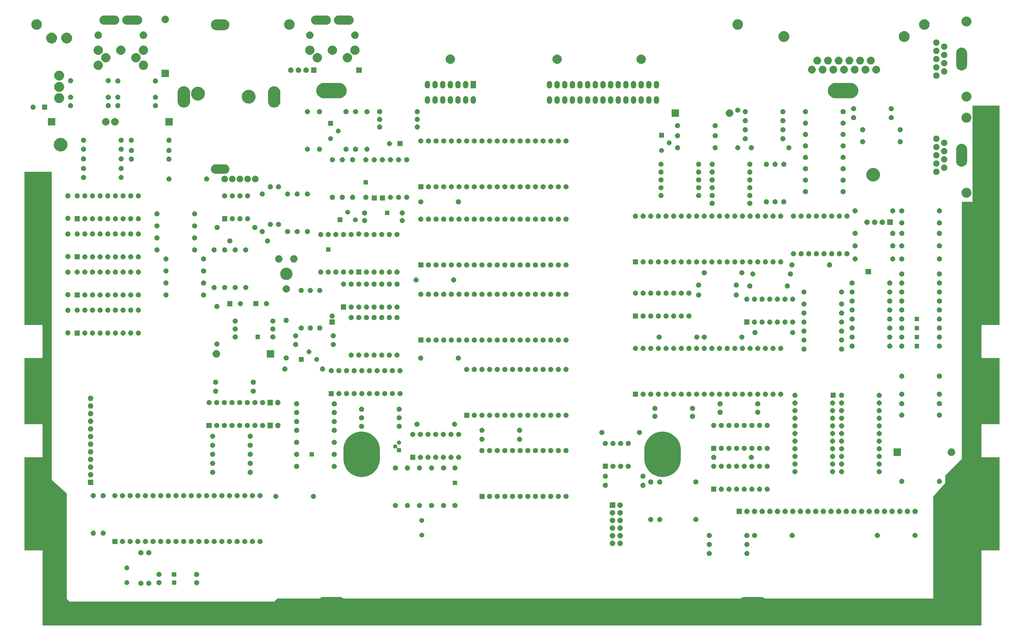
<source format=gbs>
G04 #@! TF.GenerationSoftware,KiCad,Pcbnew,(5.1.0)-1*
G04 #@! TF.CreationDate,2021-03-18T22:29:09+01:00*
G04 #@! TF.ProjectId,Atari 130XE,41746172-6920-4313-9330-58452e6b6963,rev?*
G04 #@! TF.SameCoordinates,Original*
G04 #@! TF.FileFunction,Soldermask,Bot*
G04 #@! TF.FilePolarity,Negative*
%FSLAX46Y46*%
G04 Gerber Fmt 4.6, Leading zero omitted, Abs format (unit mm)*
G04 Created by KiCad (PCBNEW (5.1.0)-1) date 2021-03-18 22:29:09*
%MOMM*%
%LPD*%
G04 APERTURE LIST*
%ADD10C,0.100000*%
G04 APERTURE END LIST*
D10*
G36*
X370888400Y-146875200D02*
G01*
X365013399Y-146875200D01*
X364989013Y-146877602D01*
X364965564Y-146884715D01*
X364943953Y-146896266D01*
X364925011Y-146911811D01*
X364909466Y-146930753D01*
X364897915Y-146952364D01*
X364890802Y-146975813D01*
X364888400Y-147000199D01*
X364888400Y-157750201D01*
X364890802Y-157774587D01*
X364897915Y-157798036D01*
X364909466Y-157819647D01*
X364925011Y-157838589D01*
X364943953Y-157854134D01*
X364965564Y-157865685D01*
X364989013Y-157872798D01*
X365013399Y-157875200D01*
X370888400Y-157875200D01*
X370888400Y-179875200D01*
X365013399Y-179875200D01*
X364989013Y-179877602D01*
X364965564Y-179884715D01*
X364943953Y-179896266D01*
X364925011Y-179911811D01*
X364909466Y-179930753D01*
X364897915Y-179952364D01*
X364890802Y-179975813D01*
X364888400Y-180000199D01*
X364888400Y-190750201D01*
X364890802Y-190774587D01*
X364897915Y-190798036D01*
X364909466Y-190819647D01*
X364925011Y-190838589D01*
X364943953Y-190854134D01*
X364965564Y-190865685D01*
X364989013Y-190872798D01*
X365013399Y-190875200D01*
X370888400Y-190875200D01*
X370888400Y-221875200D01*
X365013399Y-221875200D01*
X364989013Y-221877602D01*
X364965564Y-221884715D01*
X364943953Y-221896266D01*
X364925011Y-221911811D01*
X364909466Y-221930753D01*
X364897915Y-221952364D01*
X364890802Y-221975813D01*
X364888400Y-222000199D01*
X364888400Y-246875200D01*
X52888400Y-246875200D01*
X52888400Y-222000199D01*
X52885998Y-221975813D01*
X52878885Y-221952364D01*
X52867334Y-221930753D01*
X52851789Y-221911811D01*
X52832847Y-221896266D01*
X52811236Y-221884715D01*
X52787787Y-221877602D01*
X52763401Y-221875200D01*
X46888400Y-221875200D01*
X46888400Y-190875200D01*
X52763401Y-190875200D01*
X52787787Y-190872798D01*
X52811236Y-190865685D01*
X52832847Y-190854134D01*
X52851789Y-190838589D01*
X52867334Y-190819647D01*
X52878885Y-190798036D01*
X52885998Y-190774587D01*
X52888400Y-190750201D01*
X52888400Y-180000199D01*
X52885998Y-179975813D01*
X52878885Y-179952364D01*
X52867334Y-179930753D01*
X52851789Y-179911811D01*
X52832847Y-179896266D01*
X52811236Y-179884715D01*
X52787787Y-179877602D01*
X52763401Y-179875200D01*
X46888400Y-179875200D01*
X46888400Y-157875200D01*
X52763401Y-157875200D01*
X52787787Y-157872798D01*
X52811236Y-157865685D01*
X52832847Y-157854134D01*
X52851789Y-157838589D01*
X52867334Y-157819647D01*
X52878885Y-157798036D01*
X52885998Y-157774587D01*
X52888400Y-157750201D01*
X52888400Y-147000199D01*
X52885998Y-146975813D01*
X52878885Y-146952364D01*
X52867334Y-146930753D01*
X52851789Y-146911811D01*
X52832847Y-146896266D01*
X52811236Y-146884715D01*
X52787787Y-146877602D01*
X52763401Y-146875200D01*
X46888400Y-146875200D01*
X46888400Y-95875200D01*
X55888400Y-95875200D01*
X55888400Y-198319530D01*
X55890802Y-198343916D01*
X55897915Y-198367365D01*
X55909466Y-198388976D01*
X55929779Y-198412441D01*
X56742196Y-199143616D01*
X60888400Y-202875200D01*
X60888400Y-237823423D01*
X60890802Y-237847809D01*
X60897915Y-237871258D01*
X60909466Y-237892869D01*
X60925011Y-237911811D01*
X61851789Y-238838589D01*
X61870731Y-238854134D01*
X61892342Y-238865685D01*
X61915791Y-238872798D01*
X61940177Y-238875200D01*
X129836623Y-238875200D01*
X129861009Y-238872798D01*
X129884458Y-238865685D01*
X129906069Y-238854134D01*
X129925011Y-238838589D01*
X130888400Y-237875200D01*
X144759516Y-237875200D01*
X144783902Y-237872798D01*
X144807351Y-237865685D01*
X144838814Y-237846827D01*
X144964284Y-237743857D01*
X145407449Y-237506981D01*
X145407451Y-237506980D01*
X145580968Y-237454344D01*
X145888318Y-237361110D01*
X146263076Y-237324200D01*
X151513724Y-237324200D01*
X151888482Y-237361110D01*
X152195832Y-237454344D01*
X152369349Y-237506980D01*
X152369351Y-237506981D01*
X152812516Y-237743857D01*
X152937986Y-237846827D01*
X152958360Y-237860440D01*
X152980999Y-237869818D01*
X153017284Y-237875200D01*
X284759516Y-237875200D01*
X284783902Y-237872798D01*
X284807351Y-237865685D01*
X284838814Y-237846827D01*
X284964284Y-237743857D01*
X285407449Y-237506981D01*
X285407451Y-237506980D01*
X285580968Y-237454344D01*
X285888318Y-237361110D01*
X286263076Y-237324200D01*
X291513724Y-237324200D01*
X291888482Y-237361110D01*
X292195832Y-237454344D01*
X292369349Y-237506980D01*
X292369351Y-237506981D01*
X292812516Y-237743857D01*
X292937986Y-237846827D01*
X292958360Y-237860440D01*
X292980999Y-237869818D01*
X293017284Y-237875200D01*
X348763401Y-237875200D01*
X348787787Y-237872798D01*
X348811236Y-237865685D01*
X348832847Y-237854134D01*
X348851789Y-237838589D01*
X348867334Y-237819647D01*
X348878885Y-237798036D01*
X348885998Y-237774587D01*
X348888400Y-237750201D01*
X348888400Y-203875200D01*
X352856827Y-199410720D01*
X352871233Y-199390899D01*
X352881495Y-199368647D01*
X352887219Y-199344821D01*
X352888400Y-199327676D01*
X352888400Y-196875200D01*
X358351789Y-191411811D01*
X358367334Y-191392869D01*
X358378885Y-191371258D01*
X358385998Y-191347809D01*
X358388400Y-191323423D01*
X358388400Y-105875200D01*
X361763401Y-105875200D01*
X361787787Y-105872798D01*
X361811236Y-105865685D01*
X361832847Y-105854134D01*
X361851789Y-105838589D01*
X361867334Y-105819647D01*
X361878885Y-105798036D01*
X361885998Y-105774587D01*
X361888400Y-105750201D01*
X361888400Y-73875200D01*
X370888400Y-73875200D01*
X370888400Y-146875200D01*
X370888400Y-146875200D01*
G37*
G36*
X88355623Y-231952313D02*
G01*
X88516042Y-232000976D01*
X88606996Y-232049592D01*
X88663878Y-232079996D01*
X88793459Y-232186341D01*
X88899804Y-232315922D01*
X88899805Y-232315924D01*
X88978824Y-232463758D01*
X88978825Y-232463761D01*
X88984148Y-232481308D01*
X89027487Y-232624177D01*
X89043917Y-232791000D01*
X89027487Y-232957823D01*
X88978824Y-233118242D01*
X88939154Y-233192459D01*
X88899804Y-233266078D01*
X88793459Y-233395659D01*
X88663878Y-233502004D01*
X88663876Y-233502005D01*
X88516042Y-233581024D01*
X88355623Y-233629687D01*
X88230604Y-233642000D01*
X88146996Y-233642000D01*
X88021977Y-233629687D01*
X87861558Y-233581024D01*
X87713724Y-233502005D01*
X87713722Y-233502004D01*
X87584141Y-233395659D01*
X87477796Y-233266078D01*
X87438446Y-233192459D01*
X87398776Y-233118242D01*
X87350113Y-232957823D01*
X87333683Y-232791000D01*
X87350113Y-232624177D01*
X87393452Y-232481308D01*
X87398775Y-232463761D01*
X87398776Y-232463758D01*
X87477795Y-232315924D01*
X87477796Y-232315922D01*
X87584141Y-232186341D01*
X87713722Y-232079996D01*
X87770604Y-232049592D01*
X87861558Y-232000976D01*
X88021977Y-231952313D01*
X88146996Y-231940000D01*
X88230604Y-231940000D01*
X88355623Y-231952313D01*
X88355623Y-231952313D01*
G37*
G36*
X85714023Y-231952313D02*
G01*
X85874442Y-232000976D01*
X85965396Y-232049592D01*
X86022278Y-232079996D01*
X86151859Y-232186341D01*
X86258204Y-232315922D01*
X86258205Y-232315924D01*
X86337224Y-232463758D01*
X86337225Y-232463761D01*
X86342548Y-232481308D01*
X86385887Y-232624177D01*
X86402317Y-232791000D01*
X86385887Y-232957823D01*
X86337224Y-233118242D01*
X86297554Y-233192459D01*
X86258204Y-233266078D01*
X86151859Y-233395659D01*
X86022278Y-233502004D01*
X86022276Y-233502005D01*
X85874442Y-233581024D01*
X85714023Y-233629687D01*
X85589004Y-233642000D01*
X85505396Y-233642000D01*
X85380377Y-233629687D01*
X85219958Y-233581024D01*
X85072124Y-233502005D01*
X85072122Y-233502004D01*
X84942541Y-233395659D01*
X84836196Y-233266078D01*
X84796846Y-233192459D01*
X84757176Y-233118242D01*
X84708513Y-232957823D01*
X84692083Y-232791000D01*
X84708513Y-232624177D01*
X84751852Y-232481308D01*
X84757175Y-232463761D01*
X84757176Y-232463758D01*
X84836195Y-232315924D01*
X84836196Y-232315922D01*
X84942541Y-232186341D01*
X85072122Y-232079996D01*
X85129004Y-232049592D01*
X85219958Y-232000976D01*
X85380377Y-231952313D01*
X85505396Y-231940000D01*
X85589004Y-231940000D01*
X85714023Y-231952313D01*
X85714023Y-231952313D01*
G37*
G36*
X91815228Y-231769503D02*
G01*
X91970100Y-231833653D01*
X92109481Y-231926785D01*
X92228015Y-232045319D01*
X92321147Y-232184700D01*
X92385297Y-232339572D01*
X92418000Y-232503984D01*
X92418000Y-232671616D01*
X92385297Y-232836028D01*
X92321147Y-232990900D01*
X92228015Y-233130281D01*
X92109481Y-233248815D01*
X91970100Y-233341947D01*
X91815228Y-233406097D01*
X91650816Y-233438800D01*
X91483184Y-233438800D01*
X91318772Y-233406097D01*
X91163900Y-233341947D01*
X91024519Y-233248815D01*
X90905985Y-233130281D01*
X90812853Y-232990900D01*
X90748703Y-232836028D01*
X90716000Y-232671616D01*
X90716000Y-232503984D01*
X90748703Y-232339572D01*
X90812853Y-232184700D01*
X90905985Y-232045319D01*
X91024519Y-231926785D01*
X91163900Y-231833653D01*
X91318772Y-231769503D01*
X91483184Y-231736800D01*
X91650816Y-231736800D01*
X91815228Y-231769503D01*
X91815228Y-231769503D01*
G37*
G36*
X104233823Y-231749113D02*
G01*
X104394242Y-231797776D01*
X104461361Y-231833652D01*
X104542078Y-231876796D01*
X104671659Y-231983141D01*
X104778004Y-232112722D01*
X104778005Y-232112724D01*
X104857024Y-232260558D01*
X104905687Y-232420977D01*
X104922117Y-232587800D01*
X104905687Y-232754623D01*
X104857024Y-232915042D01*
X104816477Y-232990900D01*
X104778004Y-233062878D01*
X104671659Y-233192459D01*
X104542078Y-233298804D01*
X104542076Y-233298805D01*
X104394242Y-233377824D01*
X104233823Y-233426487D01*
X104108804Y-233438800D01*
X104025196Y-233438800D01*
X103900177Y-233426487D01*
X103739758Y-233377824D01*
X103591924Y-233298805D01*
X103591922Y-233298804D01*
X103462341Y-233192459D01*
X103355996Y-233062878D01*
X103317523Y-232990900D01*
X103276976Y-232915042D01*
X103228313Y-232754623D01*
X103211883Y-232587800D01*
X103228313Y-232420977D01*
X103276976Y-232260558D01*
X103355995Y-232112724D01*
X103355996Y-232112722D01*
X103462341Y-231983141D01*
X103591922Y-231876796D01*
X103672639Y-231833652D01*
X103739758Y-231797776D01*
X103900177Y-231749113D01*
X104025196Y-231736800D01*
X104108804Y-231736800D01*
X104233823Y-231749113D01*
X104233823Y-231749113D01*
G37*
G36*
X81107242Y-231789981D02*
G01*
X81253014Y-231850362D01*
X81253016Y-231850363D01*
X81384208Y-231938022D01*
X81495778Y-232049592D01*
X81537961Y-232112724D01*
X81583438Y-232180786D01*
X81643819Y-232326558D01*
X81674600Y-232481307D01*
X81674600Y-232639093D01*
X81643819Y-232793842D01*
X81626344Y-232836029D01*
X81583437Y-232939616D01*
X81495778Y-233070808D01*
X81384208Y-233182378D01*
X81253016Y-233270037D01*
X81253015Y-233270038D01*
X81253014Y-233270038D01*
X81107242Y-233330419D01*
X80952493Y-233361200D01*
X80794707Y-233361200D01*
X80639958Y-233330419D01*
X80494186Y-233270038D01*
X80494185Y-233270038D01*
X80494184Y-233270037D01*
X80362992Y-233182378D01*
X80251422Y-233070808D01*
X80163763Y-232939616D01*
X80120856Y-232836029D01*
X80103381Y-232793842D01*
X80072600Y-232639093D01*
X80072600Y-232481307D01*
X80103381Y-232326558D01*
X80163762Y-232180786D01*
X80209239Y-232112724D01*
X80251422Y-232049592D01*
X80362992Y-231938022D01*
X80494184Y-231850363D01*
X80494186Y-231850362D01*
X80639958Y-231789981D01*
X80794707Y-231759200D01*
X80952493Y-231759200D01*
X81107242Y-231789981D01*
X81107242Y-231789981D01*
G37*
G36*
X97296800Y-233313800D02*
G01*
X95844800Y-233313800D01*
X95844800Y-231861800D01*
X97296800Y-231861800D01*
X97296800Y-233313800D01*
X97296800Y-233313800D01*
G37*
G36*
X104233823Y-229005913D02*
G01*
X104394242Y-229054576D01*
X104461361Y-229090452D01*
X104542078Y-229133596D01*
X104671659Y-229239941D01*
X104778004Y-229369522D01*
X104778005Y-229369524D01*
X104857024Y-229517358D01*
X104905687Y-229677777D01*
X104922117Y-229844600D01*
X104905687Y-230011423D01*
X104857024Y-230171842D01*
X104816477Y-230247700D01*
X104778004Y-230319678D01*
X104671659Y-230449259D01*
X104542078Y-230555604D01*
X104542076Y-230555605D01*
X104394242Y-230634624D01*
X104233823Y-230683287D01*
X104108804Y-230695600D01*
X104025196Y-230695600D01*
X103900177Y-230683287D01*
X103739758Y-230634624D01*
X103591924Y-230555605D01*
X103591922Y-230555604D01*
X103462341Y-230449259D01*
X103355996Y-230319678D01*
X103317523Y-230247700D01*
X103276976Y-230171842D01*
X103228313Y-230011423D01*
X103211883Y-229844600D01*
X103228313Y-229677777D01*
X103276976Y-229517358D01*
X103355995Y-229369524D01*
X103355996Y-229369522D01*
X103462341Y-229239941D01*
X103591922Y-229133596D01*
X103672639Y-229090452D01*
X103739758Y-229054576D01*
X103900177Y-229005913D01*
X104025196Y-228993600D01*
X104108804Y-228993600D01*
X104233823Y-229005913D01*
X104233823Y-229005913D01*
G37*
G36*
X91815228Y-229026303D02*
G01*
X91970100Y-229090453D01*
X92109481Y-229183585D01*
X92228015Y-229302119D01*
X92321147Y-229441500D01*
X92385297Y-229596372D01*
X92418000Y-229760784D01*
X92418000Y-229928416D01*
X92385297Y-230092828D01*
X92321147Y-230247700D01*
X92228015Y-230387081D01*
X92109481Y-230505615D01*
X91970100Y-230598747D01*
X91815228Y-230662897D01*
X91650816Y-230695600D01*
X91483184Y-230695600D01*
X91318772Y-230662897D01*
X91163900Y-230598747D01*
X91024519Y-230505615D01*
X90905985Y-230387081D01*
X90812853Y-230247700D01*
X90748703Y-230092828D01*
X90716000Y-229928416D01*
X90716000Y-229760784D01*
X90748703Y-229596372D01*
X90812853Y-229441500D01*
X90905985Y-229302119D01*
X91024519Y-229183585D01*
X91163900Y-229090453D01*
X91318772Y-229026303D01*
X91483184Y-228993600D01*
X91650816Y-228993600D01*
X91815228Y-229026303D01*
X91815228Y-229026303D01*
G37*
G36*
X97293000Y-230570600D02*
G01*
X95841000Y-230570600D01*
X95841000Y-229118600D01*
X97293000Y-229118600D01*
X97293000Y-230570600D01*
X97293000Y-230570600D01*
G37*
G36*
X81107242Y-226889981D02*
G01*
X81253014Y-226950362D01*
X81253016Y-226950363D01*
X81384208Y-227038022D01*
X81495778Y-227149592D01*
X81523773Y-227191490D01*
X81583438Y-227280786D01*
X81643819Y-227426558D01*
X81674600Y-227581307D01*
X81674600Y-227739093D01*
X81643819Y-227893842D01*
X81583438Y-228039614D01*
X81583437Y-228039616D01*
X81495778Y-228170808D01*
X81384208Y-228282378D01*
X81253016Y-228370037D01*
X81253015Y-228370038D01*
X81253014Y-228370038D01*
X81107242Y-228430419D01*
X80952493Y-228461200D01*
X80794707Y-228461200D01*
X80639958Y-228430419D01*
X80494186Y-228370038D01*
X80494185Y-228370038D01*
X80494184Y-228370037D01*
X80362992Y-228282378D01*
X80251422Y-228170808D01*
X80163763Y-228039616D01*
X80163762Y-228039614D01*
X80103381Y-227893842D01*
X80072600Y-227739093D01*
X80072600Y-227581307D01*
X80103381Y-227426558D01*
X80163762Y-227280786D01*
X80223427Y-227191490D01*
X80251422Y-227149592D01*
X80362992Y-227038022D01*
X80494184Y-226950363D01*
X80494186Y-226950362D01*
X80639958Y-226889981D01*
X80794707Y-226859200D01*
X80952493Y-226859200D01*
X81107242Y-226889981D01*
X81107242Y-226889981D01*
G37*
G36*
X274595223Y-222036513D02*
G01*
X274755642Y-222085176D01*
X274822761Y-222121052D01*
X274903478Y-222164196D01*
X275033059Y-222270541D01*
X275139404Y-222400122D01*
X275139405Y-222400124D01*
X275218424Y-222547958D01*
X275267087Y-222708377D01*
X275283517Y-222875200D01*
X275267087Y-223042023D01*
X275218424Y-223202442D01*
X275177877Y-223278300D01*
X275139404Y-223350278D01*
X275033059Y-223479859D01*
X274903478Y-223586204D01*
X274903476Y-223586205D01*
X274755642Y-223665224D01*
X274595223Y-223713887D01*
X274470204Y-223726200D01*
X274386596Y-223726200D01*
X274261577Y-223713887D01*
X274101158Y-223665224D01*
X273953324Y-223586205D01*
X273953322Y-223586204D01*
X273823741Y-223479859D01*
X273717396Y-223350278D01*
X273678923Y-223278300D01*
X273638376Y-223202442D01*
X273589713Y-223042023D01*
X273573283Y-222875200D01*
X273589713Y-222708377D01*
X273638376Y-222547958D01*
X273717395Y-222400124D01*
X273717396Y-222400122D01*
X273823741Y-222270541D01*
X273953322Y-222164196D01*
X274034039Y-222121052D01*
X274101158Y-222085176D01*
X274261577Y-222036513D01*
X274386596Y-222024200D01*
X274470204Y-222024200D01*
X274595223Y-222036513D01*
X274595223Y-222036513D01*
G37*
G36*
X287176628Y-222056903D02*
G01*
X287331500Y-222121053D01*
X287470881Y-222214185D01*
X287589415Y-222332719D01*
X287682547Y-222472100D01*
X287746697Y-222626972D01*
X287779400Y-222791384D01*
X287779400Y-222959016D01*
X287746697Y-223123428D01*
X287682547Y-223278300D01*
X287589415Y-223417681D01*
X287470881Y-223536215D01*
X287331500Y-223629347D01*
X287176628Y-223693497D01*
X287012216Y-223726200D01*
X286844584Y-223726200D01*
X286680172Y-223693497D01*
X286525300Y-223629347D01*
X286385919Y-223536215D01*
X286267385Y-223417681D01*
X286174253Y-223278300D01*
X286110103Y-223123428D01*
X286077400Y-222959016D01*
X286077400Y-222791384D01*
X286110103Y-222626972D01*
X286174253Y-222472100D01*
X286267385Y-222332719D01*
X286385919Y-222214185D01*
X286525300Y-222121053D01*
X286680172Y-222056903D01*
X286844584Y-222024200D01*
X287012216Y-222024200D01*
X287176628Y-222056903D01*
X287176628Y-222056903D01*
G37*
G36*
X85795428Y-221812703D02*
G01*
X85950300Y-221876853D01*
X86089681Y-221969985D01*
X86208215Y-222088519D01*
X86301347Y-222227900D01*
X86365497Y-222382772D01*
X86398200Y-222547184D01*
X86398200Y-222714816D01*
X86365497Y-222879228D01*
X86301347Y-223034100D01*
X86208215Y-223173481D01*
X86089681Y-223292015D01*
X85950300Y-223385147D01*
X85795428Y-223449297D01*
X85631016Y-223482000D01*
X85463384Y-223482000D01*
X85298972Y-223449297D01*
X85144100Y-223385147D01*
X85004719Y-223292015D01*
X84886185Y-223173481D01*
X84793053Y-223034100D01*
X84728903Y-222879228D01*
X84696200Y-222714816D01*
X84696200Y-222547184D01*
X84728903Y-222382772D01*
X84793053Y-222227900D01*
X84886185Y-222088519D01*
X85004719Y-221969985D01*
X85144100Y-221876853D01*
X85298972Y-221812703D01*
X85463384Y-221780000D01*
X85631016Y-221780000D01*
X85795428Y-221812703D01*
X85795428Y-221812703D01*
G37*
G36*
X88437028Y-221812703D02*
G01*
X88591900Y-221876853D01*
X88731281Y-221969985D01*
X88849815Y-222088519D01*
X88942947Y-222227900D01*
X89007097Y-222382772D01*
X89039800Y-222547184D01*
X89039800Y-222714816D01*
X89007097Y-222879228D01*
X88942947Y-223034100D01*
X88849815Y-223173481D01*
X88731281Y-223292015D01*
X88591900Y-223385147D01*
X88437028Y-223449297D01*
X88272616Y-223482000D01*
X88104984Y-223482000D01*
X87940572Y-223449297D01*
X87785700Y-223385147D01*
X87646319Y-223292015D01*
X87527785Y-223173481D01*
X87434653Y-223034100D01*
X87370503Y-222879228D01*
X87337800Y-222714816D01*
X87337800Y-222547184D01*
X87370503Y-222382772D01*
X87434653Y-222227900D01*
X87527785Y-222088519D01*
X87646319Y-221969985D01*
X87785700Y-221876853D01*
X87940572Y-221812703D01*
X88104984Y-221780000D01*
X88272616Y-221780000D01*
X88437028Y-221812703D01*
X88437028Y-221812703D01*
G37*
G36*
X287176628Y-219056903D02*
G01*
X287331500Y-219121053D01*
X287470881Y-219214185D01*
X287589415Y-219332719D01*
X287682547Y-219472100D01*
X287746697Y-219626972D01*
X287779400Y-219791384D01*
X287779400Y-219959016D01*
X287746697Y-220123428D01*
X287682547Y-220278300D01*
X287589415Y-220417681D01*
X287470881Y-220536215D01*
X287331500Y-220629347D01*
X287176628Y-220693497D01*
X287012216Y-220726200D01*
X286844584Y-220726200D01*
X286680172Y-220693497D01*
X286525300Y-220629347D01*
X286385919Y-220536215D01*
X286267385Y-220417681D01*
X286174253Y-220278300D01*
X286110103Y-220123428D01*
X286077400Y-219959016D01*
X286077400Y-219791384D01*
X286110103Y-219626972D01*
X286174253Y-219472100D01*
X286267385Y-219332719D01*
X286385919Y-219214185D01*
X286525300Y-219121053D01*
X286680172Y-219056903D01*
X286844584Y-219024200D01*
X287012216Y-219024200D01*
X287176628Y-219056903D01*
X287176628Y-219056903D01*
G37*
G36*
X274676628Y-219056903D02*
G01*
X274831500Y-219121053D01*
X274970881Y-219214185D01*
X275089415Y-219332719D01*
X275182547Y-219472100D01*
X275246697Y-219626972D01*
X275279400Y-219791384D01*
X275279400Y-219959016D01*
X275246697Y-220123428D01*
X275182547Y-220278300D01*
X275089415Y-220417681D01*
X274970881Y-220536215D01*
X274831500Y-220629347D01*
X274676628Y-220693497D01*
X274512216Y-220726200D01*
X274344584Y-220726200D01*
X274180172Y-220693497D01*
X274025300Y-220629347D01*
X273885919Y-220536215D01*
X273767385Y-220417681D01*
X273674253Y-220278300D01*
X273610103Y-220123428D01*
X273577400Y-219959016D01*
X273577400Y-219791384D01*
X273610103Y-219626972D01*
X273674253Y-219472100D01*
X273767385Y-219332719D01*
X273885919Y-219214185D01*
X274025300Y-219121053D01*
X274180172Y-219056903D01*
X274344584Y-219024200D01*
X274512216Y-219024200D01*
X274676628Y-219056903D01*
X274676628Y-219056903D01*
G37*
G36*
X244915642Y-218599618D02*
G01*
X244981827Y-218606137D01*
X245151666Y-218657657D01*
X245308191Y-218741322D01*
X245343929Y-218770652D01*
X245445386Y-218853914D01*
X245528648Y-218955371D01*
X245557978Y-218991109D01*
X245641643Y-219147634D01*
X245693163Y-219317473D01*
X245710559Y-219494100D01*
X245693163Y-219670727D01*
X245641643Y-219840566D01*
X245557978Y-219997091D01*
X245528648Y-220032829D01*
X245445386Y-220134286D01*
X245343929Y-220217548D01*
X245308191Y-220246878D01*
X245151666Y-220330543D01*
X244981827Y-220382063D01*
X244915642Y-220388582D01*
X244849460Y-220395100D01*
X244760940Y-220395100D01*
X244694758Y-220388582D01*
X244628573Y-220382063D01*
X244458734Y-220330543D01*
X244302209Y-220246878D01*
X244266471Y-220217548D01*
X244165014Y-220134286D01*
X244081752Y-220032829D01*
X244052422Y-219997091D01*
X243968757Y-219840566D01*
X243917237Y-219670727D01*
X243899841Y-219494100D01*
X243917237Y-219317473D01*
X243968757Y-219147634D01*
X244052422Y-218991109D01*
X244081752Y-218955371D01*
X244165014Y-218853914D01*
X244266471Y-218770652D01*
X244302209Y-218741322D01*
X244458734Y-218657657D01*
X244628573Y-218606137D01*
X244694758Y-218599618D01*
X244760940Y-218593100D01*
X244849460Y-218593100D01*
X244915642Y-218599618D01*
X244915642Y-218599618D01*
G37*
G36*
X242375642Y-218599618D02*
G01*
X242441827Y-218606137D01*
X242611666Y-218657657D01*
X242768191Y-218741322D01*
X242803929Y-218770652D01*
X242905386Y-218853914D01*
X242988648Y-218955371D01*
X243017978Y-218991109D01*
X243101643Y-219147634D01*
X243153163Y-219317473D01*
X243170559Y-219494100D01*
X243153163Y-219670727D01*
X243101643Y-219840566D01*
X243017978Y-219997091D01*
X242988648Y-220032829D01*
X242905386Y-220134286D01*
X242803929Y-220217548D01*
X242768191Y-220246878D01*
X242611666Y-220330543D01*
X242441827Y-220382063D01*
X242375642Y-220388582D01*
X242309460Y-220395100D01*
X242220940Y-220395100D01*
X242154758Y-220388582D01*
X242088573Y-220382063D01*
X241918734Y-220330543D01*
X241762209Y-220246878D01*
X241726471Y-220217548D01*
X241625014Y-220134286D01*
X241541752Y-220032829D01*
X241512422Y-219997091D01*
X241428757Y-219840566D01*
X241377237Y-219670727D01*
X241359841Y-219494100D01*
X241377237Y-219317473D01*
X241428757Y-219147634D01*
X241512422Y-218991109D01*
X241541752Y-218955371D01*
X241625014Y-218853914D01*
X241726471Y-218770652D01*
X241762209Y-218741322D01*
X241918734Y-218657657D01*
X242088573Y-218606137D01*
X242154758Y-218599618D01*
X242220940Y-218593100D01*
X242309460Y-218593100D01*
X242375642Y-218599618D01*
X242375642Y-218599618D01*
G37*
G36*
X84675223Y-218036513D02*
G01*
X84835642Y-218085176D01*
X84968306Y-218156086D01*
X84983478Y-218164196D01*
X85113059Y-218270541D01*
X85219404Y-218400122D01*
X85219405Y-218400124D01*
X85298424Y-218547958D01*
X85347087Y-218708377D01*
X85363517Y-218875200D01*
X85347087Y-219042023D01*
X85298424Y-219202442D01*
X85228789Y-219332719D01*
X85219404Y-219350278D01*
X85113059Y-219479859D01*
X84983478Y-219586204D01*
X84983476Y-219586205D01*
X84835642Y-219665224D01*
X84675223Y-219713887D01*
X84550204Y-219726200D01*
X84466596Y-219726200D01*
X84341577Y-219713887D01*
X84181158Y-219665224D01*
X84033324Y-219586205D01*
X84033322Y-219586204D01*
X83903741Y-219479859D01*
X83797396Y-219350278D01*
X83788011Y-219332719D01*
X83718376Y-219202442D01*
X83669713Y-219042023D01*
X83653283Y-218875200D01*
X83669713Y-218708377D01*
X83718376Y-218547958D01*
X83797395Y-218400124D01*
X83797396Y-218400122D01*
X83903741Y-218270541D01*
X84033322Y-218164196D01*
X84048494Y-218156086D01*
X84181158Y-218085176D01*
X84341577Y-218036513D01*
X84466596Y-218024200D01*
X84550204Y-218024200D01*
X84675223Y-218036513D01*
X84675223Y-218036513D01*
G37*
G36*
X77739400Y-219726200D02*
G01*
X76037400Y-219726200D01*
X76037400Y-218024200D01*
X77739400Y-218024200D01*
X77739400Y-219726200D01*
X77739400Y-219726200D01*
G37*
G36*
X79595223Y-218036513D02*
G01*
X79755642Y-218085176D01*
X79888306Y-218156086D01*
X79903478Y-218164196D01*
X80033059Y-218270541D01*
X80139404Y-218400122D01*
X80139405Y-218400124D01*
X80218424Y-218547958D01*
X80267087Y-218708377D01*
X80283517Y-218875200D01*
X80267087Y-219042023D01*
X80218424Y-219202442D01*
X80148789Y-219332719D01*
X80139404Y-219350278D01*
X80033059Y-219479859D01*
X79903478Y-219586204D01*
X79903476Y-219586205D01*
X79755642Y-219665224D01*
X79595223Y-219713887D01*
X79470204Y-219726200D01*
X79386596Y-219726200D01*
X79261577Y-219713887D01*
X79101158Y-219665224D01*
X78953324Y-219586205D01*
X78953322Y-219586204D01*
X78823741Y-219479859D01*
X78717396Y-219350278D01*
X78708011Y-219332719D01*
X78638376Y-219202442D01*
X78589713Y-219042023D01*
X78573283Y-218875200D01*
X78589713Y-218708377D01*
X78638376Y-218547958D01*
X78717395Y-218400124D01*
X78717396Y-218400122D01*
X78823741Y-218270541D01*
X78953322Y-218164196D01*
X78968494Y-218156086D01*
X79101158Y-218085176D01*
X79261577Y-218036513D01*
X79386596Y-218024200D01*
X79470204Y-218024200D01*
X79595223Y-218036513D01*
X79595223Y-218036513D01*
G37*
G36*
X82135223Y-218036513D02*
G01*
X82295642Y-218085176D01*
X82428306Y-218156086D01*
X82443478Y-218164196D01*
X82573059Y-218270541D01*
X82679404Y-218400122D01*
X82679405Y-218400124D01*
X82758424Y-218547958D01*
X82807087Y-218708377D01*
X82823517Y-218875200D01*
X82807087Y-219042023D01*
X82758424Y-219202442D01*
X82688789Y-219332719D01*
X82679404Y-219350278D01*
X82573059Y-219479859D01*
X82443478Y-219586204D01*
X82443476Y-219586205D01*
X82295642Y-219665224D01*
X82135223Y-219713887D01*
X82010204Y-219726200D01*
X81926596Y-219726200D01*
X81801577Y-219713887D01*
X81641158Y-219665224D01*
X81493324Y-219586205D01*
X81493322Y-219586204D01*
X81363741Y-219479859D01*
X81257396Y-219350278D01*
X81248011Y-219332719D01*
X81178376Y-219202442D01*
X81129713Y-219042023D01*
X81113283Y-218875200D01*
X81129713Y-218708377D01*
X81178376Y-218547958D01*
X81257395Y-218400124D01*
X81257396Y-218400122D01*
X81363741Y-218270541D01*
X81493322Y-218164196D01*
X81508494Y-218156086D01*
X81641158Y-218085176D01*
X81801577Y-218036513D01*
X81926596Y-218024200D01*
X82010204Y-218024200D01*
X82135223Y-218036513D01*
X82135223Y-218036513D01*
G37*
G36*
X87215223Y-218036513D02*
G01*
X87375642Y-218085176D01*
X87508306Y-218156086D01*
X87523478Y-218164196D01*
X87653059Y-218270541D01*
X87759404Y-218400122D01*
X87759405Y-218400124D01*
X87838424Y-218547958D01*
X87887087Y-218708377D01*
X87903517Y-218875200D01*
X87887087Y-219042023D01*
X87838424Y-219202442D01*
X87768789Y-219332719D01*
X87759404Y-219350278D01*
X87653059Y-219479859D01*
X87523478Y-219586204D01*
X87523476Y-219586205D01*
X87375642Y-219665224D01*
X87215223Y-219713887D01*
X87090204Y-219726200D01*
X87006596Y-219726200D01*
X86881577Y-219713887D01*
X86721158Y-219665224D01*
X86573324Y-219586205D01*
X86573322Y-219586204D01*
X86443741Y-219479859D01*
X86337396Y-219350278D01*
X86328011Y-219332719D01*
X86258376Y-219202442D01*
X86209713Y-219042023D01*
X86193283Y-218875200D01*
X86209713Y-218708377D01*
X86258376Y-218547958D01*
X86337395Y-218400124D01*
X86337396Y-218400122D01*
X86443741Y-218270541D01*
X86573322Y-218164196D01*
X86588494Y-218156086D01*
X86721158Y-218085176D01*
X86881577Y-218036513D01*
X87006596Y-218024200D01*
X87090204Y-218024200D01*
X87215223Y-218036513D01*
X87215223Y-218036513D01*
G37*
G36*
X89755223Y-218036513D02*
G01*
X89915642Y-218085176D01*
X90048306Y-218156086D01*
X90063478Y-218164196D01*
X90193059Y-218270541D01*
X90299404Y-218400122D01*
X90299405Y-218400124D01*
X90378424Y-218547958D01*
X90427087Y-218708377D01*
X90443517Y-218875200D01*
X90427087Y-219042023D01*
X90378424Y-219202442D01*
X90308789Y-219332719D01*
X90299404Y-219350278D01*
X90193059Y-219479859D01*
X90063478Y-219586204D01*
X90063476Y-219586205D01*
X89915642Y-219665224D01*
X89755223Y-219713887D01*
X89630204Y-219726200D01*
X89546596Y-219726200D01*
X89421577Y-219713887D01*
X89261158Y-219665224D01*
X89113324Y-219586205D01*
X89113322Y-219586204D01*
X88983741Y-219479859D01*
X88877396Y-219350278D01*
X88868011Y-219332719D01*
X88798376Y-219202442D01*
X88749713Y-219042023D01*
X88733283Y-218875200D01*
X88749713Y-218708377D01*
X88798376Y-218547958D01*
X88877395Y-218400124D01*
X88877396Y-218400122D01*
X88983741Y-218270541D01*
X89113322Y-218164196D01*
X89128494Y-218156086D01*
X89261158Y-218085176D01*
X89421577Y-218036513D01*
X89546596Y-218024200D01*
X89630204Y-218024200D01*
X89755223Y-218036513D01*
X89755223Y-218036513D01*
G37*
G36*
X92295223Y-218036513D02*
G01*
X92455642Y-218085176D01*
X92588306Y-218156086D01*
X92603478Y-218164196D01*
X92733059Y-218270541D01*
X92839404Y-218400122D01*
X92839405Y-218400124D01*
X92918424Y-218547958D01*
X92967087Y-218708377D01*
X92983517Y-218875200D01*
X92967087Y-219042023D01*
X92918424Y-219202442D01*
X92848789Y-219332719D01*
X92839404Y-219350278D01*
X92733059Y-219479859D01*
X92603478Y-219586204D01*
X92603476Y-219586205D01*
X92455642Y-219665224D01*
X92295223Y-219713887D01*
X92170204Y-219726200D01*
X92086596Y-219726200D01*
X91961577Y-219713887D01*
X91801158Y-219665224D01*
X91653324Y-219586205D01*
X91653322Y-219586204D01*
X91523741Y-219479859D01*
X91417396Y-219350278D01*
X91408011Y-219332719D01*
X91338376Y-219202442D01*
X91289713Y-219042023D01*
X91273283Y-218875200D01*
X91289713Y-218708377D01*
X91338376Y-218547958D01*
X91417395Y-218400124D01*
X91417396Y-218400122D01*
X91523741Y-218270541D01*
X91653322Y-218164196D01*
X91668494Y-218156086D01*
X91801158Y-218085176D01*
X91961577Y-218036513D01*
X92086596Y-218024200D01*
X92170204Y-218024200D01*
X92295223Y-218036513D01*
X92295223Y-218036513D01*
G37*
G36*
X94835223Y-218036513D02*
G01*
X94995642Y-218085176D01*
X95128306Y-218156086D01*
X95143478Y-218164196D01*
X95273059Y-218270541D01*
X95379404Y-218400122D01*
X95379405Y-218400124D01*
X95458424Y-218547958D01*
X95507087Y-218708377D01*
X95523517Y-218875200D01*
X95507087Y-219042023D01*
X95458424Y-219202442D01*
X95388789Y-219332719D01*
X95379404Y-219350278D01*
X95273059Y-219479859D01*
X95143478Y-219586204D01*
X95143476Y-219586205D01*
X94995642Y-219665224D01*
X94835223Y-219713887D01*
X94710204Y-219726200D01*
X94626596Y-219726200D01*
X94501577Y-219713887D01*
X94341158Y-219665224D01*
X94193324Y-219586205D01*
X94193322Y-219586204D01*
X94063741Y-219479859D01*
X93957396Y-219350278D01*
X93948011Y-219332719D01*
X93878376Y-219202442D01*
X93829713Y-219042023D01*
X93813283Y-218875200D01*
X93829713Y-218708377D01*
X93878376Y-218547958D01*
X93957395Y-218400124D01*
X93957396Y-218400122D01*
X94063741Y-218270541D01*
X94193322Y-218164196D01*
X94208494Y-218156086D01*
X94341158Y-218085176D01*
X94501577Y-218036513D01*
X94626596Y-218024200D01*
X94710204Y-218024200D01*
X94835223Y-218036513D01*
X94835223Y-218036513D01*
G37*
G36*
X97375223Y-218036513D02*
G01*
X97535642Y-218085176D01*
X97668306Y-218156086D01*
X97683478Y-218164196D01*
X97813059Y-218270541D01*
X97919404Y-218400122D01*
X97919405Y-218400124D01*
X97998424Y-218547958D01*
X98047087Y-218708377D01*
X98063517Y-218875200D01*
X98047087Y-219042023D01*
X97998424Y-219202442D01*
X97928789Y-219332719D01*
X97919404Y-219350278D01*
X97813059Y-219479859D01*
X97683478Y-219586204D01*
X97683476Y-219586205D01*
X97535642Y-219665224D01*
X97375223Y-219713887D01*
X97250204Y-219726200D01*
X97166596Y-219726200D01*
X97041577Y-219713887D01*
X96881158Y-219665224D01*
X96733324Y-219586205D01*
X96733322Y-219586204D01*
X96603741Y-219479859D01*
X96497396Y-219350278D01*
X96488011Y-219332719D01*
X96418376Y-219202442D01*
X96369713Y-219042023D01*
X96353283Y-218875200D01*
X96369713Y-218708377D01*
X96418376Y-218547958D01*
X96497395Y-218400124D01*
X96497396Y-218400122D01*
X96603741Y-218270541D01*
X96733322Y-218164196D01*
X96748494Y-218156086D01*
X96881158Y-218085176D01*
X97041577Y-218036513D01*
X97166596Y-218024200D01*
X97250204Y-218024200D01*
X97375223Y-218036513D01*
X97375223Y-218036513D01*
G37*
G36*
X125315223Y-218036513D02*
G01*
X125475642Y-218085176D01*
X125608306Y-218156086D01*
X125623478Y-218164196D01*
X125753059Y-218270541D01*
X125859404Y-218400122D01*
X125859405Y-218400124D01*
X125938424Y-218547958D01*
X125987087Y-218708377D01*
X126003517Y-218875200D01*
X125987087Y-219042023D01*
X125938424Y-219202442D01*
X125868789Y-219332719D01*
X125859404Y-219350278D01*
X125753059Y-219479859D01*
X125623478Y-219586204D01*
X125623476Y-219586205D01*
X125475642Y-219665224D01*
X125315223Y-219713887D01*
X125190204Y-219726200D01*
X125106596Y-219726200D01*
X124981577Y-219713887D01*
X124821158Y-219665224D01*
X124673324Y-219586205D01*
X124673322Y-219586204D01*
X124543741Y-219479859D01*
X124437396Y-219350278D01*
X124428011Y-219332719D01*
X124358376Y-219202442D01*
X124309713Y-219042023D01*
X124293283Y-218875200D01*
X124309713Y-218708377D01*
X124358376Y-218547958D01*
X124437395Y-218400124D01*
X124437396Y-218400122D01*
X124543741Y-218270541D01*
X124673322Y-218164196D01*
X124688494Y-218156086D01*
X124821158Y-218085176D01*
X124981577Y-218036513D01*
X125106596Y-218024200D01*
X125190204Y-218024200D01*
X125315223Y-218036513D01*
X125315223Y-218036513D01*
G37*
G36*
X120235223Y-218036513D02*
G01*
X120395642Y-218085176D01*
X120528306Y-218156086D01*
X120543478Y-218164196D01*
X120673059Y-218270541D01*
X120779404Y-218400122D01*
X120779405Y-218400124D01*
X120858424Y-218547958D01*
X120907087Y-218708377D01*
X120923517Y-218875200D01*
X120907087Y-219042023D01*
X120858424Y-219202442D01*
X120788789Y-219332719D01*
X120779404Y-219350278D01*
X120673059Y-219479859D01*
X120543478Y-219586204D01*
X120543476Y-219586205D01*
X120395642Y-219665224D01*
X120235223Y-219713887D01*
X120110204Y-219726200D01*
X120026596Y-219726200D01*
X119901577Y-219713887D01*
X119741158Y-219665224D01*
X119593324Y-219586205D01*
X119593322Y-219586204D01*
X119463741Y-219479859D01*
X119357396Y-219350278D01*
X119348011Y-219332719D01*
X119278376Y-219202442D01*
X119229713Y-219042023D01*
X119213283Y-218875200D01*
X119229713Y-218708377D01*
X119278376Y-218547958D01*
X119357395Y-218400124D01*
X119357396Y-218400122D01*
X119463741Y-218270541D01*
X119593322Y-218164196D01*
X119608494Y-218156086D01*
X119741158Y-218085176D01*
X119901577Y-218036513D01*
X120026596Y-218024200D01*
X120110204Y-218024200D01*
X120235223Y-218036513D01*
X120235223Y-218036513D01*
G37*
G36*
X122775223Y-218036513D02*
G01*
X122935642Y-218085176D01*
X123068306Y-218156086D01*
X123083478Y-218164196D01*
X123213059Y-218270541D01*
X123319404Y-218400122D01*
X123319405Y-218400124D01*
X123398424Y-218547958D01*
X123447087Y-218708377D01*
X123463517Y-218875200D01*
X123447087Y-219042023D01*
X123398424Y-219202442D01*
X123328789Y-219332719D01*
X123319404Y-219350278D01*
X123213059Y-219479859D01*
X123083478Y-219586204D01*
X123083476Y-219586205D01*
X122935642Y-219665224D01*
X122775223Y-219713887D01*
X122650204Y-219726200D01*
X122566596Y-219726200D01*
X122441577Y-219713887D01*
X122281158Y-219665224D01*
X122133324Y-219586205D01*
X122133322Y-219586204D01*
X122003741Y-219479859D01*
X121897396Y-219350278D01*
X121888011Y-219332719D01*
X121818376Y-219202442D01*
X121769713Y-219042023D01*
X121753283Y-218875200D01*
X121769713Y-218708377D01*
X121818376Y-218547958D01*
X121897395Y-218400124D01*
X121897396Y-218400122D01*
X122003741Y-218270541D01*
X122133322Y-218164196D01*
X122148494Y-218156086D01*
X122281158Y-218085176D01*
X122441577Y-218036513D01*
X122566596Y-218024200D01*
X122650204Y-218024200D01*
X122775223Y-218036513D01*
X122775223Y-218036513D01*
G37*
G36*
X112615223Y-218036513D02*
G01*
X112775642Y-218085176D01*
X112908306Y-218156086D01*
X112923478Y-218164196D01*
X113053059Y-218270541D01*
X113159404Y-218400122D01*
X113159405Y-218400124D01*
X113238424Y-218547958D01*
X113287087Y-218708377D01*
X113303517Y-218875200D01*
X113287087Y-219042023D01*
X113238424Y-219202442D01*
X113168789Y-219332719D01*
X113159404Y-219350278D01*
X113053059Y-219479859D01*
X112923478Y-219586204D01*
X112923476Y-219586205D01*
X112775642Y-219665224D01*
X112615223Y-219713887D01*
X112490204Y-219726200D01*
X112406596Y-219726200D01*
X112281577Y-219713887D01*
X112121158Y-219665224D01*
X111973324Y-219586205D01*
X111973322Y-219586204D01*
X111843741Y-219479859D01*
X111737396Y-219350278D01*
X111728011Y-219332719D01*
X111658376Y-219202442D01*
X111609713Y-219042023D01*
X111593283Y-218875200D01*
X111609713Y-218708377D01*
X111658376Y-218547958D01*
X111737395Y-218400124D01*
X111737396Y-218400122D01*
X111843741Y-218270541D01*
X111973322Y-218164196D01*
X111988494Y-218156086D01*
X112121158Y-218085176D01*
X112281577Y-218036513D01*
X112406596Y-218024200D01*
X112490204Y-218024200D01*
X112615223Y-218036513D01*
X112615223Y-218036513D01*
G37*
G36*
X102455223Y-218036513D02*
G01*
X102615642Y-218085176D01*
X102748306Y-218156086D01*
X102763478Y-218164196D01*
X102893059Y-218270541D01*
X102999404Y-218400122D01*
X102999405Y-218400124D01*
X103078424Y-218547958D01*
X103127087Y-218708377D01*
X103143517Y-218875200D01*
X103127087Y-219042023D01*
X103078424Y-219202442D01*
X103008789Y-219332719D01*
X102999404Y-219350278D01*
X102893059Y-219479859D01*
X102763478Y-219586204D01*
X102763476Y-219586205D01*
X102615642Y-219665224D01*
X102455223Y-219713887D01*
X102330204Y-219726200D01*
X102246596Y-219726200D01*
X102121577Y-219713887D01*
X101961158Y-219665224D01*
X101813324Y-219586205D01*
X101813322Y-219586204D01*
X101683741Y-219479859D01*
X101577396Y-219350278D01*
X101568011Y-219332719D01*
X101498376Y-219202442D01*
X101449713Y-219042023D01*
X101433283Y-218875200D01*
X101449713Y-218708377D01*
X101498376Y-218547958D01*
X101577395Y-218400124D01*
X101577396Y-218400122D01*
X101683741Y-218270541D01*
X101813322Y-218164196D01*
X101828494Y-218156086D01*
X101961158Y-218085176D01*
X102121577Y-218036513D01*
X102246596Y-218024200D01*
X102330204Y-218024200D01*
X102455223Y-218036513D01*
X102455223Y-218036513D01*
G37*
G36*
X104995223Y-218036513D02*
G01*
X105155642Y-218085176D01*
X105288306Y-218156086D01*
X105303478Y-218164196D01*
X105433059Y-218270541D01*
X105539404Y-218400122D01*
X105539405Y-218400124D01*
X105618424Y-218547958D01*
X105667087Y-218708377D01*
X105683517Y-218875200D01*
X105667087Y-219042023D01*
X105618424Y-219202442D01*
X105548789Y-219332719D01*
X105539404Y-219350278D01*
X105433059Y-219479859D01*
X105303478Y-219586204D01*
X105303476Y-219586205D01*
X105155642Y-219665224D01*
X104995223Y-219713887D01*
X104870204Y-219726200D01*
X104786596Y-219726200D01*
X104661577Y-219713887D01*
X104501158Y-219665224D01*
X104353324Y-219586205D01*
X104353322Y-219586204D01*
X104223741Y-219479859D01*
X104117396Y-219350278D01*
X104108011Y-219332719D01*
X104038376Y-219202442D01*
X103989713Y-219042023D01*
X103973283Y-218875200D01*
X103989713Y-218708377D01*
X104038376Y-218547958D01*
X104117395Y-218400124D01*
X104117396Y-218400122D01*
X104223741Y-218270541D01*
X104353322Y-218164196D01*
X104368494Y-218156086D01*
X104501158Y-218085176D01*
X104661577Y-218036513D01*
X104786596Y-218024200D01*
X104870204Y-218024200D01*
X104995223Y-218036513D01*
X104995223Y-218036513D01*
G37*
G36*
X99915223Y-218036513D02*
G01*
X100075642Y-218085176D01*
X100208306Y-218156086D01*
X100223478Y-218164196D01*
X100353059Y-218270541D01*
X100459404Y-218400122D01*
X100459405Y-218400124D01*
X100538424Y-218547958D01*
X100587087Y-218708377D01*
X100603517Y-218875200D01*
X100587087Y-219042023D01*
X100538424Y-219202442D01*
X100468789Y-219332719D01*
X100459404Y-219350278D01*
X100353059Y-219479859D01*
X100223478Y-219586204D01*
X100223476Y-219586205D01*
X100075642Y-219665224D01*
X99915223Y-219713887D01*
X99790204Y-219726200D01*
X99706596Y-219726200D01*
X99581577Y-219713887D01*
X99421158Y-219665224D01*
X99273324Y-219586205D01*
X99273322Y-219586204D01*
X99143741Y-219479859D01*
X99037396Y-219350278D01*
X99028011Y-219332719D01*
X98958376Y-219202442D01*
X98909713Y-219042023D01*
X98893283Y-218875200D01*
X98909713Y-218708377D01*
X98958376Y-218547958D01*
X99037395Y-218400124D01*
X99037396Y-218400122D01*
X99143741Y-218270541D01*
X99273322Y-218164196D01*
X99288494Y-218156086D01*
X99421158Y-218085176D01*
X99581577Y-218036513D01*
X99706596Y-218024200D01*
X99790204Y-218024200D01*
X99915223Y-218036513D01*
X99915223Y-218036513D01*
G37*
G36*
X107535223Y-218036513D02*
G01*
X107695642Y-218085176D01*
X107828306Y-218156086D01*
X107843478Y-218164196D01*
X107973059Y-218270541D01*
X108079404Y-218400122D01*
X108079405Y-218400124D01*
X108158424Y-218547958D01*
X108207087Y-218708377D01*
X108223517Y-218875200D01*
X108207087Y-219042023D01*
X108158424Y-219202442D01*
X108088789Y-219332719D01*
X108079404Y-219350278D01*
X107973059Y-219479859D01*
X107843478Y-219586204D01*
X107843476Y-219586205D01*
X107695642Y-219665224D01*
X107535223Y-219713887D01*
X107410204Y-219726200D01*
X107326596Y-219726200D01*
X107201577Y-219713887D01*
X107041158Y-219665224D01*
X106893324Y-219586205D01*
X106893322Y-219586204D01*
X106763741Y-219479859D01*
X106657396Y-219350278D01*
X106648011Y-219332719D01*
X106578376Y-219202442D01*
X106529713Y-219042023D01*
X106513283Y-218875200D01*
X106529713Y-218708377D01*
X106578376Y-218547958D01*
X106657395Y-218400124D01*
X106657396Y-218400122D01*
X106763741Y-218270541D01*
X106893322Y-218164196D01*
X106908494Y-218156086D01*
X107041158Y-218085176D01*
X107201577Y-218036513D01*
X107326596Y-218024200D01*
X107410204Y-218024200D01*
X107535223Y-218036513D01*
X107535223Y-218036513D01*
G37*
G36*
X110075223Y-218036513D02*
G01*
X110235642Y-218085176D01*
X110368306Y-218156086D01*
X110383478Y-218164196D01*
X110513059Y-218270541D01*
X110619404Y-218400122D01*
X110619405Y-218400124D01*
X110698424Y-218547958D01*
X110747087Y-218708377D01*
X110763517Y-218875200D01*
X110747087Y-219042023D01*
X110698424Y-219202442D01*
X110628789Y-219332719D01*
X110619404Y-219350278D01*
X110513059Y-219479859D01*
X110383478Y-219586204D01*
X110383476Y-219586205D01*
X110235642Y-219665224D01*
X110075223Y-219713887D01*
X109950204Y-219726200D01*
X109866596Y-219726200D01*
X109741577Y-219713887D01*
X109581158Y-219665224D01*
X109433324Y-219586205D01*
X109433322Y-219586204D01*
X109303741Y-219479859D01*
X109197396Y-219350278D01*
X109188011Y-219332719D01*
X109118376Y-219202442D01*
X109069713Y-219042023D01*
X109053283Y-218875200D01*
X109069713Y-218708377D01*
X109118376Y-218547958D01*
X109197395Y-218400124D01*
X109197396Y-218400122D01*
X109303741Y-218270541D01*
X109433322Y-218164196D01*
X109448494Y-218156086D01*
X109581158Y-218085176D01*
X109741577Y-218036513D01*
X109866596Y-218024200D01*
X109950204Y-218024200D01*
X110075223Y-218036513D01*
X110075223Y-218036513D01*
G37*
G36*
X115155223Y-218036513D02*
G01*
X115315642Y-218085176D01*
X115448306Y-218156086D01*
X115463478Y-218164196D01*
X115593059Y-218270541D01*
X115699404Y-218400122D01*
X115699405Y-218400124D01*
X115778424Y-218547958D01*
X115827087Y-218708377D01*
X115843517Y-218875200D01*
X115827087Y-219042023D01*
X115778424Y-219202442D01*
X115708789Y-219332719D01*
X115699404Y-219350278D01*
X115593059Y-219479859D01*
X115463478Y-219586204D01*
X115463476Y-219586205D01*
X115315642Y-219665224D01*
X115155223Y-219713887D01*
X115030204Y-219726200D01*
X114946596Y-219726200D01*
X114821577Y-219713887D01*
X114661158Y-219665224D01*
X114513324Y-219586205D01*
X114513322Y-219586204D01*
X114383741Y-219479859D01*
X114277396Y-219350278D01*
X114268011Y-219332719D01*
X114198376Y-219202442D01*
X114149713Y-219042023D01*
X114133283Y-218875200D01*
X114149713Y-218708377D01*
X114198376Y-218547958D01*
X114277395Y-218400124D01*
X114277396Y-218400122D01*
X114383741Y-218270541D01*
X114513322Y-218164196D01*
X114528494Y-218156086D01*
X114661158Y-218085176D01*
X114821577Y-218036513D01*
X114946596Y-218024200D01*
X115030204Y-218024200D01*
X115155223Y-218036513D01*
X115155223Y-218036513D01*
G37*
G36*
X117695223Y-218036513D02*
G01*
X117855642Y-218085176D01*
X117988306Y-218156086D01*
X118003478Y-218164196D01*
X118133059Y-218270541D01*
X118239404Y-218400122D01*
X118239405Y-218400124D01*
X118318424Y-218547958D01*
X118367087Y-218708377D01*
X118383517Y-218875200D01*
X118367087Y-219042023D01*
X118318424Y-219202442D01*
X118248789Y-219332719D01*
X118239404Y-219350278D01*
X118133059Y-219479859D01*
X118003478Y-219586204D01*
X118003476Y-219586205D01*
X117855642Y-219665224D01*
X117695223Y-219713887D01*
X117570204Y-219726200D01*
X117486596Y-219726200D01*
X117361577Y-219713887D01*
X117201158Y-219665224D01*
X117053324Y-219586205D01*
X117053322Y-219586204D01*
X116923741Y-219479859D01*
X116817396Y-219350278D01*
X116808011Y-219332719D01*
X116738376Y-219202442D01*
X116689713Y-219042023D01*
X116673283Y-218875200D01*
X116689713Y-218708377D01*
X116738376Y-218547958D01*
X116817395Y-218400124D01*
X116817396Y-218400122D01*
X116923741Y-218270541D01*
X117053322Y-218164196D01*
X117068494Y-218156086D01*
X117201158Y-218085176D01*
X117361577Y-218036513D01*
X117486596Y-218024200D01*
X117570204Y-218024200D01*
X117695223Y-218036513D01*
X117695223Y-218036513D01*
G37*
G36*
X244915643Y-216059619D02*
G01*
X244981827Y-216066137D01*
X245151666Y-216117657D01*
X245151668Y-216117658D01*
X245186829Y-216136452D01*
X245308191Y-216201322D01*
X245342629Y-216229585D01*
X245445386Y-216313914D01*
X245528648Y-216415371D01*
X245557978Y-216451109D01*
X245641643Y-216607634D01*
X245693163Y-216777473D01*
X245710559Y-216954100D01*
X245693163Y-217130727D01*
X245641643Y-217300566D01*
X245557978Y-217457091D01*
X245535043Y-217485037D01*
X245445386Y-217594286D01*
X245358945Y-217665225D01*
X245308191Y-217706878D01*
X245151666Y-217790543D01*
X244981827Y-217842063D01*
X244915642Y-217848582D01*
X244849460Y-217855100D01*
X244760940Y-217855100D01*
X244694758Y-217848582D01*
X244628573Y-217842063D01*
X244458734Y-217790543D01*
X244302209Y-217706878D01*
X244251455Y-217665225D01*
X244165014Y-217594286D01*
X244075357Y-217485037D01*
X244052422Y-217457091D01*
X243968757Y-217300566D01*
X243917237Y-217130727D01*
X243899841Y-216954100D01*
X243917237Y-216777473D01*
X243968757Y-216607634D01*
X244052422Y-216451109D01*
X244081752Y-216415371D01*
X244165014Y-216313914D01*
X244267771Y-216229585D01*
X244302209Y-216201322D01*
X244423571Y-216136452D01*
X244458732Y-216117658D01*
X244458734Y-216117657D01*
X244628573Y-216066137D01*
X244694757Y-216059619D01*
X244760940Y-216053100D01*
X244849460Y-216053100D01*
X244915643Y-216059619D01*
X244915643Y-216059619D01*
G37*
G36*
X242375643Y-216059619D02*
G01*
X242441827Y-216066137D01*
X242611666Y-216117657D01*
X242611668Y-216117658D01*
X242646829Y-216136452D01*
X242768191Y-216201322D01*
X242802629Y-216229585D01*
X242905386Y-216313914D01*
X242988648Y-216415371D01*
X243017978Y-216451109D01*
X243101643Y-216607634D01*
X243153163Y-216777473D01*
X243170559Y-216954100D01*
X243153163Y-217130727D01*
X243101643Y-217300566D01*
X243017978Y-217457091D01*
X242995043Y-217485037D01*
X242905386Y-217594286D01*
X242818945Y-217665225D01*
X242768191Y-217706878D01*
X242611666Y-217790543D01*
X242441827Y-217842063D01*
X242375642Y-217848582D01*
X242309460Y-217855100D01*
X242220940Y-217855100D01*
X242154758Y-217848582D01*
X242088573Y-217842063D01*
X241918734Y-217790543D01*
X241762209Y-217706878D01*
X241711455Y-217665225D01*
X241625014Y-217594286D01*
X241535357Y-217485037D01*
X241512422Y-217457091D01*
X241428757Y-217300566D01*
X241377237Y-217130727D01*
X241359841Y-216954100D01*
X241377237Y-216777473D01*
X241428757Y-216607634D01*
X241512422Y-216451109D01*
X241541752Y-216415371D01*
X241625014Y-216313914D01*
X241727771Y-216229585D01*
X241762209Y-216201322D01*
X241883571Y-216136452D01*
X241918732Y-216117658D01*
X241918734Y-216117657D01*
X242088573Y-216066137D01*
X242154757Y-216059619D01*
X242220940Y-216053100D01*
X242309460Y-216053100D01*
X242375643Y-216059619D01*
X242375643Y-216059619D01*
G37*
G36*
X287088423Y-216051913D02*
G01*
X287248842Y-216100576D01*
X287381506Y-216171486D01*
X287396678Y-216179596D01*
X287526259Y-216285941D01*
X287632604Y-216415522D01*
X287632605Y-216415524D01*
X287711624Y-216563358D01*
X287760287Y-216723777D01*
X287776717Y-216890600D01*
X287760287Y-217057423D01*
X287720683Y-217187980D01*
X287716297Y-217202439D01*
X287711624Y-217217842D01*
X287671077Y-217293700D01*
X287632604Y-217365678D01*
X287526259Y-217495259D01*
X287396678Y-217601604D01*
X287396676Y-217601605D01*
X287248842Y-217680624D01*
X287088423Y-217729287D01*
X286963404Y-217741600D01*
X286879796Y-217741600D01*
X286754777Y-217729287D01*
X286594358Y-217680624D01*
X286446524Y-217601605D01*
X286446522Y-217601604D01*
X286316941Y-217495259D01*
X286210596Y-217365678D01*
X286172123Y-217293700D01*
X286131576Y-217217842D01*
X286126904Y-217202439D01*
X286122517Y-217187980D01*
X286082913Y-217057423D01*
X286066483Y-216890600D01*
X286082913Y-216723777D01*
X286131576Y-216563358D01*
X286210595Y-216415524D01*
X286210596Y-216415522D01*
X286316941Y-216285941D01*
X286446522Y-216179596D01*
X286461694Y-216171486D01*
X286594358Y-216100576D01*
X286754777Y-216051913D01*
X286879796Y-216039600D01*
X286963404Y-216039600D01*
X287088423Y-216051913D01*
X287088423Y-216051913D01*
G37*
G36*
X274669828Y-216072303D02*
G01*
X274824700Y-216136453D01*
X274964081Y-216229585D01*
X275082615Y-216348119D01*
X275175747Y-216487500D01*
X275239897Y-216642372D01*
X275272600Y-216806784D01*
X275272600Y-216974416D01*
X275239897Y-217138828D01*
X275175747Y-217293700D01*
X275082615Y-217433081D01*
X274964081Y-217551615D01*
X274824700Y-217644747D01*
X274669828Y-217708897D01*
X274505416Y-217741600D01*
X274337784Y-217741600D01*
X274173372Y-217708897D01*
X274018500Y-217644747D01*
X273879119Y-217551615D01*
X273760585Y-217433081D01*
X273667453Y-217293700D01*
X273603303Y-217138828D01*
X273570600Y-216974416D01*
X273570600Y-216806784D01*
X273603303Y-216642372D01*
X273667453Y-216487500D01*
X273760585Y-216348119D01*
X273879119Y-216229585D01*
X274018500Y-216136453D01*
X274173372Y-216072303D01*
X274337784Y-216039600D01*
X274505416Y-216039600D01*
X274669828Y-216072303D01*
X274669828Y-216072303D01*
G37*
G36*
X289635223Y-216036513D02*
G01*
X289795642Y-216085176D01*
X289891574Y-216136453D01*
X289943478Y-216164196D01*
X290073059Y-216270541D01*
X290179404Y-216400122D01*
X290179405Y-216400124D01*
X290258424Y-216547958D01*
X290258425Y-216547961D01*
X290267483Y-216577820D01*
X290307087Y-216708377D01*
X290323517Y-216875200D01*
X290307087Y-217042023D01*
X290258424Y-217202442D01*
X290187514Y-217335106D01*
X290179404Y-217350278D01*
X290073059Y-217479859D01*
X289943478Y-217586204D01*
X289943476Y-217586205D01*
X289795642Y-217665224D01*
X289635223Y-217713887D01*
X289510204Y-217726200D01*
X289426596Y-217726200D01*
X289301577Y-217713887D01*
X289141158Y-217665224D01*
X288993324Y-217586205D01*
X288993322Y-217586204D01*
X288863741Y-217479859D01*
X288757396Y-217350278D01*
X288749286Y-217335106D01*
X288678376Y-217202442D01*
X288629713Y-217042023D01*
X288613283Y-216875200D01*
X288629713Y-216708377D01*
X288669317Y-216577820D01*
X288678375Y-216547961D01*
X288678376Y-216547958D01*
X288757395Y-216400124D01*
X288757396Y-216400122D01*
X288863741Y-216270541D01*
X288993322Y-216164196D01*
X289045226Y-216136453D01*
X289141158Y-216085176D01*
X289301577Y-216036513D01*
X289426596Y-216024200D01*
X289510204Y-216024200D01*
X289635223Y-216036513D01*
X289635223Y-216036513D01*
G37*
G36*
X302216628Y-216056903D02*
G01*
X302371500Y-216121053D01*
X302510881Y-216214185D01*
X302629415Y-216332719D01*
X302722547Y-216472100D01*
X302786697Y-216626972D01*
X302819400Y-216791384D01*
X302819400Y-216959016D01*
X302786697Y-217123428D01*
X302722547Y-217278300D01*
X302629415Y-217417681D01*
X302510881Y-217536215D01*
X302371500Y-217629347D01*
X302216628Y-217693497D01*
X302052216Y-217726200D01*
X301884584Y-217726200D01*
X301720172Y-217693497D01*
X301565300Y-217629347D01*
X301425919Y-217536215D01*
X301307385Y-217417681D01*
X301214253Y-217278300D01*
X301150103Y-217123428D01*
X301117400Y-216959016D01*
X301117400Y-216791384D01*
X301150103Y-216626972D01*
X301214253Y-216472100D01*
X301307385Y-216332719D01*
X301425919Y-216214185D01*
X301565300Y-216121053D01*
X301720172Y-216056903D01*
X301884584Y-216024200D01*
X302052216Y-216024200D01*
X302216628Y-216056903D01*
X302216628Y-216056903D01*
G37*
G36*
X342955223Y-216036513D02*
G01*
X343115642Y-216085176D01*
X343211574Y-216136453D01*
X343263478Y-216164196D01*
X343393059Y-216270541D01*
X343499404Y-216400122D01*
X343499405Y-216400124D01*
X343578424Y-216547958D01*
X343578425Y-216547961D01*
X343587483Y-216577820D01*
X343627087Y-216708377D01*
X343643517Y-216875200D01*
X343627087Y-217042023D01*
X343578424Y-217202442D01*
X343507514Y-217335106D01*
X343499404Y-217350278D01*
X343393059Y-217479859D01*
X343263478Y-217586204D01*
X343263476Y-217586205D01*
X343115642Y-217665224D01*
X342955223Y-217713887D01*
X342830204Y-217726200D01*
X342746596Y-217726200D01*
X342621577Y-217713887D01*
X342461158Y-217665224D01*
X342313324Y-217586205D01*
X342313322Y-217586204D01*
X342183741Y-217479859D01*
X342077396Y-217350278D01*
X342069286Y-217335106D01*
X341998376Y-217202442D01*
X341949713Y-217042023D01*
X341933283Y-216875200D01*
X341949713Y-216708377D01*
X341989317Y-216577820D01*
X341998375Y-216547961D01*
X341998376Y-216547958D01*
X342077395Y-216400124D01*
X342077396Y-216400122D01*
X342183741Y-216270541D01*
X342313322Y-216164196D01*
X342365226Y-216136453D01*
X342461158Y-216085176D01*
X342621577Y-216036513D01*
X342746596Y-216024200D01*
X342830204Y-216024200D01*
X342955223Y-216036513D01*
X342955223Y-216036513D01*
G37*
G36*
X330536628Y-216056903D02*
G01*
X330691500Y-216121053D01*
X330830881Y-216214185D01*
X330949415Y-216332719D01*
X331042547Y-216472100D01*
X331106697Y-216626972D01*
X331139400Y-216791384D01*
X331139400Y-216959016D01*
X331106697Y-217123428D01*
X331042547Y-217278300D01*
X330949415Y-217417681D01*
X330830881Y-217536215D01*
X330691500Y-217629347D01*
X330536628Y-217693497D01*
X330372216Y-217726200D01*
X330204584Y-217726200D01*
X330040172Y-217693497D01*
X329885300Y-217629347D01*
X329745919Y-217536215D01*
X329627385Y-217417681D01*
X329534253Y-217278300D01*
X329470103Y-217123428D01*
X329437400Y-216959016D01*
X329437400Y-216791384D01*
X329470103Y-216626972D01*
X329534253Y-216472100D01*
X329627385Y-216332719D01*
X329745919Y-216214185D01*
X329885300Y-216121053D01*
X330040172Y-216056903D01*
X330204584Y-216024200D01*
X330372216Y-216024200D01*
X330536628Y-216056903D01*
X330536628Y-216056903D01*
G37*
G36*
X179122042Y-216004981D02*
G01*
X179247392Y-216056903D01*
X179267816Y-216065363D01*
X179399008Y-216153022D01*
X179510578Y-216264592D01*
X179598237Y-216395784D01*
X179598238Y-216395786D01*
X179658619Y-216541558D01*
X179689400Y-216696307D01*
X179689400Y-216854093D01*
X179658619Y-217008842D01*
X179611155Y-217123429D01*
X179598237Y-217154616D01*
X179510578Y-217285808D01*
X179399008Y-217397378D01*
X179267816Y-217485037D01*
X179267815Y-217485038D01*
X179267814Y-217485038D01*
X179122042Y-217545419D01*
X178967293Y-217576200D01*
X178809507Y-217576200D01*
X178654758Y-217545419D01*
X178508986Y-217485038D01*
X178508985Y-217485038D01*
X178508984Y-217485037D01*
X178377792Y-217397378D01*
X178266222Y-217285808D01*
X178178563Y-217154616D01*
X178165645Y-217123429D01*
X178118181Y-217008842D01*
X178087400Y-216854093D01*
X178087400Y-216696307D01*
X178118181Y-216541558D01*
X178178562Y-216395786D01*
X178178563Y-216395784D01*
X178266222Y-216264592D01*
X178377792Y-216153022D01*
X178508984Y-216065363D01*
X178529408Y-216056903D01*
X178654758Y-216004981D01*
X178809507Y-215974200D01*
X178967293Y-215974200D01*
X179122042Y-216004981D01*
X179122042Y-216004981D01*
G37*
G36*
X69889823Y-215293113D02*
G01*
X70050242Y-215341776D01*
X70111374Y-215374452D01*
X70198078Y-215420796D01*
X70327659Y-215527141D01*
X70434004Y-215656722D01*
X70434005Y-215656724D01*
X70513024Y-215804558D01*
X70561687Y-215964977D01*
X70578117Y-216131800D01*
X70561687Y-216298623D01*
X70537963Y-216376829D01*
X70515431Y-216451109D01*
X70513024Y-216459042D01*
X70497811Y-216487503D01*
X70434004Y-216606878D01*
X70327659Y-216736459D01*
X70198078Y-216842804D01*
X70198076Y-216842805D01*
X70050242Y-216921824D01*
X69889823Y-216970487D01*
X69764804Y-216982800D01*
X69681196Y-216982800D01*
X69556177Y-216970487D01*
X69395758Y-216921824D01*
X69247924Y-216842805D01*
X69247922Y-216842804D01*
X69118341Y-216736459D01*
X69011996Y-216606878D01*
X68948189Y-216487503D01*
X68932976Y-216459042D01*
X68930570Y-216451109D01*
X68908037Y-216376829D01*
X68884313Y-216298623D01*
X68867883Y-216131800D01*
X68884313Y-215964977D01*
X68932976Y-215804558D01*
X69011995Y-215656724D01*
X69011996Y-215656722D01*
X69118341Y-215527141D01*
X69247922Y-215420796D01*
X69334626Y-215374452D01*
X69395758Y-215341776D01*
X69556177Y-215293113D01*
X69681196Y-215280800D01*
X69764804Y-215280800D01*
X69889823Y-215293113D01*
X69889823Y-215293113D01*
G37*
G36*
X73247828Y-215310303D02*
G01*
X73402700Y-215374453D01*
X73542081Y-215467585D01*
X73660615Y-215586119D01*
X73753747Y-215725500D01*
X73817897Y-215880372D01*
X73850600Y-216044784D01*
X73850600Y-216212416D01*
X73817897Y-216376828D01*
X73753747Y-216531700D01*
X73660615Y-216671081D01*
X73542081Y-216789615D01*
X73402700Y-216882747D01*
X73247828Y-216946897D01*
X73083416Y-216979600D01*
X72915784Y-216979600D01*
X72751372Y-216946897D01*
X72596500Y-216882747D01*
X72457119Y-216789615D01*
X72338585Y-216671081D01*
X72245453Y-216531700D01*
X72181303Y-216376828D01*
X72148600Y-216212416D01*
X72148600Y-216044784D01*
X72181303Y-215880372D01*
X72245453Y-215725500D01*
X72338585Y-215586119D01*
X72457119Y-215467585D01*
X72596500Y-215374453D01*
X72751372Y-215310303D01*
X72915784Y-215277600D01*
X73083416Y-215277600D01*
X73247828Y-215310303D01*
X73247828Y-215310303D01*
G37*
G36*
X242375643Y-213519619D02*
G01*
X242441827Y-213526137D01*
X242611666Y-213577657D01*
X242768191Y-213661322D01*
X242803929Y-213690652D01*
X242905386Y-213773914D01*
X242988648Y-213875371D01*
X243017978Y-213911109D01*
X243101643Y-214067634D01*
X243153163Y-214237473D01*
X243170559Y-214414100D01*
X243153163Y-214590727D01*
X243101643Y-214760566D01*
X243017978Y-214917091D01*
X242988648Y-214952829D01*
X242905386Y-215054286D01*
X242803929Y-215137548D01*
X242768191Y-215166878D01*
X242611666Y-215250543D01*
X242441827Y-215302063D01*
X242375642Y-215308582D01*
X242309460Y-215315100D01*
X242220940Y-215315100D01*
X242154758Y-215308582D01*
X242088573Y-215302063D01*
X241918734Y-215250543D01*
X241762209Y-215166878D01*
X241726471Y-215137548D01*
X241625014Y-215054286D01*
X241541752Y-214952829D01*
X241512422Y-214917091D01*
X241428757Y-214760566D01*
X241377237Y-214590727D01*
X241359841Y-214414100D01*
X241377237Y-214237473D01*
X241428757Y-214067634D01*
X241512422Y-213911109D01*
X241541752Y-213875371D01*
X241625014Y-213773914D01*
X241726471Y-213690652D01*
X241762209Y-213661322D01*
X241918734Y-213577657D01*
X242088573Y-213526137D01*
X242154757Y-213519619D01*
X242220940Y-213513100D01*
X242309460Y-213513100D01*
X242375643Y-213519619D01*
X242375643Y-213519619D01*
G37*
G36*
X244915643Y-213519619D02*
G01*
X244981827Y-213526137D01*
X245151666Y-213577657D01*
X245308191Y-213661322D01*
X245343929Y-213690652D01*
X245445386Y-213773914D01*
X245528648Y-213875371D01*
X245557978Y-213911109D01*
X245641643Y-214067634D01*
X245693163Y-214237473D01*
X245710559Y-214414100D01*
X245693163Y-214590727D01*
X245641643Y-214760566D01*
X245557978Y-214917091D01*
X245528648Y-214952829D01*
X245445386Y-215054286D01*
X245343929Y-215137548D01*
X245308191Y-215166878D01*
X245151666Y-215250543D01*
X244981827Y-215302063D01*
X244915642Y-215308582D01*
X244849460Y-215315100D01*
X244760940Y-215315100D01*
X244694758Y-215308582D01*
X244628573Y-215302063D01*
X244458734Y-215250543D01*
X244302209Y-215166878D01*
X244266471Y-215137548D01*
X244165014Y-215054286D01*
X244081752Y-214952829D01*
X244052422Y-214917091D01*
X243968757Y-214760566D01*
X243917237Y-214590727D01*
X243899841Y-214414100D01*
X243917237Y-214237473D01*
X243968757Y-214067634D01*
X244052422Y-213911109D01*
X244081752Y-213875371D01*
X244165014Y-213773914D01*
X244266471Y-213690652D01*
X244302209Y-213661322D01*
X244458734Y-213577657D01*
X244628573Y-213526137D01*
X244694757Y-213519619D01*
X244760940Y-213513100D01*
X244849460Y-213513100D01*
X244915643Y-213519619D01*
X244915643Y-213519619D01*
G37*
G36*
X244915642Y-210979618D02*
G01*
X244981827Y-210986137D01*
X245151666Y-211037657D01*
X245308191Y-211121322D01*
X245343929Y-211150652D01*
X245445386Y-211233914D01*
X245528648Y-211335371D01*
X245557978Y-211371109D01*
X245641643Y-211527634D01*
X245693163Y-211697473D01*
X245710559Y-211874100D01*
X245693163Y-212050727D01*
X245641643Y-212220566D01*
X245557978Y-212377091D01*
X245550824Y-212385808D01*
X245445386Y-212514286D01*
X245359174Y-212585037D01*
X245308191Y-212626878D01*
X245151666Y-212710543D01*
X244981827Y-212762063D01*
X244915643Y-212768581D01*
X244849460Y-212775100D01*
X244760940Y-212775100D01*
X244694757Y-212768581D01*
X244628573Y-212762063D01*
X244458734Y-212710543D01*
X244302209Y-212626878D01*
X244251226Y-212585037D01*
X244165014Y-212514286D01*
X244059576Y-212385808D01*
X244052422Y-212377091D01*
X243968757Y-212220566D01*
X243917237Y-212050727D01*
X243899841Y-211874100D01*
X243917237Y-211697473D01*
X243968757Y-211527634D01*
X244052422Y-211371109D01*
X244081752Y-211335371D01*
X244165014Y-211233914D01*
X244266471Y-211150652D01*
X244302209Y-211121322D01*
X244458734Y-211037657D01*
X244628573Y-210986137D01*
X244694758Y-210979618D01*
X244760940Y-210973100D01*
X244849460Y-210973100D01*
X244915642Y-210979618D01*
X244915642Y-210979618D01*
G37*
G36*
X242375642Y-210979618D02*
G01*
X242441827Y-210986137D01*
X242611666Y-211037657D01*
X242768191Y-211121322D01*
X242803929Y-211150652D01*
X242905386Y-211233914D01*
X242988648Y-211335371D01*
X243017978Y-211371109D01*
X243101643Y-211527634D01*
X243153163Y-211697473D01*
X243170559Y-211874100D01*
X243153163Y-212050727D01*
X243101643Y-212220566D01*
X243017978Y-212377091D01*
X243010824Y-212385808D01*
X242905386Y-212514286D01*
X242819174Y-212585037D01*
X242768191Y-212626878D01*
X242611666Y-212710543D01*
X242441827Y-212762063D01*
X242375643Y-212768581D01*
X242309460Y-212775100D01*
X242220940Y-212775100D01*
X242154757Y-212768581D01*
X242088573Y-212762063D01*
X241918734Y-212710543D01*
X241762209Y-212626878D01*
X241711226Y-212585037D01*
X241625014Y-212514286D01*
X241519576Y-212385808D01*
X241512422Y-212377091D01*
X241428757Y-212220566D01*
X241377237Y-212050727D01*
X241359841Y-211874100D01*
X241377237Y-211697473D01*
X241428757Y-211527634D01*
X241512422Y-211371109D01*
X241541752Y-211335371D01*
X241625014Y-211233914D01*
X241726471Y-211150652D01*
X241762209Y-211121322D01*
X241918734Y-211037657D01*
X242088573Y-210986137D01*
X242154758Y-210979618D01*
X242220940Y-210973100D01*
X242309460Y-210973100D01*
X242375642Y-210979618D01*
X242375642Y-210979618D01*
G37*
G36*
X179122042Y-211104981D02*
G01*
X179246902Y-211156700D01*
X179267816Y-211165363D01*
X179399008Y-211253022D01*
X179510578Y-211364592D01*
X179598237Y-211495784D01*
X179598238Y-211495786D01*
X179658619Y-211641558D01*
X179689400Y-211796307D01*
X179689400Y-211954093D01*
X179658619Y-212108842D01*
X179612341Y-212220566D01*
X179598237Y-212254616D01*
X179510578Y-212385808D01*
X179399008Y-212497378D01*
X179267816Y-212585037D01*
X179267815Y-212585038D01*
X179267814Y-212585038D01*
X179122042Y-212645419D01*
X178967293Y-212676200D01*
X178809507Y-212676200D01*
X178654758Y-212645419D01*
X178508986Y-212585038D01*
X178508985Y-212585038D01*
X178508984Y-212585037D01*
X178377792Y-212497378D01*
X178266222Y-212385808D01*
X178178563Y-212254616D01*
X178164459Y-212220566D01*
X178118181Y-212108842D01*
X178087400Y-211954093D01*
X178087400Y-211796307D01*
X178118181Y-211641558D01*
X178178562Y-211495786D01*
X178178563Y-211495784D01*
X178266222Y-211364592D01*
X178377792Y-211253022D01*
X178508984Y-211165363D01*
X178529898Y-211156700D01*
X178654758Y-211104981D01*
X178809507Y-211074200D01*
X178967293Y-211074200D01*
X179122042Y-211104981D01*
X179122042Y-211104981D01*
G37*
G36*
X255213428Y-210756903D02*
G01*
X255368300Y-210821053D01*
X255507681Y-210914185D01*
X255626215Y-211032719D01*
X255719347Y-211172100D01*
X255783497Y-211326972D01*
X255816200Y-211491384D01*
X255816200Y-211659016D01*
X255783497Y-211823428D01*
X255719347Y-211978300D01*
X255626215Y-212117681D01*
X255507681Y-212236215D01*
X255368300Y-212329347D01*
X255213428Y-212393497D01*
X255049016Y-212426200D01*
X254881384Y-212426200D01*
X254716972Y-212393497D01*
X254562100Y-212329347D01*
X254422719Y-212236215D01*
X254304185Y-212117681D01*
X254211053Y-211978300D01*
X254146903Y-211823428D01*
X254114200Y-211659016D01*
X254114200Y-211491384D01*
X254146903Y-211326972D01*
X254211053Y-211172100D01*
X254304185Y-211032719D01*
X254422719Y-210914185D01*
X254562100Y-210821053D01*
X254716972Y-210756903D01*
X254881384Y-210724200D01*
X255049016Y-210724200D01*
X255213428Y-210756903D01*
X255213428Y-210756903D01*
G37*
G36*
X258213428Y-210756903D02*
G01*
X258368300Y-210821053D01*
X258507681Y-210914185D01*
X258626215Y-211032719D01*
X258719347Y-211172100D01*
X258783497Y-211326972D01*
X258816200Y-211491384D01*
X258816200Y-211659016D01*
X258783497Y-211823428D01*
X258719347Y-211978300D01*
X258626215Y-212117681D01*
X258507681Y-212236215D01*
X258368300Y-212329347D01*
X258213428Y-212393497D01*
X258049016Y-212426200D01*
X257881384Y-212426200D01*
X257716972Y-212393497D01*
X257562100Y-212329347D01*
X257422719Y-212236215D01*
X257304185Y-212117681D01*
X257211053Y-211978300D01*
X257146903Y-211823428D01*
X257114200Y-211659016D01*
X257114200Y-211491384D01*
X257146903Y-211326972D01*
X257211053Y-211172100D01*
X257304185Y-211032719D01*
X257422719Y-210914185D01*
X257562100Y-210821053D01*
X257716972Y-210756903D01*
X257881384Y-210724200D01*
X258049016Y-210724200D01*
X258213428Y-210756903D01*
X258213428Y-210756903D01*
G37*
G36*
X270199428Y-210741503D02*
G01*
X270354300Y-210805653D01*
X270493681Y-210898785D01*
X270612215Y-211017319D01*
X270705347Y-211156700D01*
X270769497Y-211311572D01*
X270802200Y-211475984D01*
X270802200Y-211643616D01*
X270769497Y-211808028D01*
X270705347Y-211962900D01*
X270612215Y-212102281D01*
X270493681Y-212220815D01*
X270354300Y-212313947D01*
X270199428Y-212378097D01*
X270035016Y-212410800D01*
X269867384Y-212410800D01*
X269702972Y-212378097D01*
X269548100Y-212313947D01*
X269408719Y-212220815D01*
X269290185Y-212102281D01*
X269197053Y-211962900D01*
X269132903Y-211808028D01*
X269100200Y-211643616D01*
X269100200Y-211475984D01*
X269132903Y-211311572D01*
X269197053Y-211156700D01*
X269290185Y-211017319D01*
X269408719Y-210898785D01*
X269548100Y-210805653D01*
X269702972Y-210741503D01*
X269867384Y-210708800D01*
X270035016Y-210708800D01*
X270199428Y-210741503D01*
X270199428Y-210741503D01*
G37*
G36*
X242375643Y-208439619D02*
G01*
X242441827Y-208446137D01*
X242611666Y-208497657D01*
X242768191Y-208581322D01*
X242803929Y-208610652D01*
X242905386Y-208693914D01*
X242988648Y-208795371D01*
X243017978Y-208831109D01*
X243101643Y-208987634D01*
X243153163Y-209157473D01*
X243170559Y-209334100D01*
X243153163Y-209510727D01*
X243101643Y-209680566D01*
X243017978Y-209837091D01*
X242988648Y-209872829D01*
X242905386Y-209974286D01*
X242803929Y-210057548D01*
X242768191Y-210086878D01*
X242611666Y-210170543D01*
X242441827Y-210222063D01*
X242375643Y-210228581D01*
X242309460Y-210235100D01*
X242220940Y-210235100D01*
X242154758Y-210228582D01*
X242088573Y-210222063D01*
X241918734Y-210170543D01*
X241762209Y-210086878D01*
X241726471Y-210057548D01*
X241625014Y-209974286D01*
X241541752Y-209872829D01*
X241512422Y-209837091D01*
X241428757Y-209680566D01*
X241377237Y-209510727D01*
X241359841Y-209334100D01*
X241377237Y-209157473D01*
X241428757Y-208987634D01*
X241512422Y-208831109D01*
X241541752Y-208795371D01*
X241625014Y-208693914D01*
X241726471Y-208610652D01*
X241762209Y-208581322D01*
X241918734Y-208497657D01*
X242088573Y-208446137D01*
X242154758Y-208439618D01*
X242220940Y-208433100D01*
X242309460Y-208433100D01*
X242375643Y-208439619D01*
X242375643Y-208439619D01*
G37*
G36*
X244915643Y-208439619D02*
G01*
X244981827Y-208446137D01*
X245151666Y-208497657D01*
X245308191Y-208581322D01*
X245343929Y-208610652D01*
X245445386Y-208693914D01*
X245528648Y-208795371D01*
X245557978Y-208831109D01*
X245641643Y-208987634D01*
X245693163Y-209157473D01*
X245710559Y-209334100D01*
X245693163Y-209510727D01*
X245641643Y-209680566D01*
X245557978Y-209837091D01*
X245528648Y-209872829D01*
X245445386Y-209974286D01*
X245343929Y-210057548D01*
X245308191Y-210086878D01*
X245151666Y-210170543D01*
X244981827Y-210222063D01*
X244915643Y-210228581D01*
X244849460Y-210235100D01*
X244760940Y-210235100D01*
X244694758Y-210228582D01*
X244628573Y-210222063D01*
X244458734Y-210170543D01*
X244302209Y-210086878D01*
X244266471Y-210057548D01*
X244165014Y-209974286D01*
X244081752Y-209872829D01*
X244052422Y-209837091D01*
X243968757Y-209680566D01*
X243917237Y-209510727D01*
X243899841Y-209334100D01*
X243917237Y-209157473D01*
X243968757Y-208987634D01*
X244052422Y-208831109D01*
X244081752Y-208795371D01*
X244165014Y-208693914D01*
X244266471Y-208610652D01*
X244302209Y-208581322D01*
X244458734Y-208497657D01*
X244628573Y-208446137D01*
X244694758Y-208439618D01*
X244760940Y-208433100D01*
X244849460Y-208433100D01*
X244915643Y-208439619D01*
X244915643Y-208439619D01*
G37*
G36*
X312438842Y-207980718D02*
G01*
X312505027Y-207987237D01*
X312674866Y-208038757D01*
X312831391Y-208122422D01*
X312867129Y-208151752D01*
X312968586Y-208235014D01*
X313051848Y-208336471D01*
X313081178Y-208372209D01*
X313164843Y-208528734D01*
X313216363Y-208698573D01*
X313233759Y-208875200D01*
X313216363Y-209051827D01*
X313164843Y-209221666D01*
X313081178Y-209378191D01*
X313051848Y-209413929D01*
X312968586Y-209515386D01*
X312867129Y-209598648D01*
X312831391Y-209627978D01*
X312674866Y-209711643D01*
X312505027Y-209763163D01*
X312438842Y-209769682D01*
X312372660Y-209776200D01*
X312284140Y-209776200D01*
X312217958Y-209769682D01*
X312151773Y-209763163D01*
X311981934Y-209711643D01*
X311825409Y-209627978D01*
X311789671Y-209598648D01*
X311688214Y-209515386D01*
X311604952Y-209413929D01*
X311575622Y-209378191D01*
X311491957Y-209221666D01*
X311440437Y-209051827D01*
X311423041Y-208875200D01*
X311440437Y-208698573D01*
X311491957Y-208528734D01*
X311575622Y-208372209D01*
X311604952Y-208336471D01*
X311688214Y-208235014D01*
X311789671Y-208151752D01*
X311825409Y-208122422D01*
X311981934Y-208038757D01*
X312151773Y-207987237D01*
X312217958Y-207980718D01*
X312284140Y-207974200D01*
X312372660Y-207974200D01*
X312438842Y-207980718D01*
X312438842Y-207980718D01*
G37*
G36*
X309898842Y-207980718D02*
G01*
X309965027Y-207987237D01*
X310134866Y-208038757D01*
X310291391Y-208122422D01*
X310327129Y-208151752D01*
X310428586Y-208235014D01*
X310511848Y-208336471D01*
X310541178Y-208372209D01*
X310624843Y-208528734D01*
X310676363Y-208698573D01*
X310693759Y-208875200D01*
X310676363Y-209051827D01*
X310624843Y-209221666D01*
X310541178Y-209378191D01*
X310511848Y-209413929D01*
X310428586Y-209515386D01*
X310327129Y-209598648D01*
X310291391Y-209627978D01*
X310134866Y-209711643D01*
X309965027Y-209763163D01*
X309898842Y-209769682D01*
X309832660Y-209776200D01*
X309744140Y-209776200D01*
X309677958Y-209769682D01*
X309611773Y-209763163D01*
X309441934Y-209711643D01*
X309285409Y-209627978D01*
X309249671Y-209598648D01*
X309148214Y-209515386D01*
X309064952Y-209413929D01*
X309035622Y-209378191D01*
X308951957Y-209221666D01*
X308900437Y-209051827D01*
X308883041Y-208875200D01*
X308900437Y-208698573D01*
X308951957Y-208528734D01*
X309035622Y-208372209D01*
X309064952Y-208336471D01*
X309148214Y-208235014D01*
X309249671Y-208151752D01*
X309285409Y-208122422D01*
X309441934Y-208038757D01*
X309611773Y-207987237D01*
X309677958Y-207980718D01*
X309744140Y-207974200D01*
X309832660Y-207974200D01*
X309898842Y-207980718D01*
X309898842Y-207980718D01*
G37*
G36*
X292118842Y-207980718D02*
G01*
X292185027Y-207987237D01*
X292354866Y-208038757D01*
X292511391Y-208122422D01*
X292547129Y-208151752D01*
X292648586Y-208235014D01*
X292731848Y-208336471D01*
X292761178Y-208372209D01*
X292844843Y-208528734D01*
X292896363Y-208698573D01*
X292913759Y-208875200D01*
X292896363Y-209051827D01*
X292844843Y-209221666D01*
X292761178Y-209378191D01*
X292731848Y-209413929D01*
X292648586Y-209515386D01*
X292547129Y-209598648D01*
X292511391Y-209627978D01*
X292354866Y-209711643D01*
X292185027Y-209763163D01*
X292118842Y-209769682D01*
X292052660Y-209776200D01*
X291964140Y-209776200D01*
X291897958Y-209769682D01*
X291831773Y-209763163D01*
X291661934Y-209711643D01*
X291505409Y-209627978D01*
X291469671Y-209598648D01*
X291368214Y-209515386D01*
X291284952Y-209413929D01*
X291255622Y-209378191D01*
X291171957Y-209221666D01*
X291120437Y-209051827D01*
X291103041Y-208875200D01*
X291120437Y-208698573D01*
X291171957Y-208528734D01*
X291255622Y-208372209D01*
X291284952Y-208336471D01*
X291368214Y-208235014D01*
X291469671Y-208151752D01*
X291505409Y-208122422D01*
X291661934Y-208038757D01*
X291831773Y-207987237D01*
X291897958Y-207980718D01*
X291964140Y-207974200D01*
X292052660Y-207974200D01*
X292118842Y-207980718D01*
X292118842Y-207980718D01*
G37*
G36*
X294658842Y-207980718D02*
G01*
X294725027Y-207987237D01*
X294894866Y-208038757D01*
X295051391Y-208122422D01*
X295087129Y-208151752D01*
X295188586Y-208235014D01*
X295271848Y-208336471D01*
X295301178Y-208372209D01*
X295384843Y-208528734D01*
X295436363Y-208698573D01*
X295453759Y-208875200D01*
X295436363Y-209051827D01*
X295384843Y-209221666D01*
X295301178Y-209378191D01*
X295271848Y-209413929D01*
X295188586Y-209515386D01*
X295087129Y-209598648D01*
X295051391Y-209627978D01*
X294894866Y-209711643D01*
X294725027Y-209763163D01*
X294658842Y-209769682D01*
X294592660Y-209776200D01*
X294504140Y-209776200D01*
X294437958Y-209769682D01*
X294371773Y-209763163D01*
X294201934Y-209711643D01*
X294045409Y-209627978D01*
X294009671Y-209598648D01*
X293908214Y-209515386D01*
X293824952Y-209413929D01*
X293795622Y-209378191D01*
X293711957Y-209221666D01*
X293660437Y-209051827D01*
X293643041Y-208875200D01*
X293660437Y-208698573D01*
X293711957Y-208528734D01*
X293795622Y-208372209D01*
X293824952Y-208336471D01*
X293908214Y-208235014D01*
X294009671Y-208151752D01*
X294045409Y-208122422D01*
X294201934Y-208038757D01*
X294371773Y-207987237D01*
X294437958Y-207980718D01*
X294504140Y-207974200D01*
X294592660Y-207974200D01*
X294658842Y-207980718D01*
X294658842Y-207980718D01*
G37*
G36*
X299738842Y-207980718D02*
G01*
X299805027Y-207987237D01*
X299974866Y-208038757D01*
X300131391Y-208122422D01*
X300167129Y-208151752D01*
X300268586Y-208235014D01*
X300351848Y-208336471D01*
X300381178Y-208372209D01*
X300464843Y-208528734D01*
X300516363Y-208698573D01*
X300533759Y-208875200D01*
X300516363Y-209051827D01*
X300464843Y-209221666D01*
X300381178Y-209378191D01*
X300351848Y-209413929D01*
X300268586Y-209515386D01*
X300167129Y-209598648D01*
X300131391Y-209627978D01*
X299974866Y-209711643D01*
X299805027Y-209763163D01*
X299738842Y-209769682D01*
X299672660Y-209776200D01*
X299584140Y-209776200D01*
X299517958Y-209769682D01*
X299451773Y-209763163D01*
X299281934Y-209711643D01*
X299125409Y-209627978D01*
X299089671Y-209598648D01*
X298988214Y-209515386D01*
X298904952Y-209413929D01*
X298875622Y-209378191D01*
X298791957Y-209221666D01*
X298740437Y-209051827D01*
X298723041Y-208875200D01*
X298740437Y-208698573D01*
X298791957Y-208528734D01*
X298875622Y-208372209D01*
X298904952Y-208336471D01*
X298988214Y-208235014D01*
X299089671Y-208151752D01*
X299125409Y-208122422D01*
X299281934Y-208038757D01*
X299451773Y-207987237D01*
X299517958Y-207980718D01*
X299584140Y-207974200D01*
X299672660Y-207974200D01*
X299738842Y-207980718D01*
X299738842Y-207980718D01*
G37*
G36*
X302278842Y-207980718D02*
G01*
X302345027Y-207987237D01*
X302514866Y-208038757D01*
X302671391Y-208122422D01*
X302707129Y-208151752D01*
X302808586Y-208235014D01*
X302891848Y-208336471D01*
X302921178Y-208372209D01*
X303004843Y-208528734D01*
X303056363Y-208698573D01*
X303073759Y-208875200D01*
X303056363Y-209051827D01*
X303004843Y-209221666D01*
X302921178Y-209378191D01*
X302891848Y-209413929D01*
X302808586Y-209515386D01*
X302707129Y-209598648D01*
X302671391Y-209627978D01*
X302514866Y-209711643D01*
X302345027Y-209763163D01*
X302278842Y-209769682D01*
X302212660Y-209776200D01*
X302124140Y-209776200D01*
X302057958Y-209769682D01*
X301991773Y-209763163D01*
X301821934Y-209711643D01*
X301665409Y-209627978D01*
X301629671Y-209598648D01*
X301528214Y-209515386D01*
X301444952Y-209413929D01*
X301415622Y-209378191D01*
X301331957Y-209221666D01*
X301280437Y-209051827D01*
X301263041Y-208875200D01*
X301280437Y-208698573D01*
X301331957Y-208528734D01*
X301415622Y-208372209D01*
X301444952Y-208336471D01*
X301528214Y-208235014D01*
X301629671Y-208151752D01*
X301665409Y-208122422D01*
X301821934Y-208038757D01*
X301991773Y-207987237D01*
X302057958Y-207980718D01*
X302124140Y-207974200D01*
X302212660Y-207974200D01*
X302278842Y-207980718D01*
X302278842Y-207980718D01*
G37*
G36*
X304818842Y-207980718D02*
G01*
X304885027Y-207987237D01*
X305054866Y-208038757D01*
X305211391Y-208122422D01*
X305247129Y-208151752D01*
X305348586Y-208235014D01*
X305431848Y-208336471D01*
X305461178Y-208372209D01*
X305544843Y-208528734D01*
X305596363Y-208698573D01*
X305613759Y-208875200D01*
X305596363Y-209051827D01*
X305544843Y-209221666D01*
X305461178Y-209378191D01*
X305431848Y-209413929D01*
X305348586Y-209515386D01*
X305247129Y-209598648D01*
X305211391Y-209627978D01*
X305054866Y-209711643D01*
X304885027Y-209763163D01*
X304818842Y-209769682D01*
X304752660Y-209776200D01*
X304664140Y-209776200D01*
X304597958Y-209769682D01*
X304531773Y-209763163D01*
X304361934Y-209711643D01*
X304205409Y-209627978D01*
X304169671Y-209598648D01*
X304068214Y-209515386D01*
X303984952Y-209413929D01*
X303955622Y-209378191D01*
X303871957Y-209221666D01*
X303820437Y-209051827D01*
X303803041Y-208875200D01*
X303820437Y-208698573D01*
X303871957Y-208528734D01*
X303955622Y-208372209D01*
X303984952Y-208336471D01*
X304068214Y-208235014D01*
X304169671Y-208151752D01*
X304205409Y-208122422D01*
X304361934Y-208038757D01*
X304531773Y-207987237D01*
X304597958Y-207980718D01*
X304664140Y-207974200D01*
X304752660Y-207974200D01*
X304818842Y-207980718D01*
X304818842Y-207980718D01*
G37*
G36*
X337838842Y-207980718D02*
G01*
X337905027Y-207987237D01*
X338074866Y-208038757D01*
X338231391Y-208122422D01*
X338267129Y-208151752D01*
X338368586Y-208235014D01*
X338451848Y-208336471D01*
X338481178Y-208372209D01*
X338564843Y-208528734D01*
X338616363Y-208698573D01*
X338633759Y-208875200D01*
X338616363Y-209051827D01*
X338564843Y-209221666D01*
X338481178Y-209378191D01*
X338451848Y-209413929D01*
X338368586Y-209515386D01*
X338267129Y-209598648D01*
X338231391Y-209627978D01*
X338074866Y-209711643D01*
X337905027Y-209763163D01*
X337838842Y-209769682D01*
X337772660Y-209776200D01*
X337684140Y-209776200D01*
X337617958Y-209769682D01*
X337551773Y-209763163D01*
X337381934Y-209711643D01*
X337225409Y-209627978D01*
X337189671Y-209598648D01*
X337088214Y-209515386D01*
X337004952Y-209413929D01*
X336975622Y-209378191D01*
X336891957Y-209221666D01*
X336840437Y-209051827D01*
X336823041Y-208875200D01*
X336840437Y-208698573D01*
X336891957Y-208528734D01*
X336975622Y-208372209D01*
X337004952Y-208336471D01*
X337088214Y-208235014D01*
X337189671Y-208151752D01*
X337225409Y-208122422D01*
X337381934Y-208038757D01*
X337551773Y-207987237D01*
X337617958Y-207980718D01*
X337684140Y-207974200D01*
X337772660Y-207974200D01*
X337838842Y-207980718D01*
X337838842Y-207980718D01*
G37*
G36*
X342918842Y-207980718D02*
G01*
X342985027Y-207987237D01*
X343154866Y-208038757D01*
X343311391Y-208122422D01*
X343347129Y-208151752D01*
X343448586Y-208235014D01*
X343531848Y-208336471D01*
X343561178Y-208372209D01*
X343644843Y-208528734D01*
X343696363Y-208698573D01*
X343713759Y-208875200D01*
X343696363Y-209051827D01*
X343644843Y-209221666D01*
X343561178Y-209378191D01*
X343531848Y-209413929D01*
X343448586Y-209515386D01*
X343347129Y-209598648D01*
X343311391Y-209627978D01*
X343154866Y-209711643D01*
X342985027Y-209763163D01*
X342918842Y-209769682D01*
X342852660Y-209776200D01*
X342764140Y-209776200D01*
X342697958Y-209769682D01*
X342631773Y-209763163D01*
X342461934Y-209711643D01*
X342305409Y-209627978D01*
X342269671Y-209598648D01*
X342168214Y-209515386D01*
X342084952Y-209413929D01*
X342055622Y-209378191D01*
X341971957Y-209221666D01*
X341920437Y-209051827D01*
X341903041Y-208875200D01*
X341920437Y-208698573D01*
X341971957Y-208528734D01*
X342055622Y-208372209D01*
X342084952Y-208336471D01*
X342168214Y-208235014D01*
X342269671Y-208151752D01*
X342305409Y-208122422D01*
X342461934Y-208038757D01*
X342631773Y-207987237D01*
X342697958Y-207980718D01*
X342764140Y-207974200D01*
X342852660Y-207974200D01*
X342918842Y-207980718D01*
X342918842Y-207980718D01*
G37*
G36*
X340378842Y-207980718D02*
G01*
X340445027Y-207987237D01*
X340614866Y-208038757D01*
X340771391Y-208122422D01*
X340807129Y-208151752D01*
X340908586Y-208235014D01*
X340991848Y-208336471D01*
X341021178Y-208372209D01*
X341104843Y-208528734D01*
X341156363Y-208698573D01*
X341173759Y-208875200D01*
X341156363Y-209051827D01*
X341104843Y-209221666D01*
X341021178Y-209378191D01*
X340991848Y-209413929D01*
X340908586Y-209515386D01*
X340807129Y-209598648D01*
X340771391Y-209627978D01*
X340614866Y-209711643D01*
X340445027Y-209763163D01*
X340378842Y-209769682D01*
X340312660Y-209776200D01*
X340224140Y-209776200D01*
X340157958Y-209769682D01*
X340091773Y-209763163D01*
X339921934Y-209711643D01*
X339765409Y-209627978D01*
X339729671Y-209598648D01*
X339628214Y-209515386D01*
X339544952Y-209413929D01*
X339515622Y-209378191D01*
X339431957Y-209221666D01*
X339380437Y-209051827D01*
X339363041Y-208875200D01*
X339380437Y-208698573D01*
X339431957Y-208528734D01*
X339515622Y-208372209D01*
X339544952Y-208336471D01*
X339628214Y-208235014D01*
X339729671Y-208151752D01*
X339765409Y-208122422D01*
X339921934Y-208038757D01*
X340091773Y-207987237D01*
X340157958Y-207980718D01*
X340224140Y-207974200D01*
X340312660Y-207974200D01*
X340378842Y-207980718D01*
X340378842Y-207980718D01*
G37*
G36*
X335298842Y-207980718D02*
G01*
X335365027Y-207987237D01*
X335534866Y-208038757D01*
X335691391Y-208122422D01*
X335727129Y-208151752D01*
X335828586Y-208235014D01*
X335911848Y-208336471D01*
X335941178Y-208372209D01*
X336024843Y-208528734D01*
X336076363Y-208698573D01*
X336093759Y-208875200D01*
X336076363Y-209051827D01*
X336024843Y-209221666D01*
X335941178Y-209378191D01*
X335911848Y-209413929D01*
X335828586Y-209515386D01*
X335727129Y-209598648D01*
X335691391Y-209627978D01*
X335534866Y-209711643D01*
X335365027Y-209763163D01*
X335298842Y-209769682D01*
X335232660Y-209776200D01*
X335144140Y-209776200D01*
X335077958Y-209769682D01*
X335011773Y-209763163D01*
X334841934Y-209711643D01*
X334685409Y-209627978D01*
X334649671Y-209598648D01*
X334548214Y-209515386D01*
X334464952Y-209413929D01*
X334435622Y-209378191D01*
X334351957Y-209221666D01*
X334300437Y-209051827D01*
X334283041Y-208875200D01*
X334300437Y-208698573D01*
X334351957Y-208528734D01*
X334435622Y-208372209D01*
X334464952Y-208336471D01*
X334548214Y-208235014D01*
X334649671Y-208151752D01*
X334685409Y-208122422D01*
X334841934Y-208038757D01*
X335011773Y-207987237D01*
X335077958Y-207980718D01*
X335144140Y-207974200D01*
X335232660Y-207974200D01*
X335298842Y-207980718D01*
X335298842Y-207980718D01*
G37*
G36*
X297198842Y-207980718D02*
G01*
X297265027Y-207987237D01*
X297434866Y-208038757D01*
X297591391Y-208122422D01*
X297627129Y-208151752D01*
X297728586Y-208235014D01*
X297811848Y-208336471D01*
X297841178Y-208372209D01*
X297924843Y-208528734D01*
X297976363Y-208698573D01*
X297993759Y-208875200D01*
X297976363Y-209051827D01*
X297924843Y-209221666D01*
X297841178Y-209378191D01*
X297811848Y-209413929D01*
X297728586Y-209515386D01*
X297627129Y-209598648D01*
X297591391Y-209627978D01*
X297434866Y-209711643D01*
X297265027Y-209763163D01*
X297198842Y-209769682D01*
X297132660Y-209776200D01*
X297044140Y-209776200D01*
X296977958Y-209769682D01*
X296911773Y-209763163D01*
X296741934Y-209711643D01*
X296585409Y-209627978D01*
X296549671Y-209598648D01*
X296448214Y-209515386D01*
X296364952Y-209413929D01*
X296335622Y-209378191D01*
X296251957Y-209221666D01*
X296200437Y-209051827D01*
X296183041Y-208875200D01*
X296200437Y-208698573D01*
X296251957Y-208528734D01*
X296335622Y-208372209D01*
X296364952Y-208336471D01*
X296448214Y-208235014D01*
X296549671Y-208151752D01*
X296585409Y-208122422D01*
X296741934Y-208038757D01*
X296911773Y-207987237D01*
X296977958Y-207980718D01*
X297044140Y-207974200D01*
X297132660Y-207974200D01*
X297198842Y-207980718D01*
X297198842Y-207980718D01*
G37*
G36*
X285289400Y-209776200D02*
G01*
X283487400Y-209776200D01*
X283487400Y-207974200D01*
X285289400Y-207974200D01*
X285289400Y-209776200D01*
X285289400Y-209776200D01*
G37*
G36*
X287038842Y-207980718D02*
G01*
X287105027Y-207987237D01*
X287274866Y-208038757D01*
X287431391Y-208122422D01*
X287467129Y-208151752D01*
X287568586Y-208235014D01*
X287651848Y-208336471D01*
X287681178Y-208372209D01*
X287764843Y-208528734D01*
X287816363Y-208698573D01*
X287833759Y-208875200D01*
X287816363Y-209051827D01*
X287764843Y-209221666D01*
X287681178Y-209378191D01*
X287651848Y-209413929D01*
X287568586Y-209515386D01*
X287467129Y-209598648D01*
X287431391Y-209627978D01*
X287274866Y-209711643D01*
X287105027Y-209763163D01*
X287038842Y-209769682D01*
X286972660Y-209776200D01*
X286884140Y-209776200D01*
X286817958Y-209769682D01*
X286751773Y-209763163D01*
X286581934Y-209711643D01*
X286425409Y-209627978D01*
X286389671Y-209598648D01*
X286288214Y-209515386D01*
X286204952Y-209413929D01*
X286175622Y-209378191D01*
X286091957Y-209221666D01*
X286040437Y-209051827D01*
X286023041Y-208875200D01*
X286040437Y-208698573D01*
X286091957Y-208528734D01*
X286175622Y-208372209D01*
X286204952Y-208336471D01*
X286288214Y-208235014D01*
X286389671Y-208151752D01*
X286425409Y-208122422D01*
X286581934Y-208038757D01*
X286751773Y-207987237D01*
X286817958Y-207980718D01*
X286884140Y-207974200D01*
X286972660Y-207974200D01*
X287038842Y-207980718D01*
X287038842Y-207980718D01*
G37*
G36*
X289578842Y-207980718D02*
G01*
X289645027Y-207987237D01*
X289814866Y-208038757D01*
X289971391Y-208122422D01*
X290007129Y-208151752D01*
X290108586Y-208235014D01*
X290191848Y-208336471D01*
X290221178Y-208372209D01*
X290304843Y-208528734D01*
X290356363Y-208698573D01*
X290373759Y-208875200D01*
X290356363Y-209051827D01*
X290304843Y-209221666D01*
X290221178Y-209378191D01*
X290191848Y-209413929D01*
X290108586Y-209515386D01*
X290007129Y-209598648D01*
X289971391Y-209627978D01*
X289814866Y-209711643D01*
X289645027Y-209763163D01*
X289578842Y-209769682D01*
X289512660Y-209776200D01*
X289424140Y-209776200D01*
X289357958Y-209769682D01*
X289291773Y-209763163D01*
X289121934Y-209711643D01*
X288965409Y-209627978D01*
X288929671Y-209598648D01*
X288828214Y-209515386D01*
X288744952Y-209413929D01*
X288715622Y-209378191D01*
X288631957Y-209221666D01*
X288580437Y-209051827D01*
X288563041Y-208875200D01*
X288580437Y-208698573D01*
X288631957Y-208528734D01*
X288715622Y-208372209D01*
X288744952Y-208336471D01*
X288828214Y-208235014D01*
X288929671Y-208151752D01*
X288965409Y-208122422D01*
X289121934Y-208038757D01*
X289291773Y-207987237D01*
X289357958Y-207980718D01*
X289424140Y-207974200D01*
X289512660Y-207974200D01*
X289578842Y-207980718D01*
X289578842Y-207980718D01*
G37*
G36*
X332758842Y-207980718D02*
G01*
X332825027Y-207987237D01*
X332994866Y-208038757D01*
X333151391Y-208122422D01*
X333187129Y-208151752D01*
X333288586Y-208235014D01*
X333371848Y-208336471D01*
X333401178Y-208372209D01*
X333484843Y-208528734D01*
X333536363Y-208698573D01*
X333553759Y-208875200D01*
X333536363Y-209051827D01*
X333484843Y-209221666D01*
X333401178Y-209378191D01*
X333371848Y-209413929D01*
X333288586Y-209515386D01*
X333187129Y-209598648D01*
X333151391Y-209627978D01*
X332994866Y-209711643D01*
X332825027Y-209763163D01*
X332758842Y-209769682D01*
X332692660Y-209776200D01*
X332604140Y-209776200D01*
X332537958Y-209769682D01*
X332471773Y-209763163D01*
X332301934Y-209711643D01*
X332145409Y-209627978D01*
X332109671Y-209598648D01*
X332008214Y-209515386D01*
X331924952Y-209413929D01*
X331895622Y-209378191D01*
X331811957Y-209221666D01*
X331760437Y-209051827D01*
X331743041Y-208875200D01*
X331760437Y-208698573D01*
X331811957Y-208528734D01*
X331895622Y-208372209D01*
X331924952Y-208336471D01*
X332008214Y-208235014D01*
X332109671Y-208151752D01*
X332145409Y-208122422D01*
X332301934Y-208038757D01*
X332471773Y-207987237D01*
X332537958Y-207980718D01*
X332604140Y-207974200D01*
X332692660Y-207974200D01*
X332758842Y-207980718D01*
X332758842Y-207980718D01*
G37*
G36*
X307358842Y-207980718D02*
G01*
X307425027Y-207987237D01*
X307594866Y-208038757D01*
X307751391Y-208122422D01*
X307787129Y-208151752D01*
X307888586Y-208235014D01*
X307971848Y-208336471D01*
X308001178Y-208372209D01*
X308084843Y-208528734D01*
X308136363Y-208698573D01*
X308153759Y-208875200D01*
X308136363Y-209051827D01*
X308084843Y-209221666D01*
X308001178Y-209378191D01*
X307971848Y-209413929D01*
X307888586Y-209515386D01*
X307787129Y-209598648D01*
X307751391Y-209627978D01*
X307594866Y-209711643D01*
X307425027Y-209763163D01*
X307358842Y-209769682D01*
X307292660Y-209776200D01*
X307204140Y-209776200D01*
X307137958Y-209769682D01*
X307071773Y-209763163D01*
X306901934Y-209711643D01*
X306745409Y-209627978D01*
X306709671Y-209598648D01*
X306608214Y-209515386D01*
X306524952Y-209413929D01*
X306495622Y-209378191D01*
X306411957Y-209221666D01*
X306360437Y-209051827D01*
X306343041Y-208875200D01*
X306360437Y-208698573D01*
X306411957Y-208528734D01*
X306495622Y-208372209D01*
X306524952Y-208336471D01*
X306608214Y-208235014D01*
X306709671Y-208151752D01*
X306745409Y-208122422D01*
X306901934Y-208038757D01*
X307071773Y-207987237D01*
X307137958Y-207980718D01*
X307204140Y-207974200D01*
X307292660Y-207974200D01*
X307358842Y-207980718D01*
X307358842Y-207980718D01*
G37*
G36*
X330218842Y-207980718D02*
G01*
X330285027Y-207987237D01*
X330454866Y-208038757D01*
X330611391Y-208122422D01*
X330647129Y-208151752D01*
X330748586Y-208235014D01*
X330831848Y-208336471D01*
X330861178Y-208372209D01*
X330944843Y-208528734D01*
X330996363Y-208698573D01*
X331013759Y-208875200D01*
X330996363Y-209051827D01*
X330944843Y-209221666D01*
X330861178Y-209378191D01*
X330831848Y-209413929D01*
X330748586Y-209515386D01*
X330647129Y-209598648D01*
X330611391Y-209627978D01*
X330454866Y-209711643D01*
X330285027Y-209763163D01*
X330218842Y-209769682D01*
X330152660Y-209776200D01*
X330064140Y-209776200D01*
X329997958Y-209769682D01*
X329931773Y-209763163D01*
X329761934Y-209711643D01*
X329605409Y-209627978D01*
X329569671Y-209598648D01*
X329468214Y-209515386D01*
X329384952Y-209413929D01*
X329355622Y-209378191D01*
X329271957Y-209221666D01*
X329220437Y-209051827D01*
X329203041Y-208875200D01*
X329220437Y-208698573D01*
X329271957Y-208528734D01*
X329355622Y-208372209D01*
X329384952Y-208336471D01*
X329468214Y-208235014D01*
X329569671Y-208151752D01*
X329605409Y-208122422D01*
X329761934Y-208038757D01*
X329931773Y-207987237D01*
X329997958Y-207980718D01*
X330064140Y-207974200D01*
X330152660Y-207974200D01*
X330218842Y-207980718D01*
X330218842Y-207980718D01*
G37*
G36*
X327678842Y-207980718D02*
G01*
X327745027Y-207987237D01*
X327914866Y-208038757D01*
X328071391Y-208122422D01*
X328107129Y-208151752D01*
X328208586Y-208235014D01*
X328291848Y-208336471D01*
X328321178Y-208372209D01*
X328404843Y-208528734D01*
X328456363Y-208698573D01*
X328473759Y-208875200D01*
X328456363Y-209051827D01*
X328404843Y-209221666D01*
X328321178Y-209378191D01*
X328291848Y-209413929D01*
X328208586Y-209515386D01*
X328107129Y-209598648D01*
X328071391Y-209627978D01*
X327914866Y-209711643D01*
X327745027Y-209763163D01*
X327678842Y-209769682D01*
X327612660Y-209776200D01*
X327524140Y-209776200D01*
X327457958Y-209769682D01*
X327391773Y-209763163D01*
X327221934Y-209711643D01*
X327065409Y-209627978D01*
X327029671Y-209598648D01*
X326928214Y-209515386D01*
X326844952Y-209413929D01*
X326815622Y-209378191D01*
X326731957Y-209221666D01*
X326680437Y-209051827D01*
X326663041Y-208875200D01*
X326680437Y-208698573D01*
X326731957Y-208528734D01*
X326815622Y-208372209D01*
X326844952Y-208336471D01*
X326928214Y-208235014D01*
X327029671Y-208151752D01*
X327065409Y-208122422D01*
X327221934Y-208038757D01*
X327391773Y-207987237D01*
X327457958Y-207980718D01*
X327524140Y-207974200D01*
X327612660Y-207974200D01*
X327678842Y-207980718D01*
X327678842Y-207980718D01*
G37*
G36*
X325138842Y-207980718D02*
G01*
X325205027Y-207987237D01*
X325374866Y-208038757D01*
X325531391Y-208122422D01*
X325567129Y-208151752D01*
X325668586Y-208235014D01*
X325751848Y-208336471D01*
X325781178Y-208372209D01*
X325864843Y-208528734D01*
X325916363Y-208698573D01*
X325933759Y-208875200D01*
X325916363Y-209051827D01*
X325864843Y-209221666D01*
X325781178Y-209378191D01*
X325751848Y-209413929D01*
X325668586Y-209515386D01*
X325567129Y-209598648D01*
X325531391Y-209627978D01*
X325374866Y-209711643D01*
X325205027Y-209763163D01*
X325138842Y-209769682D01*
X325072660Y-209776200D01*
X324984140Y-209776200D01*
X324917958Y-209769682D01*
X324851773Y-209763163D01*
X324681934Y-209711643D01*
X324525409Y-209627978D01*
X324489671Y-209598648D01*
X324388214Y-209515386D01*
X324304952Y-209413929D01*
X324275622Y-209378191D01*
X324191957Y-209221666D01*
X324140437Y-209051827D01*
X324123041Y-208875200D01*
X324140437Y-208698573D01*
X324191957Y-208528734D01*
X324275622Y-208372209D01*
X324304952Y-208336471D01*
X324388214Y-208235014D01*
X324489671Y-208151752D01*
X324525409Y-208122422D01*
X324681934Y-208038757D01*
X324851773Y-207987237D01*
X324917958Y-207980718D01*
X324984140Y-207974200D01*
X325072660Y-207974200D01*
X325138842Y-207980718D01*
X325138842Y-207980718D01*
G37*
G36*
X322598842Y-207980718D02*
G01*
X322665027Y-207987237D01*
X322834866Y-208038757D01*
X322991391Y-208122422D01*
X323027129Y-208151752D01*
X323128586Y-208235014D01*
X323211848Y-208336471D01*
X323241178Y-208372209D01*
X323324843Y-208528734D01*
X323376363Y-208698573D01*
X323393759Y-208875200D01*
X323376363Y-209051827D01*
X323324843Y-209221666D01*
X323241178Y-209378191D01*
X323211848Y-209413929D01*
X323128586Y-209515386D01*
X323027129Y-209598648D01*
X322991391Y-209627978D01*
X322834866Y-209711643D01*
X322665027Y-209763163D01*
X322598842Y-209769682D01*
X322532660Y-209776200D01*
X322444140Y-209776200D01*
X322377958Y-209769682D01*
X322311773Y-209763163D01*
X322141934Y-209711643D01*
X321985409Y-209627978D01*
X321949671Y-209598648D01*
X321848214Y-209515386D01*
X321764952Y-209413929D01*
X321735622Y-209378191D01*
X321651957Y-209221666D01*
X321600437Y-209051827D01*
X321583041Y-208875200D01*
X321600437Y-208698573D01*
X321651957Y-208528734D01*
X321735622Y-208372209D01*
X321764952Y-208336471D01*
X321848214Y-208235014D01*
X321949671Y-208151752D01*
X321985409Y-208122422D01*
X322141934Y-208038757D01*
X322311773Y-207987237D01*
X322377958Y-207980718D01*
X322444140Y-207974200D01*
X322532660Y-207974200D01*
X322598842Y-207980718D01*
X322598842Y-207980718D01*
G37*
G36*
X320058842Y-207980718D02*
G01*
X320125027Y-207987237D01*
X320294866Y-208038757D01*
X320451391Y-208122422D01*
X320487129Y-208151752D01*
X320588586Y-208235014D01*
X320671848Y-208336471D01*
X320701178Y-208372209D01*
X320784843Y-208528734D01*
X320836363Y-208698573D01*
X320853759Y-208875200D01*
X320836363Y-209051827D01*
X320784843Y-209221666D01*
X320701178Y-209378191D01*
X320671848Y-209413929D01*
X320588586Y-209515386D01*
X320487129Y-209598648D01*
X320451391Y-209627978D01*
X320294866Y-209711643D01*
X320125027Y-209763163D01*
X320058842Y-209769682D01*
X319992660Y-209776200D01*
X319904140Y-209776200D01*
X319837958Y-209769682D01*
X319771773Y-209763163D01*
X319601934Y-209711643D01*
X319445409Y-209627978D01*
X319409671Y-209598648D01*
X319308214Y-209515386D01*
X319224952Y-209413929D01*
X319195622Y-209378191D01*
X319111957Y-209221666D01*
X319060437Y-209051827D01*
X319043041Y-208875200D01*
X319060437Y-208698573D01*
X319111957Y-208528734D01*
X319195622Y-208372209D01*
X319224952Y-208336471D01*
X319308214Y-208235014D01*
X319409671Y-208151752D01*
X319445409Y-208122422D01*
X319601934Y-208038757D01*
X319771773Y-207987237D01*
X319837958Y-207980718D01*
X319904140Y-207974200D01*
X319992660Y-207974200D01*
X320058842Y-207980718D01*
X320058842Y-207980718D01*
G37*
G36*
X317518842Y-207980718D02*
G01*
X317585027Y-207987237D01*
X317754866Y-208038757D01*
X317911391Y-208122422D01*
X317947129Y-208151752D01*
X318048586Y-208235014D01*
X318131848Y-208336471D01*
X318161178Y-208372209D01*
X318244843Y-208528734D01*
X318296363Y-208698573D01*
X318313759Y-208875200D01*
X318296363Y-209051827D01*
X318244843Y-209221666D01*
X318161178Y-209378191D01*
X318131848Y-209413929D01*
X318048586Y-209515386D01*
X317947129Y-209598648D01*
X317911391Y-209627978D01*
X317754866Y-209711643D01*
X317585027Y-209763163D01*
X317518842Y-209769682D01*
X317452660Y-209776200D01*
X317364140Y-209776200D01*
X317297958Y-209769682D01*
X317231773Y-209763163D01*
X317061934Y-209711643D01*
X316905409Y-209627978D01*
X316869671Y-209598648D01*
X316768214Y-209515386D01*
X316684952Y-209413929D01*
X316655622Y-209378191D01*
X316571957Y-209221666D01*
X316520437Y-209051827D01*
X316503041Y-208875200D01*
X316520437Y-208698573D01*
X316571957Y-208528734D01*
X316655622Y-208372209D01*
X316684952Y-208336471D01*
X316768214Y-208235014D01*
X316869671Y-208151752D01*
X316905409Y-208122422D01*
X317061934Y-208038757D01*
X317231773Y-207987237D01*
X317297958Y-207980718D01*
X317364140Y-207974200D01*
X317452660Y-207974200D01*
X317518842Y-207980718D01*
X317518842Y-207980718D01*
G37*
G36*
X314978842Y-207980718D02*
G01*
X315045027Y-207987237D01*
X315214866Y-208038757D01*
X315371391Y-208122422D01*
X315407129Y-208151752D01*
X315508586Y-208235014D01*
X315591848Y-208336471D01*
X315621178Y-208372209D01*
X315704843Y-208528734D01*
X315756363Y-208698573D01*
X315773759Y-208875200D01*
X315756363Y-209051827D01*
X315704843Y-209221666D01*
X315621178Y-209378191D01*
X315591848Y-209413929D01*
X315508586Y-209515386D01*
X315407129Y-209598648D01*
X315371391Y-209627978D01*
X315214866Y-209711643D01*
X315045027Y-209763163D01*
X314978842Y-209769682D01*
X314912660Y-209776200D01*
X314824140Y-209776200D01*
X314757958Y-209769682D01*
X314691773Y-209763163D01*
X314521934Y-209711643D01*
X314365409Y-209627978D01*
X314329671Y-209598648D01*
X314228214Y-209515386D01*
X314144952Y-209413929D01*
X314115622Y-209378191D01*
X314031957Y-209221666D01*
X313980437Y-209051827D01*
X313963041Y-208875200D01*
X313980437Y-208698573D01*
X314031957Y-208528734D01*
X314115622Y-208372209D01*
X314144952Y-208336471D01*
X314228214Y-208235014D01*
X314329671Y-208151752D01*
X314365409Y-208122422D01*
X314521934Y-208038757D01*
X314691773Y-207987237D01*
X314757958Y-207980718D01*
X314824140Y-207974200D01*
X314912660Y-207974200D01*
X314978842Y-207980718D01*
X314978842Y-207980718D01*
G37*
G36*
X178377428Y-206093303D02*
G01*
X178532300Y-206157453D01*
X178671681Y-206250585D01*
X178790215Y-206369119D01*
X178883347Y-206508500D01*
X178947497Y-206663372D01*
X178980200Y-206827784D01*
X178980200Y-206995416D01*
X178947497Y-207159828D01*
X178883347Y-207314700D01*
X178790215Y-207454081D01*
X178671681Y-207572615D01*
X178532300Y-207665747D01*
X178377428Y-207729897D01*
X178213016Y-207762600D01*
X178045384Y-207762600D01*
X177880972Y-207729897D01*
X177726100Y-207665747D01*
X177586719Y-207572615D01*
X177468185Y-207454081D01*
X177375053Y-207314700D01*
X177310903Y-207159828D01*
X177278200Y-206995416D01*
X177278200Y-206827784D01*
X177310903Y-206663372D01*
X177375053Y-206508500D01*
X177468185Y-206369119D01*
X177586719Y-206250585D01*
X177726100Y-206157453D01*
X177880972Y-206093303D01*
X178045384Y-206060600D01*
X178213016Y-206060600D01*
X178377428Y-206093303D01*
X178377428Y-206093303D01*
G37*
G36*
X190082623Y-206072913D02*
G01*
X190243042Y-206121576D01*
X190304174Y-206154252D01*
X190390878Y-206200596D01*
X190520459Y-206306941D01*
X190626804Y-206436522D01*
X190626805Y-206436524D01*
X190705824Y-206584358D01*
X190754487Y-206744777D01*
X190770917Y-206911600D01*
X190754487Y-207078423D01*
X190705824Y-207238842D01*
X190665277Y-207314700D01*
X190626804Y-207386678D01*
X190520459Y-207516259D01*
X190390878Y-207622604D01*
X190390876Y-207622605D01*
X190243042Y-207701624D01*
X190082623Y-207750287D01*
X189957604Y-207762600D01*
X189873996Y-207762600D01*
X189748977Y-207750287D01*
X189588558Y-207701624D01*
X189440724Y-207622605D01*
X189440722Y-207622604D01*
X189311141Y-207516259D01*
X189204796Y-207386678D01*
X189166323Y-207314700D01*
X189125776Y-207238842D01*
X189077113Y-207078423D01*
X189060683Y-206911600D01*
X189077113Y-206744777D01*
X189125776Y-206584358D01*
X189204795Y-206436524D01*
X189204796Y-206436522D01*
X189311141Y-206306941D01*
X189440722Y-206200596D01*
X189527426Y-206154252D01*
X189588558Y-206121576D01*
X189748977Y-206072913D01*
X189873996Y-206060600D01*
X189957604Y-206060600D01*
X190082623Y-206072913D01*
X190082623Y-206072913D01*
G37*
G36*
X186296023Y-206072913D02*
G01*
X186456442Y-206121576D01*
X186517574Y-206154252D01*
X186604278Y-206200596D01*
X186733859Y-206306941D01*
X186840204Y-206436522D01*
X186840205Y-206436524D01*
X186919224Y-206584358D01*
X186967887Y-206744777D01*
X186984317Y-206911600D01*
X186967887Y-207078423D01*
X186919224Y-207238842D01*
X186878677Y-207314700D01*
X186840204Y-207386678D01*
X186733859Y-207516259D01*
X186604278Y-207622604D01*
X186604276Y-207622605D01*
X186456442Y-207701624D01*
X186296023Y-207750287D01*
X186171004Y-207762600D01*
X186087396Y-207762600D01*
X185962377Y-207750287D01*
X185801958Y-207701624D01*
X185654124Y-207622605D01*
X185654122Y-207622604D01*
X185524541Y-207516259D01*
X185418196Y-207386678D01*
X185379723Y-207314700D01*
X185339176Y-207238842D01*
X185290513Y-207078423D01*
X185274083Y-206911600D01*
X185290513Y-206744777D01*
X185339176Y-206584358D01*
X185418195Y-206436524D01*
X185418196Y-206436522D01*
X185524541Y-206306941D01*
X185654122Y-206200596D01*
X185740826Y-206154252D01*
X185801958Y-206121576D01*
X185962377Y-206072913D01*
X186087396Y-206060600D01*
X186171004Y-206060600D01*
X186296023Y-206072913D01*
X186296023Y-206072913D01*
G37*
G36*
X182296023Y-206072913D02*
G01*
X182456442Y-206121576D01*
X182517574Y-206154252D01*
X182604278Y-206200596D01*
X182733859Y-206306941D01*
X182840204Y-206436522D01*
X182840205Y-206436524D01*
X182919224Y-206584358D01*
X182967887Y-206744777D01*
X182984317Y-206911600D01*
X182967887Y-207078423D01*
X182919224Y-207238842D01*
X182878677Y-207314700D01*
X182840204Y-207386678D01*
X182733859Y-207516259D01*
X182604278Y-207622604D01*
X182604276Y-207622605D01*
X182456442Y-207701624D01*
X182296023Y-207750287D01*
X182171004Y-207762600D01*
X182087396Y-207762600D01*
X181962377Y-207750287D01*
X181801958Y-207701624D01*
X181654124Y-207622605D01*
X181654122Y-207622604D01*
X181524541Y-207516259D01*
X181418196Y-207386678D01*
X181379723Y-207314700D01*
X181339176Y-207238842D01*
X181290513Y-207078423D01*
X181274083Y-206911600D01*
X181290513Y-206744777D01*
X181339176Y-206584358D01*
X181418195Y-206436524D01*
X181418196Y-206436522D01*
X181524541Y-206306941D01*
X181654122Y-206200596D01*
X181740826Y-206154252D01*
X181801958Y-206121576D01*
X181962377Y-206072913D01*
X182087396Y-206060600D01*
X182171004Y-206060600D01*
X182296023Y-206072913D01*
X182296023Y-206072913D01*
G37*
G36*
X174296023Y-206072913D02*
G01*
X174456442Y-206121576D01*
X174517574Y-206154252D01*
X174604278Y-206200596D01*
X174733859Y-206306941D01*
X174840204Y-206436522D01*
X174840205Y-206436524D01*
X174919224Y-206584358D01*
X174967887Y-206744777D01*
X174984317Y-206911600D01*
X174967887Y-207078423D01*
X174919224Y-207238842D01*
X174878677Y-207314700D01*
X174840204Y-207386678D01*
X174733859Y-207516259D01*
X174604278Y-207622604D01*
X174604276Y-207622605D01*
X174456442Y-207701624D01*
X174296023Y-207750287D01*
X174171004Y-207762600D01*
X174087396Y-207762600D01*
X173962377Y-207750287D01*
X173801958Y-207701624D01*
X173654124Y-207622605D01*
X173654122Y-207622604D01*
X173524541Y-207516259D01*
X173418196Y-207386678D01*
X173379723Y-207314700D01*
X173339176Y-207238842D01*
X173290513Y-207078423D01*
X173274083Y-206911600D01*
X173290513Y-206744777D01*
X173339176Y-206584358D01*
X173418195Y-206436524D01*
X173418196Y-206436522D01*
X173524541Y-206306941D01*
X173654122Y-206200596D01*
X173740826Y-206154252D01*
X173801958Y-206121576D01*
X173962377Y-206072913D01*
X174087396Y-206060600D01*
X174171004Y-206060600D01*
X174296023Y-206072913D01*
X174296023Y-206072913D01*
G37*
G36*
X170377428Y-206090103D02*
G01*
X170532300Y-206154253D01*
X170671681Y-206247385D01*
X170790215Y-206365919D01*
X170883347Y-206505300D01*
X170947497Y-206660172D01*
X170980200Y-206824584D01*
X170980200Y-206992216D01*
X170947497Y-207156628D01*
X170883347Y-207311500D01*
X170790215Y-207450881D01*
X170671681Y-207569415D01*
X170532300Y-207662547D01*
X170377428Y-207726697D01*
X170213016Y-207759400D01*
X170045384Y-207759400D01*
X169880972Y-207726697D01*
X169726100Y-207662547D01*
X169586719Y-207569415D01*
X169468185Y-207450881D01*
X169375053Y-207311500D01*
X169310903Y-207156628D01*
X169278200Y-206992216D01*
X169278200Y-206824584D01*
X169310903Y-206660172D01*
X169375053Y-206505300D01*
X169468185Y-206365919D01*
X169586719Y-206247385D01*
X169726100Y-206154253D01*
X169880972Y-206090103D01*
X170045384Y-206057400D01*
X170213016Y-206057400D01*
X170377428Y-206090103D01*
X170377428Y-206090103D01*
G37*
G36*
X244915642Y-205899618D02*
G01*
X244981827Y-205906137D01*
X245151666Y-205957657D01*
X245308191Y-206041322D01*
X245327782Y-206057400D01*
X245445386Y-206153914D01*
X245524721Y-206250585D01*
X245557978Y-206291109D01*
X245557979Y-206291111D01*
X245635704Y-206436522D01*
X245641643Y-206447634D01*
X245693163Y-206617473D01*
X245710559Y-206794100D01*
X245693163Y-206970727D01*
X245641643Y-207140566D01*
X245557978Y-207297091D01*
X245528648Y-207332829D01*
X245445386Y-207434286D01*
X245345500Y-207516259D01*
X245308191Y-207546878D01*
X245151666Y-207630543D01*
X244981827Y-207682063D01*
X244915643Y-207688581D01*
X244849460Y-207695100D01*
X244760940Y-207695100D01*
X244694757Y-207688581D01*
X244628573Y-207682063D01*
X244458734Y-207630543D01*
X244302209Y-207546878D01*
X244264900Y-207516259D01*
X244165014Y-207434286D01*
X244081752Y-207332829D01*
X244052422Y-207297091D01*
X243968757Y-207140566D01*
X243917237Y-206970727D01*
X243899841Y-206794100D01*
X243917237Y-206617473D01*
X243968757Y-206447634D01*
X243974697Y-206436522D01*
X244052421Y-206291111D01*
X244052422Y-206291109D01*
X244085679Y-206250585D01*
X244165014Y-206153914D01*
X244282618Y-206057400D01*
X244302209Y-206041322D01*
X244458734Y-205957657D01*
X244628573Y-205906137D01*
X244694757Y-205899619D01*
X244760940Y-205893100D01*
X244849460Y-205893100D01*
X244915642Y-205899618D01*
X244915642Y-205899618D01*
G37*
G36*
X243166200Y-207695100D02*
G01*
X241364200Y-207695100D01*
X241364200Y-205893100D01*
X243166200Y-205893100D01*
X243166200Y-207695100D01*
X243166200Y-207695100D01*
G37*
G36*
X214295223Y-203036513D02*
G01*
X214455642Y-203085176D01*
X214522761Y-203121052D01*
X214603478Y-203164196D01*
X214733059Y-203270541D01*
X214839404Y-203400122D01*
X214839405Y-203400124D01*
X214918424Y-203547958D01*
X214967087Y-203708377D01*
X214983517Y-203875200D01*
X214967087Y-204042023D01*
X214918424Y-204202442D01*
X214847514Y-204335106D01*
X214839404Y-204350278D01*
X214733059Y-204479859D01*
X214603478Y-204586204D01*
X214603476Y-204586205D01*
X214455642Y-204665224D01*
X214295223Y-204713887D01*
X214170204Y-204726200D01*
X214086596Y-204726200D01*
X213961577Y-204713887D01*
X213801158Y-204665224D01*
X213653324Y-204586205D01*
X213653322Y-204586204D01*
X213523741Y-204479859D01*
X213417396Y-204350278D01*
X213409286Y-204335106D01*
X213338376Y-204202442D01*
X213289713Y-204042023D01*
X213273283Y-203875200D01*
X213289713Y-203708377D01*
X213338376Y-203547958D01*
X213417395Y-203400124D01*
X213417396Y-203400122D01*
X213523741Y-203270541D01*
X213653322Y-203164196D01*
X213734039Y-203121052D01*
X213801158Y-203085176D01*
X213961577Y-203036513D01*
X214086596Y-203024200D01*
X214170204Y-203024200D01*
X214295223Y-203036513D01*
X214295223Y-203036513D01*
G37*
G36*
X209215223Y-203036513D02*
G01*
X209375642Y-203085176D01*
X209442761Y-203121052D01*
X209523478Y-203164196D01*
X209653059Y-203270541D01*
X209759404Y-203400122D01*
X209759405Y-203400124D01*
X209838424Y-203547958D01*
X209887087Y-203708377D01*
X209903517Y-203875200D01*
X209887087Y-204042023D01*
X209838424Y-204202442D01*
X209767514Y-204335106D01*
X209759404Y-204350278D01*
X209653059Y-204479859D01*
X209523478Y-204586204D01*
X209523476Y-204586205D01*
X209375642Y-204665224D01*
X209215223Y-204713887D01*
X209090204Y-204726200D01*
X209006596Y-204726200D01*
X208881577Y-204713887D01*
X208721158Y-204665224D01*
X208573324Y-204586205D01*
X208573322Y-204586204D01*
X208443741Y-204479859D01*
X208337396Y-204350278D01*
X208329286Y-204335106D01*
X208258376Y-204202442D01*
X208209713Y-204042023D01*
X208193283Y-203875200D01*
X208209713Y-203708377D01*
X208258376Y-203547958D01*
X208337395Y-203400124D01*
X208337396Y-203400122D01*
X208443741Y-203270541D01*
X208573322Y-203164196D01*
X208654039Y-203121052D01*
X208721158Y-203085176D01*
X208881577Y-203036513D01*
X209006596Y-203024200D01*
X209090204Y-203024200D01*
X209215223Y-203036513D01*
X209215223Y-203036513D01*
G37*
G36*
X226995223Y-203036513D02*
G01*
X227155642Y-203085176D01*
X227222761Y-203121052D01*
X227303478Y-203164196D01*
X227433059Y-203270541D01*
X227539404Y-203400122D01*
X227539405Y-203400124D01*
X227618424Y-203547958D01*
X227667087Y-203708377D01*
X227683517Y-203875200D01*
X227667087Y-204042023D01*
X227618424Y-204202442D01*
X227547514Y-204335106D01*
X227539404Y-204350278D01*
X227433059Y-204479859D01*
X227303478Y-204586204D01*
X227303476Y-204586205D01*
X227155642Y-204665224D01*
X226995223Y-204713887D01*
X226870204Y-204726200D01*
X226786596Y-204726200D01*
X226661577Y-204713887D01*
X226501158Y-204665224D01*
X226353324Y-204586205D01*
X226353322Y-204586204D01*
X226223741Y-204479859D01*
X226117396Y-204350278D01*
X226109286Y-204335106D01*
X226038376Y-204202442D01*
X225989713Y-204042023D01*
X225973283Y-203875200D01*
X225989713Y-203708377D01*
X226038376Y-203547958D01*
X226117395Y-203400124D01*
X226117396Y-203400122D01*
X226223741Y-203270541D01*
X226353322Y-203164196D01*
X226434039Y-203121052D01*
X226501158Y-203085176D01*
X226661577Y-203036513D01*
X226786596Y-203024200D01*
X226870204Y-203024200D01*
X226995223Y-203036513D01*
X226995223Y-203036513D01*
G37*
G36*
X221915223Y-203036513D02*
G01*
X222075642Y-203085176D01*
X222142761Y-203121052D01*
X222223478Y-203164196D01*
X222353059Y-203270541D01*
X222459404Y-203400122D01*
X222459405Y-203400124D01*
X222538424Y-203547958D01*
X222587087Y-203708377D01*
X222603517Y-203875200D01*
X222587087Y-204042023D01*
X222538424Y-204202442D01*
X222467514Y-204335106D01*
X222459404Y-204350278D01*
X222353059Y-204479859D01*
X222223478Y-204586204D01*
X222223476Y-204586205D01*
X222075642Y-204665224D01*
X221915223Y-204713887D01*
X221790204Y-204726200D01*
X221706596Y-204726200D01*
X221581577Y-204713887D01*
X221421158Y-204665224D01*
X221273324Y-204586205D01*
X221273322Y-204586204D01*
X221143741Y-204479859D01*
X221037396Y-204350278D01*
X221029286Y-204335106D01*
X220958376Y-204202442D01*
X220909713Y-204042023D01*
X220893283Y-203875200D01*
X220909713Y-203708377D01*
X220958376Y-203547958D01*
X221037395Y-203400124D01*
X221037396Y-203400122D01*
X221143741Y-203270541D01*
X221273322Y-203164196D01*
X221354039Y-203121052D01*
X221421158Y-203085176D01*
X221581577Y-203036513D01*
X221706596Y-203024200D01*
X221790204Y-203024200D01*
X221915223Y-203036513D01*
X221915223Y-203036513D01*
G37*
G36*
X206675223Y-203036513D02*
G01*
X206835642Y-203085176D01*
X206902761Y-203121052D01*
X206983478Y-203164196D01*
X207113059Y-203270541D01*
X207219404Y-203400122D01*
X207219405Y-203400124D01*
X207298424Y-203547958D01*
X207347087Y-203708377D01*
X207363517Y-203875200D01*
X207347087Y-204042023D01*
X207298424Y-204202442D01*
X207227514Y-204335106D01*
X207219404Y-204350278D01*
X207113059Y-204479859D01*
X206983478Y-204586204D01*
X206983476Y-204586205D01*
X206835642Y-204665224D01*
X206675223Y-204713887D01*
X206550204Y-204726200D01*
X206466596Y-204726200D01*
X206341577Y-204713887D01*
X206181158Y-204665224D01*
X206033324Y-204586205D01*
X206033322Y-204586204D01*
X205903741Y-204479859D01*
X205797396Y-204350278D01*
X205789286Y-204335106D01*
X205718376Y-204202442D01*
X205669713Y-204042023D01*
X205653283Y-203875200D01*
X205669713Y-203708377D01*
X205718376Y-203547958D01*
X205797395Y-203400124D01*
X205797396Y-203400122D01*
X205903741Y-203270541D01*
X206033322Y-203164196D01*
X206114039Y-203121052D01*
X206181158Y-203085176D01*
X206341577Y-203036513D01*
X206466596Y-203024200D01*
X206550204Y-203024200D01*
X206675223Y-203036513D01*
X206675223Y-203036513D01*
G37*
G36*
X204135223Y-203036513D02*
G01*
X204295642Y-203085176D01*
X204362761Y-203121052D01*
X204443478Y-203164196D01*
X204573059Y-203270541D01*
X204679404Y-203400122D01*
X204679405Y-203400124D01*
X204758424Y-203547958D01*
X204807087Y-203708377D01*
X204823517Y-203875200D01*
X204807087Y-204042023D01*
X204758424Y-204202442D01*
X204687514Y-204335106D01*
X204679404Y-204350278D01*
X204573059Y-204479859D01*
X204443478Y-204586204D01*
X204443476Y-204586205D01*
X204295642Y-204665224D01*
X204135223Y-204713887D01*
X204010204Y-204726200D01*
X203926596Y-204726200D01*
X203801577Y-204713887D01*
X203641158Y-204665224D01*
X203493324Y-204586205D01*
X203493322Y-204586204D01*
X203363741Y-204479859D01*
X203257396Y-204350278D01*
X203249286Y-204335106D01*
X203178376Y-204202442D01*
X203129713Y-204042023D01*
X203113283Y-203875200D01*
X203129713Y-203708377D01*
X203178376Y-203547958D01*
X203257395Y-203400124D01*
X203257396Y-203400122D01*
X203363741Y-203270541D01*
X203493322Y-203164196D01*
X203574039Y-203121052D01*
X203641158Y-203085176D01*
X203801577Y-203036513D01*
X203926596Y-203024200D01*
X204010204Y-203024200D01*
X204135223Y-203036513D01*
X204135223Y-203036513D01*
G37*
G36*
X201595223Y-203036513D02*
G01*
X201755642Y-203085176D01*
X201822761Y-203121052D01*
X201903478Y-203164196D01*
X202033059Y-203270541D01*
X202139404Y-203400122D01*
X202139405Y-203400124D01*
X202218424Y-203547958D01*
X202267087Y-203708377D01*
X202283517Y-203875200D01*
X202267087Y-204042023D01*
X202218424Y-204202442D01*
X202147514Y-204335106D01*
X202139404Y-204350278D01*
X202033059Y-204479859D01*
X201903478Y-204586204D01*
X201903476Y-204586205D01*
X201755642Y-204665224D01*
X201595223Y-204713887D01*
X201470204Y-204726200D01*
X201386596Y-204726200D01*
X201261577Y-204713887D01*
X201101158Y-204665224D01*
X200953324Y-204586205D01*
X200953322Y-204586204D01*
X200823741Y-204479859D01*
X200717396Y-204350278D01*
X200709286Y-204335106D01*
X200638376Y-204202442D01*
X200589713Y-204042023D01*
X200573283Y-203875200D01*
X200589713Y-203708377D01*
X200638376Y-203547958D01*
X200717395Y-203400124D01*
X200717396Y-203400122D01*
X200823741Y-203270541D01*
X200953322Y-203164196D01*
X201034039Y-203121052D01*
X201101158Y-203085176D01*
X201261577Y-203036513D01*
X201386596Y-203024200D01*
X201470204Y-203024200D01*
X201595223Y-203036513D01*
X201595223Y-203036513D01*
G37*
G36*
X143136628Y-203056903D02*
G01*
X143291500Y-203121053D01*
X143430881Y-203214185D01*
X143549415Y-203332719D01*
X143642547Y-203472100D01*
X143706697Y-203626972D01*
X143739400Y-203791384D01*
X143739400Y-203959016D01*
X143706697Y-204123428D01*
X143642547Y-204278300D01*
X143549415Y-204417681D01*
X143430881Y-204536215D01*
X143291500Y-204629347D01*
X143136628Y-204693497D01*
X142972216Y-204726200D01*
X142804584Y-204726200D01*
X142640172Y-204693497D01*
X142485300Y-204629347D01*
X142345919Y-204536215D01*
X142227385Y-204417681D01*
X142134253Y-204278300D01*
X142070103Y-204123428D01*
X142037400Y-203959016D01*
X142037400Y-203791384D01*
X142070103Y-203626972D01*
X142134253Y-203472100D01*
X142227385Y-203332719D01*
X142345919Y-203214185D01*
X142485300Y-203121053D01*
X142640172Y-203056903D01*
X142804584Y-203024200D01*
X142972216Y-203024200D01*
X143136628Y-203056903D01*
X143136628Y-203056903D01*
G37*
G36*
X130636628Y-203056903D02*
G01*
X130791500Y-203121053D01*
X130930881Y-203214185D01*
X131049415Y-203332719D01*
X131142547Y-203472100D01*
X131206697Y-203626972D01*
X131239400Y-203791384D01*
X131239400Y-203959016D01*
X131206697Y-204123428D01*
X131142547Y-204278300D01*
X131049415Y-204417681D01*
X130930881Y-204536215D01*
X130791500Y-204629347D01*
X130636628Y-204693497D01*
X130472216Y-204726200D01*
X130304584Y-204726200D01*
X130140172Y-204693497D01*
X129985300Y-204629347D01*
X129845919Y-204536215D01*
X129727385Y-204417681D01*
X129634253Y-204278300D01*
X129570103Y-204123428D01*
X129537400Y-203959016D01*
X129537400Y-203791384D01*
X129570103Y-203626972D01*
X129634253Y-203472100D01*
X129727385Y-203332719D01*
X129845919Y-203214185D01*
X129985300Y-203121053D01*
X130140172Y-203056903D01*
X130304584Y-203024200D01*
X130472216Y-203024200D01*
X130636628Y-203056903D01*
X130636628Y-203056903D01*
G37*
G36*
X219375223Y-203036513D02*
G01*
X219535642Y-203085176D01*
X219602761Y-203121052D01*
X219683478Y-203164196D01*
X219813059Y-203270541D01*
X219919404Y-203400122D01*
X219919405Y-203400124D01*
X219998424Y-203547958D01*
X220047087Y-203708377D01*
X220063517Y-203875200D01*
X220047087Y-204042023D01*
X219998424Y-204202442D01*
X219927514Y-204335106D01*
X219919404Y-204350278D01*
X219813059Y-204479859D01*
X219683478Y-204586204D01*
X219683476Y-204586205D01*
X219535642Y-204665224D01*
X219375223Y-204713887D01*
X219250204Y-204726200D01*
X219166596Y-204726200D01*
X219041577Y-204713887D01*
X218881158Y-204665224D01*
X218733324Y-204586205D01*
X218733322Y-204586204D01*
X218603741Y-204479859D01*
X218497396Y-204350278D01*
X218489286Y-204335106D01*
X218418376Y-204202442D01*
X218369713Y-204042023D01*
X218353283Y-203875200D01*
X218369713Y-203708377D01*
X218418376Y-203547958D01*
X218497395Y-203400124D01*
X218497396Y-203400122D01*
X218603741Y-203270541D01*
X218733322Y-203164196D01*
X218814039Y-203121052D01*
X218881158Y-203085176D01*
X219041577Y-203036513D01*
X219166596Y-203024200D01*
X219250204Y-203024200D01*
X219375223Y-203036513D01*
X219375223Y-203036513D01*
G37*
G36*
X216835223Y-203036513D02*
G01*
X216995642Y-203085176D01*
X217062761Y-203121052D01*
X217143478Y-203164196D01*
X217273059Y-203270541D01*
X217379404Y-203400122D01*
X217379405Y-203400124D01*
X217458424Y-203547958D01*
X217507087Y-203708377D01*
X217523517Y-203875200D01*
X217507087Y-204042023D01*
X217458424Y-204202442D01*
X217387514Y-204335106D01*
X217379404Y-204350278D01*
X217273059Y-204479859D01*
X217143478Y-204586204D01*
X217143476Y-204586205D01*
X216995642Y-204665224D01*
X216835223Y-204713887D01*
X216710204Y-204726200D01*
X216626596Y-204726200D01*
X216501577Y-204713887D01*
X216341158Y-204665224D01*
X216193324Y-204586205D01*
X216193322Y-204586204D01*
X216063741Y-204479859D01*
X215957396Y-204350278D01*
X215949286Y-204335106D01*
X215878376Y-204202442D01*
X215829713Y-204042023D01*
X215813283Y-203875200D01*
X215829713Y-203708377D01*
X215878376Y-203547958D01*
X215957395Y-203400124D01*
X215957396Y-203400122D01*
X216063741Y-203270541D01*
X216193322Y-203164196D01*
X216274039Y-203121052D01*
X216341158Y-203085176D01*
X216501577Y-203036513D01*
X216626596Y-203024200D01*
X216710204Y-203024200D01*
X216835223Y-203036513D01*
X216835223Y-203036513D01*
G37*
G36*
X199739400Y-204726200D02*
G01*
X198037400Y-204726200D01*
X198037400Y-203024200D01*
X199739400Y-203024200D01*
X199739400Y-204726200D01*
X199739400Y-204726200D01*
G37*
G36*
X211755223Y-203036513D02*
G01*
X211915642Y-203085176D01*
X211982761Y-203121052D01*
X212063478Y-203164196D01*
X212193059Y-203270541D01*
X212299404Y-203400122D01*
X212299405Y-203400124D01*
X212378424Y-203547958D01*
X212427087Y-203708377D01*
X212443517Y-203875200D01*
X212427087Y-204042023D01*
X212378424Y-204202442D01*
X212307514Y-204335106D01*
X212299404Y-204350278D01*
X212193059Y-204479859D01*
X212063478Y-204586204D01*
X212063476Y-204586205D01*
X211915642Y-204665224D01*
X211755223Y-204713887D01*
X211630204Y-204726200D01*
X211546596Y-204726200D01*
X211421577Y-204713887D01*
X211261158Y-204665224D01*
X211113324Y-204586205D01*
X211113322Y-204586204D01*
X210983741Y-204479859D01*
X210877396Y-204350278D01*
X210869286Y-204335106D01*
X210798376Y-204202442D01*
X210749713Y-204042023D01*
X210733283Y-203875200D01*
X210749713Y-203708377D01*
X210798376Y-203547958D01*
X210877395Y-203400124D01*
X210877396Y-203400122D01*
X210983741Y-203270541D01*
X211113322Y-203164196D01*
X211194039Y-203121052D01*
X211261158Y-203085176D01*
X211421577Y-203036513D01*
X211546596Y-203024200D01*
X211630204Y-203024200D01*
X211755223Y-203036513D01*
X211755223Y-203036513D01*
G37*
G36*
X224455223Y-203036513D02*
G01*
X224615642Y-203085176D01*
X224682761Y-203121052D01*
X224763478Y-203164196D01*
X224893059Y-203270541D01*
X224999404Y-203400122D01*
X224999405Y-203400124D01*
X225078424Y-203547958D01*
X225127087Y-203708377D01*
X225143517Y-203875200D01*
X225127087Y-204042023D01*
X225078424Y-204202442D01*
X225007514Y-204335106D01*
X224999404Y-204350278D01*
X224893059Y-204479859D01*
X224763478Y-204586204D01*
X224763476Y-204586205D01*
X224615642Y-204665224D01*
X224455223Y-204713887D01*
X224330204Y-204726200D01*
X224246596Y-204726200D01*
X224121577Y-204713887D01*
X223961158Y-204665224D01*
X223813324Y-204586205D01*
X223813322Y-204586204D01*
X223683741Y-204479859D01*
X223577396Y-204350278D01*
X223569286Y-204335106D01*
X223498376Y-204202442D01*
X223449713Y-204042023D01*
X223433283Y-203875200D01*
X223449713Y-203708377D01*
X223498376Y-203547958D01*
X223577395Y-203400124D01*
X223577396Y-203400122D01*
X223683741Y-203270541D01*
X223813322Y-203164196D01*
X223894039Y-203121052D01*
X223961158Y-203085176D01*
X224121577Y-203036513D01*
X224246596Y-203024200D01*
X224330204Y-203024200D01*
X224455223Y-203036513D01*
X224455223Y-203036513D01*
G37*
G36*
X102455223Y-202796513D02*
G01*
X102615642Y-202845176D01*
X102676400Y-202877652D01*
X102763478Y-202924196D01*
X102893059Y-203030541D01*
X102999404Y-203160122D01*
X102999405Y-203160124D01*
X103078424Y-203307958D01*
X103127087Y-203468377D01*
X103143517Y-203635200D01*
X103127087Y-203802023D01*
X103078424Y-203962442D01*
X103039696Y-204034897D01*
X102999404Y-204110278D01*
X102893059Y-204239859D01*
X102763478Y-204346204D01*
X102763476Y-204346205D01*
X102615642Y-204425224D01*
X102455223Y-204473887D01*
X102330204Y-204486200D01*
X102246596Y-204486200D01*
X102121577Y-204473887D01*
X101961158Y-204425224D01*
X101813324Y-204346205D01*
X101813322Y-204346204D01*
X101683741Y-204239859D01*
X101577396Y-204110278D01*
X101537104Y-204034897D01*
X101498376Y-203962442D01*
X101449713Y-203802023D01*
X101433283Y-203635200D01*
X101449713Y-203468377D01*
X101498376Y-203307958D01*
X101577395Y-203160124D01*
X101577396Y-203160122D01*
X101683741Y-203030541D01*
X101813322Y-202924196D01*
X101900400Y-202877652D01*
X101961158Y-202845176D01*
X102121577Y-202796513D01*
X102246596Y-202784200D01*
X102330204Y-202784200D01*
X102455223Y-202796513D01*
X102455223Y-202796513D01*
G37*
G36*
X99915223Y-202796513D02*
G01*
X100075642Y-202845176D01*
X100136400Y-202877652D01*
X100223478Y-202924196D01*
X100353059Y-203030541D01*
X100459404Y-203160122D01*
X100459405Y-203160124D01*
X100538424Y-203307958D01*
X100587087Y-203468377D01*
X100603517Y-203635200D01*
X100587087Y-203802023D01*
X100538424Y-203962442D01*
X100499696Y-204034897D01*
X100459404Y-204110278D01*
X100353059Y-204239859D01*
X100223478Y-204346204D01*
X100223476Y-204346205D01*
X100075642Y-204425224D01*
X99915223Y-204473887D01*
X99790204Y-204486200D01*
X99706596Y-204486200D01*
X99581577Y-204473887D01*
X99421158Y-204425224D01*
X99273324Y-204346205D01*
X99273322Y-204346204D01*
X99143741Y-204239859D01*
X99037396Y-204110278D01*
X98997104Y-204034897D01*
X98958376Y-203962442D01*
X98909713Y-203802023D01*
X98893283Y-203635200D01*
X98909713Y-203468377D01*
X98958376Y-203307958D01*
X99037395Y-203160124D01*
X99037396Y-203160122D01*
X99143741Y-203030541D01*
X99273322Y-202924196D01*
X99360400Y-202877652D01*
X99421158Y-202845176D01*
X99581577Y-202796513D01*
X99706596Y-202784200D01*
X99790204Y-202784200D01*
X99915223Y-202796513D01*
X99915223Y-202796513D01*
G37*
G36*
X97375223Y-202796513D02*
G01*
X97535642Y-202845176D01*
X97596400Y-202877652D01*
X97683478Y-202924196D01*
X97813059Y-203030541D01*
X97919404Y-203160122D01*
X97919405Y-203160124D01*
X97998424Y-203307958D01*
X98047087Y-203468377D01*
X98063517Y-203635200D01*
X98047087Y-203802023D01*
X97998424Y-203962442D01*
X97959696Y-204034897D01*
X97919404Y-204110278D01*
X97813059Y-204239859D01*
X97683478Y-204346204D01*
X97683476Y-204346205D01*
X97535642Y-204425224D01*
X97375223Y-204473887D01*
X97250204Y-204486200D01*
X97166596Y-204486200D01*
X97041577Y-204473887D01*
X96881158Y-204425224D01*
X96733324Y-204346205D01*
X96733322Y-204346204D01*
X96603741Y-204239859D01*
X96497396Y-204110278D01*
X96457104Y-204034897D01*
X96418376Y-203962442D01*
X96369713Y-203802023D01*
X96353283Y-203635200D01*
X96369713Y-203468377D01*
X96418376Y-203307958D01*
X96497395Y-203160124D01*
X96497396Y-203160122D01*
X96603741Y-203030541D01*
X96733322Y-202924196D01*
X96820400Y-202877652D01*
X96881158Y-202845176D01*
X97041577Y-202796513D01*
X97166596Y-202784200D01*
X97250204Y-202784200D01*
X97375223Y-202796513D01*
X97375223Y-202796513D01*
G37*
G36*
X94835223Y-202796513D02*
G01*
X94995642Y-202845176D01*
X95056400Y-202877652D01*
X95143478Y-202924196D01*
X95273059Y-203030541D01*
X95379404Y-203160122D01*
X95379405Y-203160124D01*
X95458424Y-203307958D01*
X95507087Y-203468377D01*
X95523517Y-203635200D01*
X95507087Y-203802023D01*
X95458424Y-203962442D01*
X95419696Y-204034897D01*
X95379404Y-204110278D01*
X95273059Y-204239859D01*
X95143478Y-204346204D01*
X95143476Y-204346205D01*
X94995642Y-204425224D01*
X94835223Y-204473887D01*
X94710204Y-204486200D01*
X94626596Y-204486200D01*
X94501577Y-204473887D01*
X94341158Y-204425224D01*
X94193324Y-204346205D01*
X94193322Y-204346204D01*
X94063741Y-204239859D01*
X93957396Y-204110278D01*
X93917104Y-204034897D01*
X93878376Y-203962442D01*
X93829713Y-203802023D01*
X93813283Y-203635200D01*
X93829713Y-203468377D01*
X93878376Y-203307958D01*
X93957395Y-203160124D01*
X93957396Y-203160122D01*
X94063741Y-203030541D01*
X94193322Y-202924196D01*
X94280400Y-202877652D01*
X94341158Y-202845176D01*
X94501577Y-202796513D01*
X94626596Y-202784200D01*
X94710204Y-202784200D01*
X94835223Y-202796513D01*
X94835223Y-202796513D01*
G37*
G36*
X92295223Y-202796513D02*
G01*
X92455642Y-202845176D01*
X92516400Y-202877652D01*
X92603478Y-202924196D01*
X92733059Y-203030541D01*
X92839404Y-203160122D01*
X92839405Y-203160124D01*
X92918424Y-203307958D01*
X92967087Y-203468377D01*
X92983517Y-203635200D01*
X92967087Y-203802023D01*
X92918424Y-203962442D01*
X92879696Y-204034897D01*
X92839404Y-204110278D01*
X92733059Y-204239859D01*
X92603478Y-204346204D01*
X92603476Y-204346205D01*
X92455642Y-204425224D01*
X92295223Y-204473887D01*
X92170204Y-204486200D01*
X92086596Y-204486200D01*
X91961577Y-204473887D01*
X91801158Y-204425224D01*
X91653324Y-204346205D01*
X91653322Y-204346204D01*
X91523741Y-204239859D01*
X91417396Y-204110278D01*
X91377104Y-204034897D01*
X91338376Y-203962442D01*
X91289713Y-203802023D01*
X91273283Y-203635200D01*
X91289713Y-203468377D01*
X91338376Y-203307958D01*
X91417395Y-203160124D01*
X91417396Y-203160122D01*
X91523741Y-203030541D01*
X91653322Y-202924196D01*
X91740400Y-202877652D01*
X91801158Y-202845176D01*
X91961577Y-202796513D01*
X92086596Y-202784200D01*
X92170204Y-202784200D01*
X92295223Y-202796513D01*
X92295223Y-202796513D01*
G37*
G36*
X125315223Y-202796513D02*
G01*
X125475642Y-202845176D01*
X125536400Y-202877652D01*
X125623478Y-202924196D01*
X125753059Y-203030541D01*
X125859404Y-203160122D01*
X125859405Y-203160124D01*
X125938424Y-203307958D01*
X125987087Y-203468377D01*
X126003517Y-203635200D01*
X125987087Y-203802023D01*
X125938424Y-203962442D01*
X125899696Y-204034897D01*
X125859404Y-204110278D01*
X125753059Y-204239859D01*
X125623478Y-204346204D01*
X125623476Y-204346205D01*
X125475642Y-204425224D01*
X125315223Y-204473887D01*
X125190204Y-204486200D01*
X125106596Y-204486200D01*
X124981577Y-204473887D01*
X124821158Y-204425224D01*
X124673324Y-204346205D01*
X124673322Y-204346204D01*
X124543741Y-204239859D01*
X124437396Y-204110278D01*
X124397104Y-204034897D01*
X124358376Y-203962442D01*
X124309713Y-203802023D01*
X124293283Y-203635200D01*
X124309713Y-203468377D01*
X124358376Y-203307958D01*
X124437395Y-203160124D01*
X124437396Y-203160122D01*
X124543741Y-203030541D01*
X124673322Y-202924196D01*
X124760400Y-202877652D01*
X124821158Y-202845176D01*
X124981577Y-202796513D01*
X125106596Y-202784200D01*
X125190204Y-202784200D01*
X125315223Y-202796513D01*
X125315223Y-202796513D01*
G37*
G36*
X122775223Y-202796513D02*
G01*
X122935642Y-202845176D01*
X122996400Y-202877652D01*
X123083478Y-202924196D01*
X123213059Y-203030541D01*
X123319404Y-203160122D01*
X123319405Y-203160124D01*
X123398424Y-203307958D01*
X123447087Y-203468377D01*
X123463517Y-203635200D01*
X123447087Y-203802023D01*
X123398424Y-203962442D01*
X123359696Y-204034897D01*
X123319404Y-204110278D01*
X123213059Y-204239859D01*
X123083478Y-204346204D01*
X123083476Y-204346205D01*
X122935642Y-204425224D01*
X122775223Y-204473887D01*
X122650204Y-204486200D01*
X122566596Y-204486200D01*
X122441577Y-204473887D01*
X122281158Y-204425224D01*
X122133324Y-204346205D01*
X122133322Y-204346204D01*
X122003741Y-204239859D01*
X121897396Y-204110278D01*
X121857104Y-204034897D01*
X121818376Y-203962442D01*
X121769713Y-203802023D01*
X121753283Y-203635200D01*
X121769713Y-203468377D01*
X121818376Y-203307958D01*
X121897395Y-203160124D01*
X121897396Y-203160122D01*
X122003741Y-203030541D01*
X122133322Y-202924196D01*
X122220400Y-202877652D01*
X122281158Y-202845176D01*
X122441577Y-202796513D01*
X122566596Y-202784200D01*
X122650204Y-202784200D01*
X122775223Y-202796513D01*
X122775223Y-202796513D01*
G37*
G36*
X120235223Y-202796513D02*
G01*
X120395642Y-202845176D01*
X120456400Y-202877652D01*
X120543478Y-202924196D01*
X120673059Y-203030541D01*
X120779404Y-203160122D01*
X120779405Y-203160124D01*
X120858424Y-203307958D01*
X120907087Y-203468377D01*
X120923517Y-203635200D01*
X120907087Y-203802023D01*
X120858424Y-203962442D01*
X120819696Y-204034897D01*
X120779404Y-204110278D01*
X120673059Y-204239859D01*
X120543478Y-204346204D01*
X120543476Y-204346205D01*
X120395642Y-204425224D01*
X120235223Y-204473887D01*
X120110204Y-204486200D01*
X120026596Y-204486200D01*
X119901577Y-204473887D01*
X119741158Y-204425224D01*
X119593324Y-204346205D01*
X119593322Y-204346204D01*
X119463741Y-204239859D01*
X119357396Y-204110278D01*
X119317104Y-204034897D01*
X119278376Y-203962442D01*
X119229713Y-203802023D01*
X119213283Y-203635200D01*
X119229713Y-203468377D01*
X119278376Y-203307958D01*
X119357395Y-203160124D01*
X119357396Y-203160122D01*
X119463741Y-203030541D01*
X119593322Y-202924196D01*
X119680400Y-202877652D01*
X119741158Y-202845176D01*
X119901577Y-202796513D01*
X120026596Y-202784200D01*
X120110204Y-202784200D01*
X120235223Y-202796513D01*
X120235223Y-202796513D01*
G37*
G36*
X117695223Y-202796513D02*
G01*
X117855642Y-202845176D01*
X117916400Y-202877652D01*
X118003478Y-202924196D01*
X118133059Y-203030541D01*
X118239404Y-203160122D01*
X118239405Y-203160124D01*
X118318424Y-203307958D01*
X118367087Y-203468377D01*
X118383517Y-203635200D01*
X118367087Y-203802023D01*
X118318424Y-203962442D01*
X118279696Y-204034897D01*
X118239404Y-204110278D01*
X118133059Y-204239859D01*
X118003478Y-204346204D01*
X118003476Y-204346205D01*
X117855642Y-204425224D01*
X117695223Y-204473887D01*
X117570204Y-204486200D01*
X117486596Y-204486200D01*
X117361577Y-204473887D01*
X117201158Y-204425224D01*
X117053324Y-204346205D01*
X117053322Y-204346204D01*
X116923741Y-204239859D01*
X116817396Y-204110278D01*
X116777104Y-204034897D01*
X116738376Y-203962442D01*
X116689713Y-203802023D01*
X116673283Y-203635200D01*
X116689713Y-203468377D01*
X116738376Y-203307958D01*
X116817395Y-203160124D01*
X116817396Y-203160122D01*
X116923741Y-203030541D01*
X117053322Y-202924196D01*
X117140400Y-202877652D01*
X117201158Y-202845176D01*
X117361577Y-202796513D01*
X117486596Y-202784200D01*
X117570204Y-202784200D01*
X117695223Y-202796513D01*
X117695223Y-202796513D01*
G37*
G36*
X82135223Y-202796513D02*
G01*
X82295642Y-202845176D01*
X82356400Y-202877652D01*
X82443478Y-202924196D01*
X82573059Y-203030541D01*
X82679404Y-203160122D01*
X82679405Y-203160124D01*
X82758424Y-203307958D01*
X82807087Y-203468377D01*
X82823517Y-203635200D01*
X82807087Y-203802023D01*
X82758424Y-203962442D01*
X82719696Y-204034897D01*
X82679404Y-204110278D01*
X82573059Y-204239859D01*
X82443478Y-204346204D01*
X82443476Y-204346205D01*
X82295642Y-204425224D01*
X82135223Y-204473887D01*
X82010204Y-204486200D01*
X81926596Y-204486200D01*
X81801577Y-204473887D01*
X81641158Y-204425224D01*
X81493324Y-204346205D01*
X81493322Y-204346204D01*
X81363741Y-204239859D01*
X81257396Y-204110278D01*
X81217104Y-204034897D01*
X81178376Y-203962442D01*
X81129713Y-203802023D01*
X81113283Y-203635200D01*
X81129713Y-203468377D01*
X81178376Y-203307958D01*
X81257395Y-203160124D01*
X81257396Y-203160122D01*
X81363741Y-203030541D01*
X81493322Y-202924196D01*
X81580400Y-202877652D01*
X81641158Y-202845176D01*
X81801577Y-202796513D01*
X81926596Y-202784200D01*
X82010204Y-202784200D01*
X82135223Y-202796513D01*
X82135223Y-202796513D01*
G37*
G36*
X79595223Y-202796513D02*
G01*
X79755642Y-202845176D01*
X79816400Y-202877652D01*
X79903478Y-202924196D01*
X80033059Y-203030541D01*
X80139404Y-203160122D01*
X80139405Y-203160124D01*
X80218424Y-203307958D01*
X80267087Y-203468377D01*
X80283517Y-203635200D01*
X80267087Y-203802023D01*
X80218424Y-203962442D01*
X80179696Y-204034897D01*
X80139404Y-204110278D01*
X80033059Y-204239859D01*
X79903478Y-204346204D01*
X79903476Y-204346205D01*
X79755642Y-204425224D01*
X79595223Y-204473887D01*
X79470204Y-204486200D01*
X79386596Y-204486200D01*
X79261577Y-204473887D01*
X79101158Y-204425224D01*
X78953324Y-204346205D01*
X78953322Y-204346204D01*
X78823741Y-204239859D01*
X78717396Y-204110278D01*
X78677104Y-204034897D01*
X78638376Y-203962442D01*
X78589713Y-203802023D01*
X78573283Y-203635200D01*
X78589713Y-203468377D01*
X78638376Y-203307958D01*
X78717395Y-203160124D01*
X78717396Y-203160122D01*
X78823741Y-203030541D01*
X78953322Y-202924196D01*
X79040400Y-202877652D01*
X79101158Y-202845176D01*
X79261577Y-202796513D01*
X79386596Y-202784200D01*
X79470204Y-202784200D01*
X79595223Y-202796513D01*
X79595223Y-202796513D01*
G37*
G36*
X107535223Y-202796513D02*
G01*
X107695642Y-202845176D01*
X107756400Y-202877652D01*
X107843478Y-202924196D01*
X107973059Y-203030541D01*
X108079404Y-203160122D01*
X108079405Y-203160124D01*
X108158424Y-203307958D01*
X108207087Y-203468377D01*
X108223517Y-203635200D01*
X108207087Y-203802023D01*
X108158424Y-203962442D01*
X108119696Y-204034897D01*
X108079404Y-204110278D01*
X107973059Y-204239859D01*
X107843478Y-204346204D01*
X107843476Y-204346205D01*
X107695642Y-204425224D01*
X107535223Y-204473887D01*
X107410204Y-204486200D01*
X107326596Y-204486200D01*
X107201577Y-204473887D01*
X107041158Y-204425224D01*
X106893324Y-204346205D01*
X106893322Y-204346204D01*
X106763741Y-204239859D01*
X106657396Y-204110278D01*
X106617104Y-204034897D01*
X106578376Y-203962442D01*
X106529713Y-203802023D01*
X106513283Y-203635200D01*
X106529713Y-203468377D01*
X106578376Y-203307958D01*
X106657395Y-203160124D01*
X106657396Y-203160122D01*
X106763741Y-203030541D01*
X106893322Y-202924196D01*
X106980400Y-202877652D01*
X107041158Y-202845176D01*
X107201577Y-202796513D01*
X107326596Y-202784200D01*
X107410204Y-202784200D01*
X107535223Y-202796513D01*
X107535223Y-202796513D01*
G37*
G36*
X110075223Y-202796513D02*
G01*
X110235642Y-202845176D01*
X110296400Y-202877652D01*
X110383478Y-202924196D01*
X110513059Y-203030541D01*
X110619404Y-203160122D01*
X110619405Y-203160124D01*
X110698424Y-203307958D01*
X110747087Y-203468377D01*
X110763517Y-203635200D01*
X110747087Y-203802023D01*
X110698424Y-203962442D01*
X110659696Y-204034897D01*
X110619404Y-204110278D01*
X110513059Y-204239859D01*
X110383478Y-204346204D01*
X110383476Y-204346205D01*
X110235642Y-204425224D01*
X110075223Y-204473887D01*
X109950204Y-204486200D01*
X109866596Y-204486200D01*
X109741577Y-204473887D01*
X109581158Y-204425224D01*
X109433324Y-204346205D01*
X109433322Y-204346204D01*
X109303741Y-204239859D01*
X109197396Y-204110278D01*
X109157104Y-204034897D01*
X109118376Y-203962442D01*
X109069713Y-203802023D01*
X109053283Y-203635200D01*
X109069713Y-203468377D01*
X109118376Y-203307958D01*
X109197395Y-203160124D01*
X109197396Y-203160122D01*
X109303741Y-203030541D01*
X109433322Y-202924196D01*
X109520400Y-202877652D01*
X109581158Y-202845176D01*
X109741577Y-202796513D01*
X109866596Y-202784200D01*
X109950204Y-202784200D01*
X110075223Y-202796513D01*
X110075223Y-202796513D01*
G37*
G36*
X84675223Y-202796513D02*
G01*
X84835642Y-202845176D01*
X84896400Y-202877652D01*
X84983478Y-202924196D01*
X85113059Y-203030541D01*
X85219404Y-203160122D01*
X85219405Y-203160124D01*
X85298424Y-203307958D01*
X85347087Y-203468377D01*
X85363517Y-203635200D01*
X85347087Y-203802023D01*
X85298424Y-203962442D01*
X85259696Y-204034897D01*
X85219404Y-204110278D01*
X85113059Y-204239859D01*
X84983478Y-204346204D01*
X84983476Y-204346205D01*
X84835642Y-204425224D01*
X84675223Y-204473887D01*
X84550204Y-204486200D01*
X84466596Y-204486200D01*
X84341577Y-204473887D01*
X84181158Y-204425224D01*
X84033324Y-204346205D01*
X84033322Y-204346204D01*
X83903741Y-204239859D01*
X83797396Y-204110278D01*
X83757104Y-204034897D01*
X83718376Y-203962442D01*
X83669713Y-203802023D01*
X83653283Y-203635200D01*
X83669713Y-203468377D01*
X83718376Y-203307958D01*
X83797395Y-203160124D01*
X83797396Y-203160122D01*
X83903741Y-203030541D01*
X84033322Y-202924196D01*
X84120400Y-202877652D01*
X84181158Y-202845176D01*
X84341577Y-202796513D01*
X84466596Y-202784200D01*
X84550204Y-202784200D01*
X84675223Y-202796513D01*
X84675223Y-202796513D01*
G37*
G36*
X112615223Y-202796513D02*
G01*
X112775642Y-202845176D01*
X112836400Y-202877652D01*
X112923478Y-202924196D01*
X113053059Y-203030541D01*
X113159404Y-203160122D01*
X113159405Y-203160124D01*
X113238424Y-203307958D01*
X113287087Y-203468377D01*
X113303517Y-203635200D01*
X113287087Y-203802023D01*
X113238424Y-203962442D01*
X113199696Y-204034897D01*
X113159404Y-204110278D01*
X113053059Y-204239859D01*
X112923478Y-204346204D01*
X112923476Y-204346205D01*
X112775642Y-204425224D01*
X112615223Y-204473887D01*
X112490204Y-204486200D01*
X112406596Y-204486200D01*
X112281577Y-204473887D01*
X112121158Y-204425224D01*
X111973324Y-204346205D01*
X111973322Y-204346204D01*
X111843741Y-204239859D01*
X111737396Y-204110278D01*
X111697104Y-204034897D01*
X111658376Y-203962442D01*
X111609713Y-203802023D01*
X111593283Y-203635200D01*
X111609713Y-203468377D01*
X111658376Y-203307958D01*
X111737395Y-203160124D01*
X111737396Y-203160122D01*
X111843741Y-203030541D01*
X111973322Y-202924196D01*
X112060400Y-202877652D01*
X112121158Y-202845176D01*
X112281577Y-202796513D01*
X112406596Y-202784200D01*
X112490204Y-202784200D01*
X112615223Y-202796513D01*
X112615223Y-202796513D01*
G37*
G36*
X87215223Y-202796513D02*
G01*
X87375642Y-202845176D01*
X87436400Y-202877652D01*
X87523478Y-202924196D01*
X87653059Y-203030541D01*
X87759404Y-203160122D01*
X87759405Y-203160124D01*
X87838424Y-203307958D01*
X87887087Y-203468377D01*
X87903517Y-203635200D01*
X87887087Y-203802023D01*
X87838424Y-203962442D01*
X87799696Y-204034897D01*
X87759404Y-204110278D01*
X87653059Y-204239859D01*
X87523478Y-204346204D01*
X87523476Y-204346205D01*
X87375642Y-204425224D01*
X87215223Y-204473887D01*
X87090204Y-204486200D01*
X87006596Y-204486200D01*
X86881577Y-204473887D01*
X86721158Y-204425224D01*
X86573324Y-204346205D01*
X86573322Y-204346204D01*
X86443741Y-204239859D01*
X86337396Y-204110278D01*
X86297104Y-204034897D01*
X86258376Y-203962442D01*
X86209713Y-203802023D01*
X86193283Y-203635200D01*
X86209713Y-203468377D01*
X86258376Y-203307958D01*
X86337395Y-203160124D01*
X86337396Y-203160122D01*
X86443741Y-203030541D01*
X86573322Y-202924196D01*
X86660400Y-202877652D01*
X86721158Y-202845176D01*
X86881577Y-202796513D01*
X87006596Y-202784200D01*
X87090204Y-202784200D01*
X87215223Y-202796513D01*
X87215223Y-202796513D01*
G37*
G36*
X89755223Y-202796513D02*
G01*
X89915642Y-202845176D01*
X89976400Y-202877652D01*
X90063478Y-202924196D01*
X90193059Y-203030541D01*
X90299404Y-203160122D01*
X90299405Y-203160124D01*
X90378424Y-203307958D01*
X90427087Y-203468377D01*
X90443517Y-203635200D01*
X90427087Y-203802023D01*
X90378424Y-203962442D01*
X90339696Y-204034897D01*
X90299404Y-204110278D01*
X90193059Y-204239859D01*
X90063478Y-204346204D01*
X90063476Y-204346205D01*
X89915642Y-204425224D01*
X89755223Y-204473887D01*
X89630204Y-204486200D01*
X89546596Y-204486200D01*
X89421577Y-204473887D01*
X89261158Y-204425224D01*
X89113324Y-204346205D01*
X89113322Y-204346204D01*
X88983741Y-204239859D01*
X88877396Y-204110278D01*
X88837104Y-204034897D01*
X88798376Y-203962442D01*
X88749713Y-203802023D01*
X88733283Y-203635200D01*
X88749713Y-203468377D01*
X88798376Y-203307958D01*
X88877395Y-203160124D01*
X88877396Y-203160122D01*
X88983741Y-203030541D01*
X89113322Y-202924196D01*
X89200400Y-202877652D01*
X89261158Y-202845176D01*
X89421577Y-202796513D01*
X89546596Y-202784200D01*
X89630204Y-202784200D01*
X89755223Y-202796513D01*
X89755223Y-202796513D01*
G37*
G36*
X115155223Y-202796513D02*
G01*
X115315642Y-202845176D01*
X115376400Y-202877652D01*
X115463478Y-202924196D01*
X115593059Y-203030541D01*
X115699404Y-203160122D01*
X115699405Y-203160124D01*
X115778424Y-203307958D01*
X115827087Y-203468377D01*
X115843517Y-203635200D01*
X115827087Y-203802023D01*
X115778424Y-203962442D01*
X115739696Y-204034897D01*
X115699404Y-204110278D01*
X115593059Y-204239859D01*
X115463478Y-204346204D01*
X115463476Y-204346205D01*
X115315642Y-204425224D01*
X115155223Y-204473887D01*
X115030204Y-204486200D01*
X114946596Y-204486200D01*
X114821577Y-204473887D01*
X114661158Y-204425224D01*
X114513324Y-204346205D01*
X114513322Y-204346204D01*
X114383741Y-204239859D01*
X114277396Y-204110278D01*
X114237104Y-204034897D01*
X114198376Y-203962442D01*
X114149713Y-203802023D01*
X114133283Y-203635200D01*
X114149713Y-203468377D01*
X114198376Y-203307958D01*
X114277395Y-203160124D01*
X114277396Y-203160122D01*
X114383741Y-203030541D01*
X114513322Y-202924196D01*
X114600400Y-202877652D01*
X114661158Y-202845176D01*
X114821577Y-202796513D01*
X114946596Y-202784200D01*
X115030204Y-202784200D01*
X115155223Y-202796513D01*
X115155223Y-202796513D01*
G37*
G36*
X77055223Y-202796513D02*
G01*
X77215642Y-202845176D01*
X77276400Y-202877652D01*
X77363478Y-202924196D01*
X77493059Y-203030541D01*
X77599404Y-203160122D01*
X77599405Y-203160124D01*
X77678424Y-203307958D01*
X77727087Y-203468377D01*
X77743517Y-203635200D01*
X77727087Y-203802023D01*
X77678424Y-203962442D01*
X77639696Y-204034897D01*
X77599404Y-204110278D01*
X77493059Y-204239859D01*
X77363478Y-204346204D01*
X77363476Y-204346205D01*
X77215642Y-204425224D01*
X77055223Y-204473887D01*
X76930204Y-204486200D01*
X76846596Y-204486200D01*
X76721577Y-204473887D01*
X76561158Y-204425224D01*
X76413324Y-204346205D01*
X76413322Y-204346204D01*
X76283741Y-204239859D01*
X76177396Y-204110278D01*
X76137104Y-204034897D01*
X76098376Y-203962442D01*
X76049713Y-203802023D01*
X76033283Y-203635200D01*
X76049713Y-203468377D01*
X76098376Y-203307958D01*
X76177395Y-203160124D01*
X76177396Y-203160122D01*
X76283741Y-203030541D01*
X76413322Y-202924196D01*
X76500400Y-202877652D01*
X76561158Y-202845176D01*
X76721577Y-202796513D01*
X76846596Y-202784200D01*
X76930204Y-202784200D01*
X77055223Y-202796513D01*
X77055223Y-202796513D01*
G37*
G36*
X104995223Y-202796513D02*
G01*
X105155642Y-202845176D01*
X105216400Y-202877652D01*
X105303478Y-202924196D01*
X105433059Y-203030541D01*
X105539404Y-203160122D01*
X105539405Y-203160124D01*
X105618424Y-203307958D01*
X105667087Y-203468377D01*
X105683517Y-203635200D01*
X105667087Y-203802023D01*
X105618424Y-203962442D01*
X105579696Y-204034897D01*
X105539404Y-204110278D01*
X105433059Y-204239859D01*
X105303478Y-204346204D01*
X105303476Y-204346205D01*
X105155642Y-204425224D01*
X104995223Y-204473887D01*
X104870204Y-204486200D01*
X104786596Y-204486200D01*
X104661577Y-204473887D01*
X104501158Y-204425224D01*
X104353324Y-204346205D01*
X104353322Y-204346204D01*
X104223741Y-204239859D01*
X104117396Y-204110278D01*
X104077104Y-204034897D01*
X104038376Y-203962442D01*
X103989713Y-203802023D01*
X103973283Y-203635200D01*
X103989713Y-203468377D01*
X104038376Y-203307958D01*
X104117395Y-203160124D01*
X104117396Y-203160122D01*
X104223741Y-203030541D01*
X104353322Y-202924196D01*
X104440400Y-202877652D01*
X104501158Y-202845176D01*
X104661577Y-202796513D01*
X104786596Y-202784200D01*
X104870204Y-202784200D01*
X104995223Y-202796513D01*
X104995223Y-202796513D01*
G37*
G36*
X69971228Y-202813503D02*
G01*
X70126100Y-202877653D01*
X70265481Y-202970785D01*
X70384015Y-203089319D01*
X70477147Y-203228700D01*
X70541297Y-203383572D01*
X70574000Y-203547984D01*
X70574000Y-203715616D01*
X70541297Y-203880028D01*
X70477147Y-204034900D01*
X70384015Y-204174281D01*
X70265481Y-204292815D01*
X70126100Y-204385947D01*
X69971228Y-204450097D01*
X69806816Y-204482800D01*
X69639184Y-204482800D01*
X69474772Y-204450097D01*
X69319900Y-204385947D01*
X69180519Y-204292815D01*
X69061985Y-204174281D01*
X68968853Y-204034900D01*
X68904703Y-203880028D01*
X68872000Y-203715616D01*
X68872000Y-203547984D01*
X68904703Y-203383572D01*
X68968853Y-203228700D01*
X69061985Y-203089319D01*
X69180519Y-202970785D01*
X69319900Y-202877653D01*
X69474772Y-202813503D01*
X69639184Y-202780800D01*
X69806816Y-202780800D01*
X69971228Y-202813503D01*
X69971228Y-202813503D01*
G37*
G36*
X73166423Y-202789913D02*
G01*
X73326842Y-202838576D01*
X73459506Y-202909486D01*
X73474678Y-202917596D01*
X73604259Y-203023941D01*
X73710604Y-203153522D01*
X73710605Y-203153524D01*
X73789624Y-203301358D01*
X73838287Y-203461777D01*
X73854717Y-203628600D01*
X73838287Y-203795423D01*
X73789624Y-203955842D01*
X73743559Y-204042023D01*
X73710604Y-204103678D01*
X73604259Y-204233259D01*
X73474678Y-204339604D01*
X73474676Y-204339605D01*
X73326842Y-204418624D01*
X73166423Y-204467287D01*
X73041404Y-204479600D01*
X72957796Y-204479600D01*
X72832777Y-204467287D01*
X72672358Y-204418624D01*
X72524524Y-204339605D01*
X72524522Y-204339604D01*
X72394941Y-204233259D01*
X72288596Y-204103678D01*
X72255641Y-204042023D01*
X72209576Y-203955842D01*
X72160913Y-203795423D01*
X72144483Y-203628600D01*
X72160913Y-203461777D01*
X72209576Y-203301358D01*
X72288595Y-203153524D01*
X72288596Y-203153522D01*
X72394941Y-203023941D01*
X72524522Y-202917596D01*
X72539694Y-202909486D01*
X72672358Y-202838576D01*
X72832777Y-202789913D01*
X72957796Y-202777600D01*
X73041404Y-202777600D01*
X73166423Y-202789913D01*
X73166423Y-202789913D01*
G37*
G36*
X283675223Y-200636513D02*
G01*
X283835642Y-200685176D01*
X283968306Y-200756086D01*
X283983478Y-200764196D01*
X284113059Y-200870541D01*
X284219404Y-201000122D01*
X284219405Y-201000124D01*
X284298424Y-201147958D01*
X284347087Y-201308377D01*
X284363517Y-201475200D01*
X284347087Y-201642023D01*
X284298424Y-201802442D01*
X284227514Y-201935106D01*
X284219404Y-201950278D01*
X284113059Y-202079859D01*
X283983478Y-202186204D01*
X283983476Y-202186205D01*
X283835642Y-202265224D01*
X283675223Y-202313887D01*
X283550204Y-202326200D01*
X283466596Y-202326200D01*
X283341577Y-202313887D01*
X283181158Y-202265224D01*
X283033324Y-202186205D01*
X283033322Y-202186204D01*
X282903741Y-202079859D01*
X282797396Y-201950278D01*
X282789286Y-201935106D01*
X282718376Y-201802442D01*
X282669713Y-201642023D01*
X282653283Y-201475200D01*
X282669713Y-201308377D01*
X282718376Y-201147958D01*
X282797395Y-201000124D01*
X282797396Y-201000122D01*
X282903741Y-200870541D01*
X283033322Y-200764196D01*
X283048494Y-200756086D01*
X283181158Y-200685176D01*
X283341577Y-200636513D01*
X283466596Y-200624200D01*
X283550204Y-200624200D01*
X283675223Y-200636513D01*
X283675223Y-200636513D01*
G37*
G36*
X286215223Y-200636513D02*
G01*
X286375642Y-200685176D01*
X286508306Y-200756086D01*
X286523478Y-200764196D01*
X286653059Y-200870541D01*
X286759404Y-201000122D01*
X286759405Y-201000124D01*
X286838424Y-201147958D01*
X286887087Y-201308377D01*
X286903517Y-201475200D01*
X286887087Y-201642023D01*
X286838424Y-201802442D01*
X286767514Y-201935106D01*
X286759404Y-201950278D01*
X286653059Y-202079859D01*
X286523478Y-202186204D01*
X286523476Y-202186205D01*
X286375642Y-202265224D01*
X286215223Y-202313887D01*
X286090204Y-202326200D01*
X286006596Y-202326200D01*
X285881577Y-202313887D01*
X285721158Y-202265224D01*
X285573324Y-202186205D01*
X285573322Y-202186204D01*
X285443741Y-202079859D01*
X285337396Y-201950278D01*
X285329286Y-201935106D01*
X285258376Y-201802442D01*
X285209713Y-201642023D01*
X285193283Y-201475200D01*
X285209713Y-201308377D01*
X285258376Y-201147958D01*
X285337395Y-201000124D01*
X285337396Y-201000122D01*
X285443741Y-200870541D01*
X285573322Y-200764196D01*
X285588494Y-200756086D01*
X285721158Y-200685176D01*
X285881577Y-200636513D01*
X286006596Y-200624200D01*
X286090204Y-200624200D01*
X286215223Y-200636513D01*
X286215223Y-200636513D01*
G37*
G36*
X288755223Y-200636513D02*
G01*
X288915642Y-200685176D01*
X289048306Y-200756086D01*
X289063478Y-200764196D01*
X289193059Y-200870541D01*
X289299404Y-201000122D01*
X289299405Y-201000124D01*
X289378424Y-201147958D01*
X289427087Y-201308377D01*
X289443517Y-201475200D01*
X289427087Y-201642023D01*
X289378424Y-201802442D01*
X289307514Y-201935106D01*
X289299404Y-201950278D01*
X289193059Y-202079859D01*
X289063478Y-202186204D01*
X289063476Y-202186205D01*
X288915642Y-202265224D01*
X288755223Y-202313887D01*
X288630204Y-202326200D01*
X288546596Y-202326200D01*
X288421577Y-202313887D01*
X288261158Y-202265224D01*
X288113324Y-202186205D01*
X288113322Y-202186204D01*
X287983741Y-202079859D01*
X287877396Y-201950278D01*
X287869286Y-201935106D01*
X287798376Y-201802442D01*
X287749713Y-201642023D01*
X287733283Y-201475200D01*
X287749713Y-201308377D01*
X287798376Y-201147958D01*
X287877395Y-201000124D01*
X287877396Y-201000122D01*
X287983741Y-200870541D01*
X288113322Y-200764196D01*
X288128494Y-200756086D01*
X288261158Y-200685176D01*
X288421577Y-200636513D01*
X288546596Y-200624200D01*
X288630204Y-200624200D01*
X288755223Y-200636513D01*
X288755223Y-200636513D01*
G37*
G36*
X291295223Y-200636513D02*
G01*
X291455642Y-200685176D01*
X291588306Y-200756086D01*
X291603478Y-200764196D01*
X291733059Y-200870541D01*
X291839404Y-201000122D01*
X291839405Y-201000124D01*
X291918424Y-201147958D01*
X291967087Y-201308377D01*
X291983517Y-201475200D01*
X291967087Y-201642023D01*
X291918424Y-201802442D01*
X291847514Y-201935106D01*
X291839404Y-201950278D01*
X291733059Y-202079859D01*
X291603478Y-202186204D01*
X291603476Y-202186205D01*
X291455642Y-202265224D01*
X291295223Y-202313887D01*
X291170204Y-202326200D01*
X291086596Y-202326200D01*
X290961577Y-202313887D01*
X290801158Y-202265224D01*
X290653324Y-202186205D01*
X290653322Y-202186204D01*
X290523741Y-202079859D01*
X290417396Y-201950278D01*
X290409286Y-201935106D01*
X290338376Y-201802442D01*
X290289713Y-201642023D01*
X290273283Y-201475200D01*
X290289713Y-201308377D01*
X290338376Y-201147958D01*
X290417395Y-201000124D01*
X290417396Y-201000122D01*
X290523741Y-200870541D01*
X290653322Y-200764196D01*
X290668494Y-200756086D01*
X290801158Y-200685176D01*
X290961577Y-200636513D01*
X291086596Y-200624200D01*
X291170204Y-200624200D01*
X291295223Y-200636513D01*
X291295223Y-200636513D01*
G37*
G36*
X278595223Y-200636513D02*
G01*
X278755642Y-200685176D01*
X278888306Y-200756086D01*
X278903478Y-200764196D01*
X279033059Y-200870541D01*
X279139404Y-201000122D01*
X279139405Y-201000124D01*
X279218424Y-201147958D01*
X279267087Y-201308377D01*
X279283517Y-201475200D01*
X279267087Y-201642023D01*
X279218424Y-201802442D01*
X279147514Y-201935106D01*
X279139404Y-201950278D01*
X279033059Y-202079859D01*
X278903478Y-202186204D01*
X278903476Y-202186205D01*
X278755642Y-202265224D01*
X278595223Y-202313887D01*
X278470204Y-202326200D01*
X278386596Y-202326200D01*
X278261577Y-202313887D01*
X278101158Y-202265224D01*
X277953324Y-202186205D01*
X277953322Y-202186204D01*
X277823741Y-202079859D01*
X277717396Y-201950278D01*
X277709286Y-201935106D01*
X277638376Y-201802442D01*
X277589713Y-201642023D01*
X277573283Y-201475200D01*
X277589713Y-201308377D01*
X277638376Y-201147958D01*
X277717395Y-201000124D01*
X277717396Y-201000122D01*
X277823741Y-200870541D01*
X277953322Y-200764196D01*
X277968494Y-200756086D01*
X278101158Y-200685176D01*
X278261577Y-200636513D01*
X278386596Y-200624200D01*
X278470204Y-200624200D01*
X278595223Y-200636513D01*
X278595223Y-200636513D01*
G37*
G36*
X276739400Y-202326200D02*
G01*
X275037400Y-202326200D01*
X275037400Y-200624200D01*
X276739400Y-200624200D01*
X276739400Y-202326200D01*
X276739400Y-202326200D01*
G37*
G36*
X281135223Y-200636513D02*
G01*
X281295642Y-200685176D01*
X281428306Y-200756086D01*
X281443478Y-200764196D01*
X281573059Y-200870541D01*
X281679404Y-201000122D01*
X281679405Y-201000124D01*
X281758424Y-201147958D01*
X281807087Y-201308377D01*
X281823517Y-201475200D01*
X281807087Y-201642023D01*
X281758424Y-201802442D01*
X281687514Y-201935106D01*
X281679404Y-201950278D01*
X281573059Y-202079859D01*
X281443478Y-202186204D01*
X281443476Y-202186205D01*
X281295642Y-202265224D01*
X281135223Y-202313887D01*
X281010204Y-202326200D01*
X280926596Y-202326200D01*
X280801577Y-202313887D01*
X280641158Y-202265224D01*
X280493324Y-202186205D01*
X280493322Y-202186204D01*
X280363741Y-202079859D01*
X280257396Y-201950278D01*
X280249286Y-201935106D01*
X280178376Y-201802442D01*
X280129713Y-201642023D01*
X280113283Y-201475200D01*
X280129713Y-201308377D01*
X280178376Y-201147958D01*
X280257395Y-201000124D01*
X280257396Y-201000122D01*
X280363741Y-200870541D01*
X280493322Y-200764196D01*
X280508494Y-200756086D01*
X280641158Y-200685176D01*
X280801577Y-200636513D01*
X280926596Y-200624200D01*
X281010204Y-200624200D01*
X281135223Y-200636513D01*
X281135223Y-200636513D01*
G37*
G36*
X293835223Y-200636513D02*
G01*
X293995642Y-200685176D01*
X294128306Y-200756086D01*
X294143478Y-200764196D01*
X294273059Y-200870541D01*
X294379404Y-201000122D01*
X294379405Y-201000124D01*
X294458424Y-201147958D01*
X294507087Y-201308377D01*
X294523517Y-201475200D01*
X294507087Y-201642023D01*
X294458424Y-201802442D01*
X294387514Y-201935106D01*
X294379404Y-201950278D01*
X294273059Y-202079859D01*
X294143478Y-202186204D01*
X294143476Y-202186205D01*
X293995642Y-202265224D01*
X293835223Y-202313887D01*
X293710204Y-202326200D01*
X293626596Y-202326200D01*
X293501577Y-202313887D01*
X293341158Y-202265224D01*
X293193324Y-202186205D01*
X293193322Y-202186204D01*
X293063741Y-202079859D01*
X292957396Y-201950278D01*
X292949286Y-201935106D01*
X292878376Y-201802442D01*
X292829713Y-201642023D01*
X292813283Y-201475200D01*
X292829713Y-201308377D01*
X292878376Y-201147958D01*
X292957395Y-201000124D01*
X292957396Y-201000122D01*
X293063741Y-200870541D01*
X293193322Y-200764196D01*
X293208494Y-200756086D01*
X293341158Y-200685176D01*
X293501577Y-200636513D01*
X293626596Y-200624200D01*
X293710204Y-200624200D01*
X293835223Y-200636513D01*
X293835223Y-200636513D01*
G37*
G36*
X252632028Y-199356903D02*
G01*
X252786900Y-199421053D01*
X252926281Y-199514185D01*
X253044815Y-199632719D01*
X253137947Y-199772100D01*
X253202097Y-199926972D01*
X253234800Y-200091384D01*
X253234800Y-200259016D01*
X253202097Y-200423428D01*
X253137947Y-200578300D01*
X253044815Y-200717681D01*
X252926281Y-200836215D01*
X252786900Y-200929347D01*
X252632028Y-200993497D01*
X252467616Y-201026200D01*
X252299984Y-201026200D01*
X252135572Y-200993497D01*
X251980700Y-200929347D01*
X251841319Y-200836215D01*
X251722785Y-200717681D01*
X251629653Y-200578300D01*
X251565503Y-200423428D01*
X251532800Y-200259016D01*
X251532800Y-200091384D01*
X251565503Y-199926972D01*
X251629653Y-199772100D01*
X251722785Y-199632719D01*
X251841319Y-199514185D01*
X251980700Y-199421053D01*
X252135572Y-199356903D01*
X252299984Y-199324200D01*
X252467616Y-199324200D01*
X252632028Y-199356903D01*
X252632028Y-199356903D01*
G37*
G36*
X240132028Y-199356903D02*
G01*
X240286900Y-199421053D01*
X240426281Y-199514185D01*
X240544815Y-199632719D01*
X240637947Y-199772100D01*
X240702097Y-199926972D01*
X240734800Y-200091384D01*
X240734800Y-200259016D01*
X240702097Y-200423428D01*
X240637947Y-200578300D01*
X240544815Y-200717681D01*
X240426281Y-200836215D01*
X240286900Y-200929347D01*
X240132028Y-200993497D01*
X239967616Y-201026200D01*
X239799984Y-201026200D01*
X239635572Y-200993497D01*
X239480700Y-200929347D01*
X239341319Y-200836215D01*
X239222785Y-200717681D01*
X239129653Y-200578300D01*
X239065503Y-200423428D01*
X239032800Y-200259016D01*
X239032800Y-200091384D01*
X239065503Y-199926972D01*
X239129653Y-199772100D01*
X239222785Y-199632719D01*
X239341319Y-199514185D01*
X239480700Y-199421053D01*
X239635572Y-199356903D01*
X239799984Y-199324200D01*
X239967616Y-199324200D01*
X240132028Y-199356903D01*
X240132028Y-199356903D01*
G37*
G36*
X190641800Y-200137600D02*
G01*
X189189800Y-200137600D01*
X189189800Y-198685600D01*
X190641800Y-198685600D01*
X190641800Y-200137600D01*
X190641800Y-200137600D01*
G37*
G36*
X69735000Y-200101000D02*
G01*
X67933000Y-200101000D01*
X67933000Y-198299000D01*
X69735000Y-198299000D01*
X69735000Y-200101000D01*
X69735000Y-200101000D01*
G37*
G36*
X258213428Y-198256903D02*
G01*
X258368300Y-198321053D01*
X258507681Y-198414185D01*
X258626215Y-198532719D01*
X258719347Y-198672100D01*
X258783497Y-198826972D01*
X258816200Y-198991384D01*
X258816200Y-199159016D01*
X258783497Y-199323428D01*
X258719347Y-199478300D01*
X258626215Y-199617681D01*
X258507681Y-199736215D01*
X258368300Y-199829347D01*
X258213428Y-199893497D01*
X258049016Y-199926200D01*
X257881384Y-199926200D01*
X257716972Y-199893497D01*
X257562100Y-199829347D01*
X257422719Y-199736215D01*
X257304185Y-199617681D01*
X257211053Y-199478300D01*
X257146903Y-199323428D01*
X257114200Y-199159016D01*
X257114200Y-198991384D01*
X257146903Y-198826972D01*
X257211053Y-198672100D01*
X257304185Y-198532719D01*
X257422719Y-198414185D01*
X257562100Y-198321053D01*
X257716972Y-198256903D01*
X257881384Y-198224200D01*
X258049016Y-198224200D01*
X258213428Y-198256903D01*
X258213428Y-198256903D01*
G37*
G36*
X255213428Y-198256903D02*
G01*
X255368300Y-198321053D01*
X255507681Y-198414185D01*
X255626215Y-198532719D01*
X255719347Y-198672100D01*
X255783497Y-198826972D01*
X255816200Y-198991384D01*
X255816200Y-199159016D01*
X255783497Y-199323428D01*
X255719347Y-199478300D01*
X255626215Y-199617681D01*
X255507681Y-199736215D01*
X255368300Y-199829347D01*
X255213428Y-199893497D01*
X255049016Y-199926200D01*
X254881384Y-199926200D01*
X254716972Y-199893497D01*
X254562100Y-199829347D01*
X254422719Y-199736215D01*
X254304185Y-199617681D01*
X254211053Y-199478300D01*
X254146903Y-199323428D01*
X254114200Y-199159016D01*
X254114200Y-198991384D01*
X254146903Y-198826972D01*
X254211053Y-198672100D01*
X254304185Y-198532719D01*
X254422719Y-198414185D01*
X254562100Y-198321053D01*
X254716972Y-198256903D01*
X254881384Y-198224200D01*
X255049016Y-198224200D01*
X255213428Y-198256903D01*
X255213428Y-198256903D01*
G37*
G36*
X270199428Y-198241503D02*
G01*
X270354300Y-198305653D01*
X270493681Y-198398785D01*
X270612215Y-198517319D01*
X270705347Y-198656700D01*
X270769497Y-198811572D01*
X270802200Y-198975984D01*
X270802200Y-199143616D01*
X270769497Y-199308028D01*
X270705347Y-199462900D01*
X270612215Y-199602281D01*
X270493681Y-199720815D01*
X270354300Y-199813947D01*
X270199428Y-199878097D01*
X270035016Y-199910800D01*
X269867384Y-199910800D01*
X269702972Y-199878097D01*
X269548100Y-199813947D01*
X269408719Y-199720815D01*
X269290185Y-199602281D01*
X269197053Y-199462900D01*
X269132903Y-199308028D01*
X269100200Y-199143616D01*
X269100200Y-198975984D01*
X269132903Y-198811572D01*
X269197053Y-198656700D01*
X269290185Y-198517319D01*
X269408719Y-198398785D01*
X269548100Y-198305653D01*
X269702972Y-198241503D01*
X269867384Y-198208800D01*
X270035016Y-198208800D01*
X270199428Y-198241503D01*
X270199428Y-198241503D01*
G37*
G36*
X351055223Y-198036513D02*
G01*
X351215642Y-198085176D01*
X351282761Y-198121052D01*
X351363478Y-198164196D01*
X351493059Y-198270541D01*
X351599404Y-198400122D01*
X351599405Y-198400124D01*
X351678424Y-198547958D01*
X351727087Y-198708377D01*
X351743517Y-198875200D01*
X351727087Y-199042023D01*
X351678424Y-199202442D01*
X351613756Y-199323428D01*
X351599404Y-199350278D01*
X351493059Y-199479859D01*
X351363478Y-199586204D01*
X351363476Y-199586205D01*
X351215642Y-199665224D01*
X351055223Y-199713887D01*
X350930204Y-199726200D01*
X350846596Y-199726200D01*
X350721577Y-199713887D01*
X350561158Y-199665224D01*
X350413324Y-199586205D01*
X350413322Y-199586204D01*
X350283741Y-199479859D01*
X350177396Y-199350278D01*
X350163044Y-199323428D01*
X350098376Y-199202442D01*
X350049713Y-199042023D01*
X350033283Y-198875200D01*
X350049713Y-198708377D01*
X350098376Y-198547958D01*
X350177395Y-198400124D01*
X350177396Y-198400122D01*
X350283741Y-198270541D01*
X350413322Y-198164196D01*
X350494039Y-198121052D01*
X350561158Y-198085176D01*
X350721577Y-198036513D01*
X350846596Y-198024200D01*
X350930204Y-198024200D01*
X351055223Y-198036513D01*
X351055223Y-198036513D01*
G37*
G36*
X338636628Y-198056903D02*
G01*
X338791500Y-198121053D01*
X338930881Y-198214185D01*
X339049415Y-198332719D01*
X339142547Y-198472100D01*
X339206697Y-198626972D01*
X339239400Y-198791384D01*
X339239400Y-198959016D01*
X339206697Y-199123428D01*
X339142547Y-199278300D01*
X339049415Y-199417681D01*
X338930881Y-199536215D01*
X338791500Y-199629347D01*
X338636628Y-199693497D01*
X338472216Y-199726200D01*
X338304584Y-199726200D01*
X338140172Y-199693497D01*
X337985300Y-199629347D01*
X337845919Y-199536215D01*
X337727385Y-199417681D01*
X337634253Y-199278300D01*
X337570103Y-199123428D01*
X337537400Y-198959016D01*
X337537400Y-198791384D01*
X337570103Y-198626972D01*
X337634253Y-198472100D01*
X337727385Y-198332719D01*
X337845919Y-198214185D01*
X337985300Y-198121053D01*
X338140172Y-198056903D01*
X338304584Y-198024200D01*
X338472216Y-198024200D01*
X338636628Y-198056903D01*
X338636628Y-198056903D01*
G37*
G36*
X252555223Y-196336513D02*
G01*
X252715642Y-196385176D01*
X252800940Y-196430769D01*
X252863478Y-196464196D01*
X252993059Y-196570541D01*
X253099404Y-196700122D01*
X253099405Y-196700124D01*
X253178424Y-196847958D01*
X253227087Y-197008377D01*
X253243517Y-197175200D01*
X253227087Y-197342023D01*
X253178424Y-197502442D01*
X253137877Y-197578300D01*
X253099404Y-197650278D01*
X252993059Y-197779859D01*
X252863478Y-197886204D01*
X252863476Y-197886205D01*
X252715642Y-197965224D01*
X252555223Y-198013887D01*
X252430204Y-198026200D01*
X252346596Y-198026200D01*
X252221577Y-198013887D01*
X252061158Y-197965224D01*
X251913324Y-197886205D01*
X251913322Y-197886204D01*
X251783741Y-197779859D01*
X251677396Y-197650278D01*
X251638923Y-197578300D01*
X251598376Y-197502442D01*
X251549713Y-197342023D01*
X251533283Y-197175200D01*
X251549713Y-197008377D01*
X251598376Y-196847958D01*
X251677395Y-196700124D01*
X251677396Y-196700122D01*
X251783741Y-196570541D01*
X251913322Y-196464196D01*
X251975860Y-196430769D01*
X252061158Y-196385176D01*
X252221577Y-196336513D01*
X252346596Y-196324200D01*
X252430204Y-196324200D01*
X252555223Y-196336513D01*
X252555223Y-196336513D01*
G37*
G36*
X240136628Y-196356903D02*
G01*
X240291500Y-196421053D01*
X240430881Y-196514185D01*
X240549415Y-196632719D01*
X240642547Y-196772100D01*
X240706697Y-196926972D01*
X240739400Y-197091384D01*
X240739400Y-197259016D01*
X240706697Y-197423428D01*
X240642547Y-197578300D01*
X240549415Y-197717681D01*
X240430881Y-197836215D01*
X240291500Y-197929347D01*
X240136628Y-197993497D01*
X239972216Y-198026200D01*
X239804584Y-198026200D01*
X239640172Y-197993497D01*
X239485300Y-197929347D01*
X239345919Y-197836215D01*
X239227385Y-197717681D01*
X239134253Y-197578300D01*
X239070103Y-197423428D01*
X239037400Y-197259016D01*
X239037400Y-197091384D01*
X239070103Y-196926972D01*
X239134253Y-196772100D01*
X239227385Y-196632719D01*
X239345919Y-196514185D01*
X239485300Y-196421053D01*
X239640172Y-196356903D01*
X239804584Y-196324200D01*
X239972216Y-196324200D01*
X240136628Y-196356903D01*
X240136628Y-196356903D01*
G37*
G36*
X68944443Y-195765519D02*
G01*
X69010627Y-195772037D01*
X69180466Y-195823557D01*
X69336991Y-195907222D01*
X69372729Y-195936552D01*
X69474186Y-196019814D01*
X69557448Y-196121271D01*
X69586778Y-196157009D01*
X69670443Y-196313534D01*
X69721963Y-196483373D01*
X69739359Y-196660000D01*
X69721963Y-196836627D01*
X69670443Y-197006466D01*
X69586778Y-197162991D01*
X69576758Y-197175200D01*
X69474186Y-197300186D01*
X69372729Y-197383448D01*
X69336991Y-197412778D01*
X69180466Y-197496443D01*
X69010627Y-197547963D01*
X68944442Y-197554482D01*
X68878260Y-197561000D01*
X68789740Y-197561000D01*
X68723558Y-197554482D01*
X68657373Y-197547963D01*
X68487534Y-197496443D01*
X68331009Y-197412778D01*
X68295271Y-197383448D01*
X68193814Y-197300186D01*
X68091242Y-197175200D01*
X68081222Y-197162991D01*
X67997557Y-197006466D01*
X67946037Y-196836627D01*
X67928641Y-196660000D01*
X67946037Y-196483373D01*
X67997557Y-196313534D01*
X68081222Y-196157009D01*
X68110552Y-196121271D01*
X68193814Y-196019814D01*
X68295271Y-195936552D01*
X68331009Y-195907222D01*
X68487534Y-195823557D01*
X68657373Y-195772037D01*
X68723557Y-195765519D01*
X68789740Y-195759000D01*
X68878260Y-195759000D01*
X68944443Y-195765519D01*
X68944443Y-195765519D01*
G37*
G36*
X160074601Y-182411752D02*
G01*
X160780880Y-182626000D01*
X161215221Y-182757756D01*
X161215223Y-182757757D01*
X162266419Y-183319633D01*
X162458172Y-183477000D01*
X163187806Y-184075794D01*
X163912646Y-184959016D01*
X163943969Y-184997183D01*
X164431749Y-185909756D01*
X164505844Y-186048378D01*
X164567111Y-186250348D01*
X164851848Y-187188998D01*
X164939400Y-188077932D01*
X164939400Y-191672467D01*
X164851848Y-192561402D01*
X164634379Y-193278300D01*
X164508431Y-193693495D01*
X164505843Y-193702024D01*
X163943969Y-194753217D01*
X163943967Y-194753220D01*
X163943966Y-194753221D01*
X163187806Y-195674606D01*
X162278256Y-196421053D01*
X162266417Y-196430769D01*
X161338086Y-196926972D01*
X161215222Y-196992644D01*
X160803636Y-197117497D01*
X160074602Y-197338648D01*
X158888400Y-197455478D01*
X157702199Y-197338648D01*
X156973165Y-197117497D01*
X156561579Y-196992644D01*
X156438715Y-196926972D01*
X155510381Y-196430767D01*
X155057743Y-196059297D01*
X154588994Y-195674606D01*
X153832834Y-194753221D01*
X153832833Y-194753220D01*
X153832831Y-194753217D01*
X153270957Y-193702024D01*
X153268370Y-193693495D01*
X153092453Y-193113576D01*
X152924952Y-192561402D01*
X152837400Y-191672468D01*
X152837400Y-188077933D01*
X152924952Y-187188999D01*
X153170761Y-186378678D01*
X153270956Y-186048379D01*
X153335322Y-185927958D01*
X153832833Y-184997181D01*
X154170112Y-184586205D01*
X154588994Y-184075794D01*
X155510379Y-183319634D01*
X155510380Y-183319633D01*
X155510383Y-183319631D01*
X156561576Y-182757757D01*
X156561578Y-182757756D01*
X156995919Y-182626000D01*
X157702198Y-182411752D01*
X158888400Y-182294922D01*
X160074601Y-182411752D01*
X160074601Y-182411752D01*
G37*
G36*
X260074601Y-182411752D02*
G01*
X260780880Y-182626000D01*
X261215221Y-182757756D01*
X261215223Y-182757757D01*
X262266419Y-183319633D01*
X262458172Y-183477000D01*
X263187806Y-184075794D01*
X263912646Y-184959016D01*
X263943969Y-184997183D01*
X264431749Y-185909756D01*
X264505844Y-186048378D01*
X264567111Y-186250348D01*
X264851848Y-187188998D01*
X264939400Y-188077932D01*
X264939400Y-191672467D01*
X264851848Y-192561402D01*
X264634379Y-193278300D01*
X264508431Y-193693495D01*
X264505843Y-193702024D01*
X263943969Y-194753217D01*
X263943967Y-194753220D01*
X263943966Y-194753221D01*
X263187806Y-195674606D01*
X262278256Y-196421053D01*
X262266417Y-196430769D01*
X261338086Y-196926972D01*
X261215222Y-196992644D01*
X260803636Y-197117497D01*
X260074602Y-197338648D01*
X258888400Y-197455478D01*
X257702199Y-197338648D01*
X256973165Y-197117497D01*
X256561579Y-196992644D01*
X256438715Y-196926972D01*
X255510381Y-196430767D01*
X255057743Y-196059297D01*
X254588994Y-195674606D01*
X253832834Y-194753221D01*
X253832833Y-194753220D01*
X253832831Y-194753217D01*
X253270957Y-193702024D01*
X253268370Y-193693495D01*
X253092453Y-193113576D01*
X252924952Y-192561402D01*
X252837400Y-191672468D01*
X252837400Y-188077933D01*
X252924952Y-187188999D01*
X253170761Y-186378678D01*
X253270956Y-186048379D01*
X253335322Y-185927958D01*
X253832833Y-184997181D01*
X254170112Y-184586205D01*
X254588994Y-184075794D01*
X255510379Y-183319634D01*
X255510380Y-183319633D01*
X255510383Y-183319631D01*
X256561576Y-182757757D01*
X256561578Y-182757756D01*
X256995919Y-182626000D01*
X257702198Y-182411752D01*
X258888400Y-182294922D01*
X260074601Y-182411752D01*
X260074601Y-182411752D01*
G37*
G36*
X109636628Y-195056903D02*
G01*
X109791500Y-195121053D01*
X109930881Y-195214185D01*
X110049415Y-195332719D01*
X110142547Y-195472100D01*
X110206697Y-195626972D01*
X110239400Y-195791384D01*
X110239400Y-195959016D01*
X110206697Y-196123428D01*
X110142547Y-196278300D01*
X110049415Y-196417681D01*
X109930881Y-196536215D01*
X109791500Y-196629347D01*
X109636628Y-196693497D01*
X109472216Y-196726200D01*
X109304584Y-196726200D01*
X109140172Y-196693497D01*
X108985300Y-196629347D01*
X108845919Y-196536215D01*
X108727385Y-196417681D01*
X108634253Y-196278300D01*
X108570103Y-196123428D01*
X108537400Y-195959016D01*
X108537400Y-195791384D01*
X108570103Y-195626972D01*
X108634253Y-195472100D01*
X108727385Y-195332719D01*
X108845919Y-195214185D01*
X108985300Y-195121053D01*
X109140172Y-195056903D01*
X109304584Y-195024200D01*
X109472216Y-195024200D01*
X109636628Y-195056903D01*
X109636628Y-195056903D01*
G37*
G36*
X122136628Y-195056903D02*
G01*
X122291500Y-195121053D01*
X122430881Y-195214185D01*
X122549415Y-195332719D01*
X122642547Y-195472100D01*
X122706697Y-195626972D01*
X122739400Y-195791384D01*
X122739400Y-195959016D01*
X122706697Y-196123428D01*
X122642547Y-196278300D01*
X122549415Y-196417681D01*
X122430881Y-196536215D01*
X122291500Y-196629347D01*
X122136628Y-196693497D01*
X121972216Y-196726200D01*
X121804584Y-196726200D01*
X121640172Y-196693497D01*
X121485300Y-196629347D01*
X121345919Y-196536215D01*
X121227385Y-196417681D01*
X121134253Y-196278300D01*
X121070103Y-196123428D01*
X121037400Y-195959016D01*
X121037400Y-195791384D01*
X121070103Y-195626972D01*
X121134253Y-195472100D01*
X121227385Y-195332719D01*
X121345919Y-195214185D01*
X121485300Y-195121053D01*
X121640172Y-195056903D01*
X121804584Y-195024200D01*
X121972216Y-195024200D01*
X122136628Y-195056903D01*
X122136628Y-195056903D01*
G37*
G36*
X318636628Y-194837903D02*
G01*
X318791500Y-194902053D01*
X318930881Y-194995185D01*
X319049415Y-195113719D01*
X319142547Y-195253100D01*
X319206697Y-195407972D01*
X319239400Y-195572384D01*
X319239400Y-195740016D01*
X319206697Y-195904428D01*
X319142547Y-196059300D01*
X319049415Y-196198681D01*
X318930881Y-196317215D01*
X318791500Y-196410347D01*
X318636628Y-196474497D01*
X318472216Y-196507200D01*
X318304584Y-196507200D01*
X318140172Y-196474497D01*
X317985300Y-196410347D01*
X317845919Y-196317215D01*
X317727385Y-196198681D01*
X317634253Y-196059300D01*
X317570103Y-195904428D01*
X317537400Y-195740016D01*
X317537400Y-195572384D01*
X317570103Y-195407972D01*
X317634253Y-195253100D01*
X317727385Y-195113719D01*
X317845919Y-194995185D01*
X317985300Y-194902053D01*
X318140172Y-194837903D01*
X318304584Y-194805200D01*
X318472216Y-194805200D01*
X318636628Y-194837903D01*
X318636628Y-194837903D01*
G37*
G36*
X315636628Y-194837903D02*
G01*
X315791500Y-194902053D01*
X315930881Y-194995185D01*
X316049415Y-195113719D01*
X316142547Y-195253100D01*
X316206697Y-195407972D01*
X316239400Y-195572384D01*
X316239400Y-195740016D01*
X316206697Y-195904428D01*
X316142547Y-196059300D01*
X316049415Y-196198681D01*
X315930881Y-196317215D01*
X315791500Y-196410347D01*
X315636628Y-196474497D01*
X315472216Y-196507200D01*
X315304584Y-196507200D01*
X315140172Y-196474497D01*
X314985300Y-196410347D01*
X314845919Y-196317215D01*
X314727385Y-196198681D01*
X314634253Y-196059300D01*
X314570103Y-195904428D01*
X314537400Y-195740016D01*
X314537400Y-195572384D01*
X314570103Y-195407972D01*
X314634253Y-195253100D01*
X314727385Y-195113719D01*
X314845919Y-194995185D01*
X314985300Y-194902053D01*
X315140172Y-194837903D01*
X315304584Y-194805200D01*
X315472216Y-194805200D01*
X315636628Y-194837903D01*
X315636628Y-194837903D01*
G37*
G36*
X303136628Y-194837903D02*
G01*
X303291500Y-194902053D01*
X303430881Y-194995185D01*
X303549415Y-195113719D01*
X303642547Y-195253100D01*
X303706697Y-195407972D01*
X303739400Y-195572384D01*
X303739400Y-195740016D01*
X303706697Y-195904428D01*
X303642547Y-196059300D01*
X303549415Y-196198681D01*
X303430881Y-196317215D01*
X303291500Y-196410347D01*
X303136628Y-196474497D01*
X302972216Y-196507200D01*
X302804584Y-196507200D01*
X302640172Y-196474497D01*
X302485300Y-196410347D01*
X302345919Y-196317215D01*
X302227385Y-196198681D01*
X302134253Y-196059300D01*
X302070103Y-195904428D01*
X302037400Y-195740016D01*
X302037400Y-195572384D01*
X302070103Y-195407972D01*
X302134253Y-195253100D01*
X302227385Y-195113719D01*
X302345919Y-194995185D01*
X302485300Y-194902053D01*
X302640172Y-194837903D01*
X302804584Y-194805200D01*
X302972216Y-194805200D01*
X303136628Y-194837903D01*
X303136628Y-194837903D01*
G37*
G36*
X331136628Y-194837903D02*
G01*
X331291500Y-194902053D01*
X331430881Y-194995185D01*
X331549415Y-195113719D01*
X331642547Y-195253100D01*
X331706697Y-195407972D01*
X331739400Y-195572384D01*
X331739400Y-195740016D01*
X331706697Y-195904428D01*
X331642547Y-196059300D01*
X331549415Y-196198681D01*
X331430881Y-196317215D01*
X331291500Y-196410347D01*
X331136628Y-196474497D01*
X330972216Y-196507200D01*
X330804584Y-196507200D01*
X330640172Y-196474497D01*
X330485300Y-196410347D01*
X330345919Y-196317215D01*
X330227385Y-196198681D01*
X330134253Y-196059300D01*
X330070103Y-195904428D01*
X330037400Y-195740016D01*
X330037400Y-195572384D01*
X330070103Y-195407972D01*
X330134253Y-195253100D01*
X330227385Y-195113719D01*
X330345919Y-194995185D01*
X330485300Y-194902053D01*
X330640172Y-194837903D01*
X330804584Y-194805200D01*
X330972216Y-194805200D01*
X331136628Y-194837903D01*
X331136628Y-194837903D01*
G37*
G36*
X174377428Y-193593303D02*
G01*
X174532300Y-193657453D01*
X174671681Y-193750585D01*
X174790215Y-193869119D01*
X174883347Y-194008500D01*
X174947497Y-194163372D01*
X174980200Y-194327784D01*
X174980200Y-194495416D01*
X174947497Y-194659828D01*
X174883347Y-194814700D01*
X174790215Y-194954081D01*
X174671681Y-195072615D01*
X174532300Y-195165747D01*
X174377428Y-195229897D01*
X174213016Y-195262600D01*
X174045384Y-195262600D01*
X173880972Y-195229897D01*
X173726100Y-195165747D01*
X173586719Y-195072615D01*
X173468185Y-194954081D01*
X173375053Y-194814700D01*
X173310903Y-194659828D01*
X173278200Y-194495416D01*
X173278200Y-194327784D01*
X173310903Y-194163372D01*
X173375053Y-194008500D01*
X173468185Y-193869119D01*
X173586719Y-193750585D01*
X173726100Y-193657453D01*
X173880972Y-193593303D01*
X174045384Y-193560600D01*
X174213016Y-193560600D01*
X174377428Y-193593303D01*
X174377428Y-193593303D01*
G37*
G36*
X178377428Y-193593303D02*
G01*
X178532300Y-193657453D01*
X178671681Y-193750585D01*
X178790215Y-193869119D01*
X178883347Y-194008500D01*
X178947497Y-194163372D01*
X178980200Y-194327784D01*
X178980200Y-194495416D01*
X178947497Y-194659828D01*
X178883347Y-194814700D01*
X178790215Y-194954081D01*
X178671681Y-195072615D01*
X178532300Y-195165747D01*
X178377428Y-195229897D01*
X178213016Y-195262600D01*
X178045384Y-195262600D01*
X177880972Y-195229897D01*
X177726100Y-195165747D01*
X177586719Y-195072615D01*
X177468185Y-194954081D01*
X177375053Y-194814700D01*
X177310903Y-194659828D01*
X177278200Y-194495416D01*
X177278200Y-194327784D01*
X177310903Y-194163372D01*
X177375053Y-194008500D01*
X177468185Y-193869119D01*
X177586719Y-193750585D01*
X177726100Y-193657453D01*
X177880972Y-193593303D01*
X178045384Y-193560600D01*
X178213016Y-193560600D01*
X178377428Y-193593303D01*
X178377428Y-193593303D01*
G37*
G36*
X182377428Y-193593303D02*
G01*
X182532300Y-193657453D01*
X182671681Y-193750585D01*
X182790215Y-193869119D01*
X182883347Y-194008500D01*
X182947497Y-194163372D01*
X182980200Y-194327784D01*
X182980200Y-194495416D01*
X182947497Y-194659828D01*
X182883347Y-194814700D01*
X182790215Y-194954081D01*
X182671681Y-195072615D01*
X182532300Y-195165747D01*
X182377428Y-195229897D01*
X182213016Y-195262600D01*
X182045384Y-195262600D01*
X181880972Y-195229897D01*
X181726100Y-195165747D01*
X181586719Y-195072615D01*
X181468185Y-194954081D01*
X181375053Y-194814700D01*
X181310903Y-194659828D01*
X181278200Y-194495416D01*
X181278200Y-194327784D01*
X181310903Y-194163372D01*
X181375053Y-194008500D01*
X181468185Y-193869119D01*
X181586719Y-193750585D01*
X181726100Y-193657453D01*
X181880972Y-193593303D01*
X182045384Y-193560600D01*
X182213016Y-193560600D01*
X182377428Y-193593303D01*
X182377428Y-193593303D01*
G37*
G36*
X186377428Y-193593303D02*
G01*
X186532300Y-193657453D01*
X186671681Y-193750585D01*
X186790215Y-193869119D01*
X186883347Y-194008500D01*
X186947497Y-194163372D01*
X186980200Y-194327784D01*
X186980200Y-194495416D01*
X186947497Y-194659828D01*
X186883347Y-194814700D01*
X186790215Y-194954081D01*
X186671681Y-195072615D01*
X186532300Y-195165747D01*
X186377428Y-195229897D01*
X186213016Y-195262600D01*
X186045384Y-195262600D01*
X185880972Y-195229897D01*
X185726100Y-195165747D01*
X185586719Y-195072615D01*
X185468185Y-194954081D01*
X185375053Y-194814700D01*
X185310903Y-194659828D01*
X185278200Y-194495416D01*
X185278200Y-194327784D01*
X185310903Y-194163372D01*
X185375053Y-194008500D01*
X185468185Y-193869119D01*
X185586719Y-193750585D01*
X185726100Y-193657453D01*
X185880972Y-193593303D01*
X186045384Y-193560600D01*
X186213016Y-193560600D01*
X186377428Y-193593303D01*
X186377428Y-193593303D01*
G37*
G36*
X190164028Y-193593303D02*
G01*
X190318900Y-193657453D01*
X190458281Y-193750585D01*
X190576815Y-193869119D01*
X190669947Y-194008500D01*
X190734097Y-194163372D01*
X190766800Y-194327784D01*
X190766800Y-194495416D01*
X190734097Y-194659828D01*
X190669947Y-194814700D01*
X190576815Y-194954081D01*
X190458281Y-195072615D01*
X190318900Y-195165747D01*
X190164028Y-195229897D01*
X189999616Y-195262600D01*
X189831984Y-195262600D01*
X189667572Y-195229897D01*
X189512700Y-195165747D01*
X189373319Y-195072615D01*
X189254785Y-194954081D01*
X189161653Y-194814700D01*
X189097503Y-194659828D01*
X189064800Y-194495416D01*
X189064800Y-194327784D01*
X189097503Y-194163372D01*
X189161653Y-194008500D01*
X189254785Y-193869119D01*
X189373319Y-193750585D01*
X189512700Y-193657453D01*
X189667572Y-193593303D01*
X189831984Y-193560600D01*
X189999616Y-193560600D01*
X190164028Y-193593303D01*
X190164028Y-193593303D01*
G37*
G36*
X170377428Y-193590103D02*
G01*
X170532300Y-193654253D01*
X170671681Y-193747385D01*
X170790215Y-193865919D01*
X170883347Y-194005300D01*
X170947497Y-194160172D01*
X170980200Y-194324584D01*
X170980200Y-194492216D01*
X170947497Y-194656628D01*
X170883347Y-194811500D01*
X170790215Y-194950881D01*
X170671681Y-195069415D01*
X170532300Y-195162547D01*
X170377428Y-195226697D01*
X170213016Y-195259400D01*
X170045384Y-195259400D01*
X169880972Y-195226697D01*
X169726100Y-195162547D01*
X169586719Y-195069415D01*
X169468185Y-194950881D01*
X169375053Y-194811500D01*
X169310903Y-194656628D01*
X169278200Y-194492216D01*
X169278200Y-194324584D01*
X169310903Y-194160172D01*
X169375053Y-194005300D01*
X169468185Y-193865919D01*
X169586719Y-193747385D01*
X169726100Y-193654253D01*
X169880972Y-193590103D01*
X170045384Y-193557400D01*
X170213016Y-193557400D01*
X170377428Y-193590103D01*
X170377428Y-193590103D01*
G37*
G36*
X68944443Y-193225519D02*
G01*
X69010627Y-193232037D01*
X69180466Y-193283557D01*
X69336991Y-193367222D01*
X69352712Y-193380124D01*
X69474186Y-193479814D01*
X69537858Y-193557400D01*
X69586778Y-193617009D01*
X69670443Y-193773534D01*
X69721963Y-193943373D01*
X69739359Y-194120000D01*
X69721963Y-194296627D01*
X69670443Y-194466466D01*
X69586778Y-194622991D01*
X69568531Y-194645225D01*
X69474186Y-194760186D01*
X69379486Y-194837903D01*
X69336991Y-194872778D01*
X69180466Y-194956443D01*
X69010627Y-195007963D01*
X68944443Y-195014481D01*
X68878260Y-195021000D01*
X68789740Y-195021000D01*
X68723557Y-195014481D01*
X68657373Y-195007963D01*
X68487534Y-194956443D01*
X68331009Y-194872778D01*
X68288514Y-194837903D01*
X68193814Y-194760186D01*
X68099469Y-194645225D01*
X68081222Y-194622991D01*
X67997557Y-194466466D01*
X67946037Y-194296627D01*
X67928641Y-194120000D01*
X67946037Y-193943373D01*
X67997557Y-193773534D01*
X68081222Y-193617009D01*
X68130142Y-193557400D01*
X68193814Y-193479814D01*
X68315288Y-193380124D01*
X68331009Y-193367222D01*
X68487534Y-193283557D01*
X68657373Y-193232037D01*
X68723557Y-193225519D01*
X68789740Y-193219000D01*
X68878260Y-193219000D01*
X68944443Y-193225519D01*
X68944443Y-193225519D01*
G37*
G36*
X149965023Y-193064913D02*
G01*
X150125442Y-193113576D01*
X150192561Y-193149452D01*
X150273278Y-193192596D01*
X150402859Y-193298941D01*
X150509204Y-193428522D01*
X150509205Y-193428524D01*
X150588224Y-193576358D01*
X150636887Y-193736777D01*
X150653317Y-193903600D01*
X150636887Y-194070423D01*
X150588224Y-194230842D01*
X150547677Y-194306700D01*
X150509204Y-194378678D01*
X150402859Y-194508259D01*
X150273278Y-194614604D01*
X150273276Y-194614605D01*
X150125442Y-194693624D01*
X150125439Y-194693625D01*
X150124575Y-194693887D01*
X149965023Y-194742287D01*
X149840004Y-194754600D01*
X149756396Y-194754600D01*
X149631377Y-194742287D01*
X149471825Y-194693887D01*
X149470961Y-194693625D01*
X149470958Y-194693624D01*
X149323124Y-194614605D01*
X149323122Y-194614604D01*
X149193541Y-194508259D01*
X149087196Y-194378678D01*
X149048723Y-194306700D01*
X149008176Y-194230842D01*
X148959513Y-194070423D01*
X148943083Y-193903600D01*
X148959513Y-193736777D01*
X149008176Y-193576358D01*
X149087195Y-193428524D01*
X149087196Y-193428522D01*
X149193541Y-193298941D01*
X149323122Y-193192596D01*
X149403839Y-193149452D01*
X149470958Y-193113576D01*
X149631377Y-193064913D01*
X149756396Y-193052600D01*
X149840004Y-193052600D01*
X149965023Y-193064913D01*
X149965023Y-193064913D01*
G37*
G36*
X137546428Y-193085303D02*
G01*
X137701300Y-193149453D01*
X137840681Y-193242585D01*
X137959215Y-193361119D01*
X138052347Y-193500500D01*
X138116497Y-193655372D01*
X138149200Y-193819784D01*
X138149200Y-193987416D01*
X138116497Y-194151828D01*
X138052347Y-194306700D01*
X137959215Y-194446081D01*
X137840681Y-194564615D01*
X137701300Y-194657747D01*
X137546428Y-194721897D01*
X137382016Y-194754600D01*
X137214384Y-194754600D01*
X137049972Y-194721897D01*
X136895100Y-194657747D01*
X136755719Y-194564615D01*
X136637185Y-194446081D01*
X136544053Y-194306700D01*
X136479903Y-194151828D01*
X136447200Y-193987416D01*
X136447200Y-193819784D01*
X136479903Y-193655372D01*
X136544053Y-193500500D01*
X136637185Y-193361119D01*
X136755719Y-193242585D01*
X136895100Y-193149453D01*
X137049972Y-193085303D01*
X137214384Y-193052600D01*
X137382016Y-193052600D01*
X137546428Y-193085303D01*
X137546428Y-193085303D01*
G37*
G36*
X240739400Y-194726200D02*
G01*
X239037400Y-194726200D01*
X239037400Y-193024200D01*
X240739400Y-193024200D01*
X240739400Y-194726200D01*
X240739400Y-194726200D01*
G37*
G36*
X242595223Y-193036513D02*
G01*
X242755642Y-193085176D01*
X242875894Y-193149452D01*
X242903478Y-193164196D01*
X243033059Y-193270541D01*
X243139404Y-193400122D01*
X243139405Y-193400124D01*
X243218424Y-193547958D01*
X243267087Y-193708377D01*
X243283517Y-193875200D01*
X243267087Y-194042023D01*
X243218424Y-194202442D01*
X243168082Y-194296625D01*
X243139404Y-194350278D01*
X243033059Y-194479859D01*
X242903478Y-194586204D01*
X242903476Y-194586205D01*
X242755642Y-194665224D01*
X242595223Y-194713887D01*
X242470204Y-194726200D01*
X242386596Y-194726200D01*
X242261577Y-194713887D01*
X242101158Y-194665224D01*
X241953324Y-194586205D01*
X241953322Y-194586204D01*
X241823741Y-194479859D01*
X241717396Y-194350278D01*
X241688718Y-194296625D01*
X241638376Y-194202442D01*
X241589713Y-194042023D01*
X241573283Y-193875200D01*
X241589713Y-193708377D01*
X241638376Y-193547958D01*
X241717395Y-193400124D01*
X241717396Y-193400122D01*
X241823741Y-193270541D01*
X241953322Y-193164196D01*
X241980906Y-193149452D01*
X242101158Y-193085176D01*
X242261577Y-193036513D01*
X242386596Y-193024200D01*
X242470204Y-193024200D01*
X242595223Y-193036513D01*
X242595223Y-193036513D01*
G37*
G36*
X245135223Y-193036513D02*
G01*
X245295642Y-193085176D01*
X245415894Y-193149452D01*
X245443478Y-193164196D01*
X245573059Y-193270541D01*
X245679404Y-193400122D01*
X245679405Y-193400124D01*
X245758424Y-193547958D01*
X245807087Y-193708377D01*
X245823517Y-193875200D01*
X245807087Y-194042023D01*
X245758424Y-194202442D01*
X245708082Y-194296625D01*
X245679404Y-194350278D01*
X245573059Y-194479859D01*
X245443478Y-194586204D01*
X245443476Y-194586205D01*
X245295642Y-194665224D01*
X245135223Y-194713887D01*
X245010204Y-194726200D01*
X244926596Y-194726200D01*
X244801577Y-194713887D01*
X244641158Y-194665224D01*
X244493324Y-194586205D01*
X244493322Y-194586204D01*
X244363741Y-194479859D01*
X244257396Y-194350278D01*
X244228718Y-194296625D01*
X244178376Y-194202442D01*
X244129713Y-194042023D01*
X244113283Y-193875200D01*
X244129713Y-193708377D01*
X244178376Y-193547958D01*
X244257395Y-193400124D01*
X244257396Y-193400122D01*
X244363741Y-193270541D01*
X244493322Y-193164196D01*
X244520906Y-193149452D01*
X244641158Y-193085176D01*
X244801577Y-193036513D01*
X244926596Y-193024200D01*
X245010204Y-193024200D01*
X245135223Y-193036513D01*
X245135223Y-193036513D01*
G37*
G36*
X247675223Y-193036513D02*
G01*
X247835642Y-193085176D01*
X247955894Y-193149452D01*
X247983478Y-193164196D01*
X248113059Y-193270541D01*
X248219404Y-193400122D01*
X248219405Y-193400124D01*
X248298424Y-193547958D01*
X248347087Y-193708377D01*
X248363517Y-193875200D01*
X248347087Y-194042023D01*
X248298424Y-194202442D01*
X248248082Y-194296625D01*
X248219404Y-194350278D01*
X248113059Y-194479859D01*
X247983478Y-194586204D01*
X247983476Y-194586205D01*
X247835642Y-194665224D01*
X247675223Y-194713887D01*
X247550204Y-194726200D01*
X247466596Y-194726200D01*
X247341577Y-194713887D01*
X247181158Y-194665224D01*
X247033324Y-194586205D01*
X247033322Y-194586204D01*
X246903741Y-194479859D01*
X246797396Y-194350278D01*
X246768718Y-194296625D01*
X246718376Y-194202442D01*
X246669713Y-194042023D01*
X246653283Y-193875200D01*
X246669713Y-193708377D01*
X246718376Y-193547958D01*
X246797395Y-193400124D01*
X246797396Y-193400122D01*
X246903741Y-193270541D01*
X247033322Y-193164196D01*
X247060906Y-193149452D01*
X247181158Y-193085176D01*
X247341577Y-193036513D01*
X247466596Y-193024200D01*
X247550204Y-193024200D01*
X247675223Y-193036513D01*
X247675223Y-193036513D01*
G37*
G36*
X288755223Y-193016513D02*
G01*
X288874185Y-193052600D01*
X288914779Y-193064914D01*
X288915642Y-193065176D01*
X289048306Y-193136086D01*
X289063478Y-193144196D01*
X289193059Y-193250541D01*
X289299404Y-193380122D01*
X289299405Y-193380124D01*
X289378424Y-193527958D01*
X289427087Y-193688377D01*
X289443517Y-193855200D01*
X289427087Y-194022023D01*
X289378424Y-194182442D01*
X289317392Y-194296625D01*
X289299404Y-194330278D01*
X289193059Y-194459859D01*
X289063478Y-194566204D01*
X289063476Y-194566205D01*
X288915642Y-194645224D01*
X288755223Y-194693887D01*
X288630204Y-194706200D01*
X288546596Y-194706200D01*
X288421577Y-194693887D01*
X288261158Y-194645224D01*
X288113324Y-194566205D01*
X288113322Y-194566204D01*
X287983741Y-194459859D01*
X287877396Y-194330278D01*
X287859408Y-194296625D01*
X287798376Y-194182442D01*
X287749713Y-194022023D01*
X287733283Y-193855200D01*
X287749713Y-193688377D01*
X287798376Y-193527958D01*
X287877395Y-193380124D01*
X287877396Y-193380122D01*
X287983741Y-193250541D01*
X288113322Y-193144196D01*
X288128494Y-193136086D01*
X288261158Y-193065176D01*
X288262022Y-193064914D01*
X288302615Y-193052600D01*
X288421577Y-193016513D01*
X288546596Y-193004200D01*
X288630204Y-193004200D01*
X288755223Y-193016513D01*
X288755223Y-193016513D01*
G37*
G36*
X293835223Y-193016513D02*
G01*
X293954185Y-193052600D01*
X293994779Y-193064914D01*
X293995642Y-193065176D01*
X294128306Y-193136086D01*
X294143478Y-193144196D01*
X294273059Y-193250541D01*
X294379404Y-193380122D01*
X294379405Y-193380124D01*
X294458424Y-193527958D01*
X294507087Y-193688377D01*
X294523517Y-193855200D01*
X294507087Y-194022023D01*
X294458424Y-194182442D01*
X294397392Y-194296625D01*
X294379404Y-194330278D01*
X294273059Y-194459859D01*
X294143478Y-194566204D01*
X294143476Y-194566205D01*
X293995642Y-194645224D01*
X293835223Y-194693887D01*
X293710204Y-194706200D01*
X293626596Y-194706200D01*
X293501577Y-194693887D01*
X293341158Y-194645224D01*
X293193324Y-194566205D01*
X293193322Y-194566204D01*
X293063741Y-194459859D01*
X292957396Y-194330278D01*
X292939408Y-194296625D01*
X292878376Y-194182442D01*
X292829713Y-194022023D01*
X292813283Y-193855200D01*
X292829713Y-193688377D01*
X292878376Y-193527958D01*
X292957395Y-193380124D01*
X292957396Y-193380122D01*
X293063741Y-193250541D01*
X293193322Y-193144196D01*
X293208494Y-193136086D01*
X293341158Y-193065176D01*
X293342022Y-193064914D01*
X293382615Y-193052600D01*
X293501577Y-193016513D01*
X293626596Y-193004200D01*
X293710204Y-193004200D01*
X293835223Y-193016513D01*
X293835223Y-193016513D01*
G37*
G36*
X286215223Y-193016513D02*
G01*
X286334185Y-193052600D01*
X286374779Y-193064914D01*
X286375642Y-193065176D01*
X286508306Y-193136086D01*
X286523478Y-193144196D01*
X286653059Y-193250541D01*
X286759404Y-193380122D01*
X286759405Y-193380124D01*
X286838424Y-193527958D01*
X286887087Y-193688377D01*
X286903517Y-193855200D01*
X286887087Y-194022023D01*
X286838424Y-194182442D01*
X286777392Y-194296625D01*
X286759404Y-194330278D01*
X286653059Y-194459859D01*
X286523478Y-194566204D01*
X286523476Y-194566205D01*
X286375642Y-194645224D01*
X286215223Y-194693887D01*
X286090204Y-194706200D01*
X286006596Y-194706200D01*
X285881577Y-194693887D01*
X285721158Y-194645224D01*
X285573324Y-194566205D01*
X285573322Y-194566204D01*
X285443741Y-194459859D01*
X285337396Y-194330278D01*
X285319408Y-194296625D01*
X285258376Y-194182442D01*
X285209713Y-194022023D01*
X285193283Y-193855200D01*
X285209713Y-193688377D01*
X285258376Y-193527958D01*
X285337395Y-193380124D01*
X285337396Y-193380122D01*
X285443741Y-193250541D01*
X285573322Y-193144196D01*
X285588494Y-193136086D01*
X285721158Y-193065176D01*
X285722022Y-193064914D01*
X285762615Y-193052600D01*
X285881577Y-193016513D01*
X286006596Y-193004200D01*
X286090204Y-193004200D01*
X286215223Y-193016513D01*
X286215223Y-193016513D01*
G37*
G36*
X281135223Y-193016513D02*
G01*
X281254185Y-193052600D01*
X281294779Y-193064914D01*
X281295642Y-193065176D01*
X281428306Y-193136086D01*
X281443478Y-193144196D01*
X281573059Y-193250541D01*
X281679404Y-193380122D01*
X281679405Y-193380124D01*
X281758424Y-193527958D01*
X281807087Y-193688377D01*
X281823517Y-193855200D01*
X281807087Y-194022023D01*
X281758424Y-194182442D01*
X281697392Y-194296625D01*
X281679404Y-194330278D01*
X281573059Y-194459859D01*
X281443478Y-194566204D01*
X281443476Y-194566205D01*
X281295642Y-194645224D01*
X281135223Y-194693887D01*
X281010204Y-194706200D01*
X280926596Y-194706200D01*
X280801577Y-194693887D01*
X280641158Y-194645224D01*
X280493324Y-194566205D01*
X280493322Y-194566204D01*
X280363741Y-194459859D01*
X280257396Y-194330278D01*
X280239408Y-194296625D01*
X280178376Y-194182442D01*
X280129713Y-194022023D01*
X280113283Y-193855200D01*
X280129713Y-193688377D01*
X280178376Y-193527958D01*
X280257395Y-193380124D01*
X280257396Y-193380122D01*
X280363741Y-193250541D01*
X280493322Y-193144196D01*
X280508494Y-193136086D01*
X280641158Y-193065176D01*
X280642022Y-193064914D01*
X280682615Y-193052600D01*
X280801577Y-193016513D01*
X280926596Y-193004200D01*
X281010204Y-193004200D01*
X281135223Y-193016513D01*
X281135223Y-193016513D01*
G37*
G36*
X278595223Y-193016513D02*
G01*
X278714185Y-193052600D01*
X278754779Y-193064914D01*
X278755642Y-193065176D01*
X278888306Y-193136086D01*
X278903478Y-193144196D01*
X279033059Y-193250541D01*
X279139404Y-193380122D01*
X279139405Y-193380124D01*
X279218424Y-193527958D01*
X279267087Y-193688377D01*
X279283517Y-193855200D01*
X279267087Y-194022023D01*
X279218424Y-194182442D01*
X279157392Y-194296625D01*
X279139404Y-194330278D01*
X279033059Y-194459859D01*
X278903478Y-194566204D01*
X278903476Y-194566205D01*
X278755642Y-194645224D01*
X278595223Y-194693887D01*
X278470204Y-194706200D01*
X278386596Y-194706200D01*
X278261577Y-194693887D01*
X278101158Y-194645224D01*
X277953324Y-194566205D01*
X277953322Y-194566204D01*
X277823741Y-194459859D01*
X277717396Y-194330278D01*
X277699408Y-194296625D01*
X277638376Y-194182442D01*
X277589713Y-194022023D01*
X277573283Y-193855200D01*
X277589713Y-193688377D01*
X277638376Y-193527958D01*
X277717395Y-193380124D01*
X277717396Y-193380122D01*
X277823741Y-193250541D01*
X277953322Y-193144196D01*
X277968494Y-193136086D01*
X278101158Y-193065176D01*
X278102022Y-193064914D01*
X278142615Y-193052600D01*
X278261577Y-193016513D01*
X278386596Y-193004200D01*
X278470204Y-193004200D01*
X278595223Y-193016513D01*
X278595223Y-193016513D01*
G37*
G36*
X276055223Y-193016513D02*
G01*
X276174185Y-193052600D01*
X276214779Y-193064914D01*
X276215642Y-193065176D01*
X276348306Y-193136086D01*
X276363478Y-193144196D01*
X276493059Y-193250541D01*
X276599404Y-193380122D01*
X276599405Y-193380124D01*
X276678424Y-193527958D01*
X276727087Y-193688377D01*
X276743517Y-193855200D01*
X276727087Y-194022023D01*
X276678424Y-194182442D01*
X276617392Y-194296625D01*
X276599404Y-194330278D01*
X276493059Y-194459859D01*
X276363478Y-194566204D01*
X276363476Y-194566205D01*
X276215642Y-194645224D01*
X276055223Y-194693887D01*
X275930204Y-194706200D01*
X275846596Y-194706200D01*
X275721577Y-194693887D01*
X275561158Y-194645224D01*
X275413324Y-194566205D01*
X275413322Y-194566204D01*
X275283741Y-194459859D01*
X275177396Y-194330278D01*
X275159408Y-194296625D01*
X275098376Y-194182442D01*
X275049713Y-194022023D01*
X275033283Y-193855200D01*
X275049713Y-193688377D01*
X275098376Y-193527958D01*
X275177395Y-193380124D01*
X275177396Y-193380122D01*
X275283741Y-193250541D01*
X275413322Y-193144196D01*
X275428494Y-193136086D01*
X275561158Y-193065176D01*
X275562022Y-193064914D01*
X275602615Y-193052600D01*
X275721577Y-193016513D01*
X275846596Y-193004200D01*
X275930204Y-193004200D01*
X276055223Y-193016513D01*
X276055223Y-193016513D01*
G37*
G36*
X283675223Y-193016513D02*
G01*
X283794185Y-193052600D01*
X283834779Y-193064914D01*
X283835642Y-193065176D01*
X283968306Y-193136086D01*
X283983478Y-193144196D01*
X284113059Y-193250541D01*
X284219404Y-193380122D01*
X284219405Y-193380124D01*
X284298424Y-193527958D01*
X284347087Y-193688377D01*
X284363517Y-193855200D01*
X284347087Y-194022023D01*
X284298424Y-194182442D01*
X284237392Y-194296625D01*
X284219404Y-194330278D01*
X284113059Y-194459859D01*
X283983478Y-194566204D01*
X283983476Y-194566205D01*
X283835642Y-194645224D01*
X283675223Y-194693887D01*
X283550204Y-194706200D01*
X283466596Y-194706200D01*
X283341577Y-194693887D01*
X283181158Y-194645224D01*
X283033324Y-194566205D01*
X283033322Y-194566204D01*
X282903741Y-194459859D01*
X282797396Y-194330278D01*
X282779408Y-194296625D01*
X282718376Y-194182442D01*
X282669713Y-194022023D01*
X282653283Y-193855200D01*
X282669713Y-193688377D01*
X282718376Y-193527958D01*
X282797395Y-193380124D01*
X282797396Y-193380122D01*
X282903741Y-193250541D01*
X283033322Y-193144196D01*
X283048494Y-193136086D01*
X283181158Y-193065176D01*
X283182022Y-193064914D01*
X283222615Y-193052600D01*
X283341577Y-193016513D01*
X283466596Y-193004200D01*
X283550204Y-193004200D01*
X283675223Y-193016513D01*
X283675223Y-193016513D01*
G37*
G36*
X291295223Y-193016513D02*
G01*
X291414185Y-193052600D01*
X291454779Y-193064914D01*
X291455642Y-193065176D01*
X291588306Y-193136086D01*
X291603478Y-193144196D01*
X291733059Y-193250541D01*
X291839404Y-193380122D01*
X291839405Y-193380124D01*
X291918424Y-193527958D01*
X291967087Y-193688377D01*
X291983517Y-193855200D01*
X291967087Y-194022023D01*
X291918424Y-194182442D01*
X291857392Y-194296625D01*
X291839404Y-194330278D01*
X291733059Y-194459859D01*
X291603478Y-194566204D01*
X291603476Y-194566205D01*
X291455642Y-194645224D01*
X291295223Y-194693887D01*
X291170204Y-194706200D01*
X291086596Y-194706200D01*
X290961577Y-194693887D01*
X290801158Y-194645224D01*
X290653324Y-194566205D01*
X290653322Y-194566204D01*
X290523741Y-194459859D01*
X290417396Y-194330278D01*
X290399408Y-194296625D01*
X290338376Y-194182442D01*
X290289713Y-194022023D01*
X290273283Y-193855200D01*
X290289713Y-193688377D01*
X290338376Y-193527958D01*
X290417395Y-193380124D01*
X290417396Y-193380122D01*
X290523741Y-193250541D01*
X290653322Y-193144196D01*
X290668494Y-193136086D01*
X290801158Y-193065176D01*
X290802022Y-193064914D01*
X290842615Y-193052600D01*
X290961577Y-193016513D01*
X291086596Y-193004200D01*
X291170204Y-193004200D01*
X291295223Y-193016513D01*
X291295223Y-193016513D01*
G37*
G36*
X318636628Y-192297903D02*
G01*
X318791500Y-192362053D01*
X318930881Y-192455185D01*
X319049415Y-192573719D01*
X319142547Y-192713100D01*
X319206697Y-192867972D01*
X319239400Y-193032384D01*
X319239400Y-193200016D01*
X319206697Y-193364428D01*
X319142547Y-193519300D01*
X319049415Y-193658681D01*
X318930881Y-193777215D01*
X318791500Y-193870347D01*
X318636628Y-193934497D01*
X318472216Y-193967200D01*
X318304584Y-193967200D01*
X318140172Y-193934497D01*
X317985300Y-193870347D01*
X317845919Y-193777215D01*
X317727385Y-193658681D01*
X317634253Y-193519300D01*
X317570103Y-193364428D01*
X317537400Y-193200016D01*
X317537400Y-193032384D01*
X317570103Y-192867972D01*
X317634253Y-192713100D01*
X317727385Y-192573719D01*
X317845919Y-192455185D01*
X317985300Y-192362053D01*
X318140172Y-192297903D01*
X318304584Y-192265200D01*
X318472216Y-192265200D01*
X318636628Y-192297903D01*
X318636628Y-192297903D01*
G37*
G36*
X303140028Y-192297903D02*
G01*
X303294900Y-192362053D01*
X303434281Y-192455185D01*
X303552815Y-192573719D01*
X303645947Y-192713100D01*
X303710097Y-192867972D01*
X303742800Y-193032384D01*
X303742800Y-193200016D01*
X303710097Y-193364428D01*
X303645947Y-193519300D01*
X303552815Y-193658681D01*
X303434281Y-193777215D01*
X303294900Y-193870347D01*
X303140028Y-193934497D01*
X302975616Y-193967200D01*
X302807984Y-193967200D01*
X302643572Y-193934497D01*
X302488700Y-193870347D01*
X302349319Y-193777215D01*
X302230785Y-193658681D01*
X302137653Y-193519300D01*
X302073503Y-193364428D01*
X302040800Y-193200016D01*
X302040800Y-193032384D01*
X302073503Y-192867972D01*
X302137653Y-192713100D01*
X302230785Y-192573719D01*
X302349319Y-192455185D01*
X302488700Y-192362053D01*
X302643572Y-192297903D01*
X302807984Y-192265200D01*
X302975616Y-192265200D01*
X303140028Y-192297903D01*
X303140028Y-192297903D01*
G37*
G36*
X315640028Y-192297903D02*
G01*
X315794900Y-192362053D01*
X315934281Y-192455185D01*
X316052815Y-192573719D01*
X316145947Y-192713100D01*
X316210097Y-192867972D01*
X316242800Y-193032384D01*
X316242800Y-193200016D01*
X316210097Y-193364428D01*
X316145947Y-193519300D01*
X316052815Y-193658681D01*
X315934281Y-193777215D01*
X315794900Y-193870347D01*
X315640028Y-193934497D01*
X315475616Y-193967200D01*
X315307984Y-193967200D01*
X315143572Y-193934497D01*
X314988700Y-193870347D01*
X314849319Y-193777215D01*
X314730785Y-193658681D01*
X314637653Y-193519300D01*
X314573503Y-193364428D01*
X314540800Y-193200016D01*
X314540800Y-193032384D01*
X314573503Y-192867972D01*
X314637653Y-192713100D01*
X314730785Y-192573719D01*
X314849319Y-192455185D01*
X314988700Y-192362053D01*
X315143572Y-192297903D01*
X315307984Y-192265200D01*
X315475616Y-192265200D01*
X315640028Y-192297903D01*
X315640028Y-192297903D01*
G37*
G36*
X331136628Y-192297903D02*
G01*
X331291500Y-192362053D01*
X331430881Y-192455185D01*
X331549415Y-192573719D01*
X331642547Y-192713100D01*
X331706697Y-192867972D01*
X331739400Y-193032384D01*
X331739400Y-193200016D01*
X331706697Y-193364428D01*
X331642547Y-193519300D01*
X331549415Y-193658681D01*
X331430881Y-193777215D01*
X331291500Y-193870347D01*
X331136628Y-193934497D01*
X330972216Y-193967200D01*
X330804584Y-193967200D01*
X330640172Y-193934497D01*
X330485300Y-193870347D01*
X330345919Y-193777215D01*
X330227385Y-193658681D01*
X330134253Y-193519300D01*
X330070103Y-193364428D01*
X330037400Y-193200016D01*
X330037400Y-193032384D01*
X330070103Y-192867972D01*
X330134253Y-192713100D01*
X330227385Y-192573719D01*
X330345919Y-192455185D01*
X330485300Y-192362053D01*
X330640172Y-192297903D01*
X330804584Y-192265200D01*
X330972216Y-192265200D01*
X331136628Y-192297903D01*
X331136628Y-192297903D01*
G37*
G36*
X109636628Y-192056903D02*
G01*
X109791500Y-192121053D01*
X109930881Y-192214185D01*
X110049415Y-192332719D01*
X110142547Y-192472100D01*
X110206697Y-192626972D01*
X110239400Y-192791384D01*
X110239400Y-192959016D01*
X110206697Y-193123428D01*
X110142547Y-193278300D01*
X110049415Y-193417681D01*
X109930881Y-193536215D01*
X109791500Y-193629347D01*
X109636628Y-193693497D01*
X109472216Y-193726200D01*
X109304584Y-193726200D01*
X109140172Y-193693497D01*
X108985300Y-193629347D01*
X108845919Y-193536215D01*
X108727385Y-193417681D01*
X108634253Y-193278300D01*
X108570103Y-193123428D01*
X108537400Y-192959016D01*
X108537400Y-192791384D01*
X108570103Y-192626972D01*
X108634253Y-192472100D01*
X108727385Y-192332719D01*
X108845919Y-192214185D01*
X108985300Y-192121053D01*
X109140172Y-192056903D01*
X109304584Y-192024200D01*
X109472216Y-192024200D01*
X109636628Y-192056903D01*
X109636628Y-192056903D01*
G37*
G36*
X122136628Y-192056903D02*
G01*
X122291500Y-192121053D01*
X122430881Y-192214185D01*
X122549415Y-192332719D01*
X122642547Y-192472100D01*
X122706697Y-192626972D01*
X122739400Y-192791384D01*
X122739400Y-192959016D01*
X122706697Y-193123428D01*
X122642547Y-193278300D01*
X122549415Y-193417681D01*
X122430881Y-193536215D01*
X122291500Y-193629347D01*
X122136628Y-193693497D01*
X121972216Y-193726200D01*
X121804584Y-193726200D01*
X121640172Y-193693497D01*
X121485300Y-193629347D01*
X121345919Y-193536215D01*
X121227385Y-193417681D01*
X121134253Y-193278300D01*
X121070103Y-193123428D01*
X121037400Y-192959016D01*
X121037400Y-192791384
... [1125005 chars truncated]
</source>
